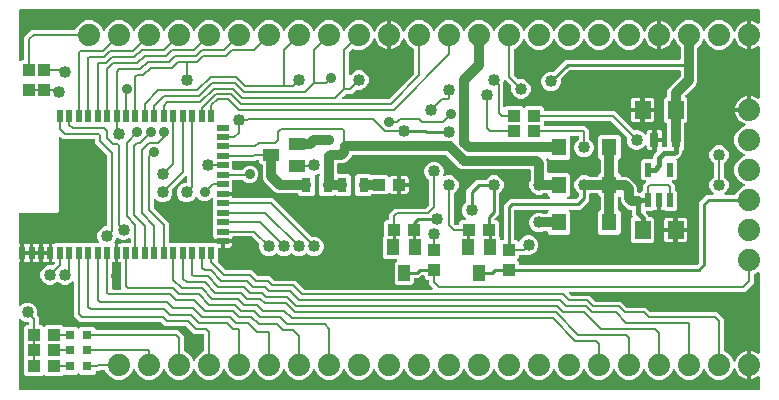
<source format=gbr>
G04 EAGLE Gerber RS-274X export*
G75*
%MOMM*%
%FSLAX34Y34*%
%LPD*%
%INTop Copper*%
%IPPOS*%
%AMOC8*
5,1,8,0,0,1.08239X$1,22.5*%
G01*
%ADD10R,0.600000X1.000000*%
%ADD11R,1.000000X0.600000*%
%ADD12R,1.000000X1.400000*%
%ADD13R,0.550000X1.200000*%
%ADD14R,1.100000X1.000000*%
%ADD15R,0.800000X1.200000*%
%ADD16R,1.400000X1.600000*%
%ADD17R,0.800000X0.800000*%
%ADD18R,1.000000X1.100000*%
%ADD19C,1.879600*%
%ADD20R,1.400000X1.000000*%
%ADD21R,1.270000X1.470000*%
%ADD22C,0.203200*%
%ADD23C,0.254000*%
%ADD24C,0.889000*%
%ADD25C,1.016000*%
%ADD26C,0.812800*%
%ADD27C,0.406400*%

G36*
X353525Y63759D02*
X353525Y63759D01*
X353554Y63756D01*
X353665Y63779D01*
X353777Y63795D01*
X353804Y63807D01*
X353833Y63812D01*
X353933Y63865D01*
X354037Y63911D01*
X354059Y63930D01*
X354085Y63943D01*
X354167Y64021D01*
X354254Y64094D01*
X354270Y64119D01*
X354291Y64139D01*
X354349Y64237D01*
X354411Y64331D01*
X354420Y64359D01*
X354435Y64384D01*
X354463Y64494D01*
X354497Y64602D01*
X354498Y64632D01*
X354505Y64660D01*
X354502Y64773D01*
X354504Y64886D01*
X354497Y64915D01*
X354496Y64944D01*
X354461Y65052D01*
X354433Y65161D01*
X354418Y65187D01*
X354409Y65215D01*
X354363Y65278D01*
X354287Y65406D01*
X354242Y65449D01*
X354214Y65488D01*
X351535Y68166D01*
X351535Y70836D01*
X351528Y70888D01*
X351529Y70915D01*
X351528Y70918D01*
X351529Y70952D01*
X351507Y71034D01*
X351495Y71118D01*
X351472Y71171D01*
X351457Y71227D01*
X351414Y71300D01*
X351379Y71377D01*
X351341Y71422D01*
X351312Y71472D01*
X351250Y71530D01*
X351196Y71594D01*
X351147Y71626D01*
X351104Y71666D01*
X351029Y71705D01*
X350959Y71752D01*
X350903Y71769D01*
X350851Y71796D01*
X350783Y71807D01*
X350688Y71837D01*
X350588Y71840D01*
X350520Y71851D01*
X349337Y71851D01*
X347551Y73637D01*
X347551Y75066D01*
X347543Y75124D01*
X347545Y75182D01*
X347523Y75264D01*
X347511Y75348D01*
X347488Y75401D01*
X347473Y75457D01*
X347430Y75530D01*
X347395Y75607D01*
X347357Y75652D01*
X347328Y75702D01*
X347266Y75760D01*
X347212Y75824D01*
X347163Y75856D01*
X347120Y75896D01*
X347045Y75935D01*
X346975Y75982D01*
X346919Y75999D01*
X346867Y76026D01*
X346799Y76037D01*
X346704Y76067D01*
X346604Y76070D01*
X346536Y76081D01*
X345499Y76081D01*
X345413Y76069D01*
X345325Y76066D01*
X345273Y76049D01*
X345218Y76041D01*
X345138Y76006D01*
X345055Y75979D01*
X345016Y75951D01*
X344959Y75925D01*
X344845Y75829D01*
X344782Y75784D01*
X342579Y73581D01*
X339264Y73581D01*
X339206Y73573D01*
X339148Y73575D01*
X339066Y73553D01*
X338982Y73541D01*
X338929Y73518D01*
X338873Y73503D01*
X338800Y73460D01*
X338723Y73425D01*
X338678Y73387D01*
X338628Y73358D01*
X338570Y73296D01*
X338506Y73242D01*
X338474Y73193D01*
X338434Y73150D01*
X338395Y73075D01*
X338348Y73005D01*
X338331Y72949D01*
X338304Y72897D01*
X338293Y72829D01*
X338263Y72734D01*
X338260Y72634D01*
X338249Y72566D01*
X338249Y69637D01*
X336463Y67851D01*
X323937Y67851D01*
X322151Y69637D01*
X322151Y86163D01*
X324107Y88118D01*
X324124Y88142D01*
X324147Y88161D01*
X324209Y88255D01*
X324277Y88345D01*
X324288Y88373D01*
X324304Y88397D01*
X324338Y88505D01*
X324379Y88611D01*
X324381Y88640D01*
X324390Y88668D01*
X324393Y88782D01*
X324402Y88894D01*
X324397Y88923D01*
X324397Y88952D01*
X324369Y89062D01*
X324346Y89173D01*
X324333Y89199D01*
X324325Y89227D01*
X324268Y89325D01*
X324215Y89425D01*
X324195Y89447D01*
X324180Y89472D01*
X324098Y89549D01*
X324020Y89631D01*
X323994Y89646D01*
X323973Y89666D01*
X323872Y89718D01*
X323774Y89775D01*
X323746Y89782D01*
X323720Y89796D01*
X323642Y89809D01*
X323499Y89845D01*
X323436Y89843D01*
X323389Y89851D01*
X314437Y89851D01*
X312651Y91637D01*
X312651Y108163D01*
X312854Y108365D01*
X312906Y108435D01*
X312966Y108499D01*
X312992Y108549D01*
X313025Y108593D01*
X313056Y108674D01*
X313096Y108752D01*
X313104Y108800D01*
X313126Y108858D01*
X313138Y109006D01*
X313151Y109083D01*
X313151Y120563D01*
X314937Y122349D01*
X316230Y122349D01*
X316288Y122357D01*
X316346Y122355D01*
X316428Y122377D01*
X316512Y122389D01*
X316565Y122412D01*
X316621Y122427D01*
X316694Y122470D01*
X316771Y122505D01*
X316816Y122543D01*
X316866Y122572D01*
X316924Y122634D01*
X316988Y122688D01*
X317020Y122737D01*
X317060Y122780D01*
X317099Y122855D01*
X317146Y122925D01*
X317163Y122981D01*
X317190Y123033D01*
X317201Y123101D01*
X317231Y123196D01*
X317234Y123296D01*
X317245Y123364D01*
X317245Y127414D01*
X322166Y132335D01*
X348416Y132335D01*
X348502Y132347D01*
X348590Y132350D01*
X348642Y132367D01*
X348697Y132375D01*
X348777Y132410D01*
X348860Y132437D01*
X348900Y132465D01*
X348957Y132491D01*
X349070Y132587D01*
X349134Y132632D01*
X351238Y134736D01*
X351290Y134806D01*
X351350Y134870D01*
X351376Y134919D01*
X351409Y134964D01*
X351440Y135045D01*
X351480Y135123D01*
X351488Y135171D01*
X351510Y135229D01*
X351522Y135377D01*
X351535Y135454D01*
X351535Y156037D01*
X351535Y156038D01*
X351535Y156040D01*
X351515Y156179D01*
X351495Y156318D01*
X351495Y156320D01*
X351495Y156321D01*
X351437Y156448D01*
X351379Y156578D01*
X351378Y156579D01*
X351377Y156580D01*
X351285Y156689D01*
X351196Y156795D01*
X351194Y156796D01*
X351193Y156797D01*
X351180Y156805D01*
X351028Y156907D01*
X348709Y159225D01*
X347471Y162213D01*
X347471Y165447D01*
X348709Y168435D01*
X350995Y170721D01*
X353983Y171959D01*
X357217Y171959D01*
X360205Y170721D01*
X362491Y168435D01*
X363729Y165447D01*
X363729Y162213D01*
X363213Y160967D01*
X363205Y160939D01*
X363192Y160913D01*
X363170Y160801D01*
X363142Y160692D01*
X363143Y160663D01*
X363137Y160634D01*
X363147Y160521D01*
X363150Y160408D01*
X363159Y160380D01*
X363161Y160350D01*
X363202Y160245D01*
X363236Y160137D01*
X363253Y160112D01*
X363263Y160085D01*
X363332Y159995D01*
X363395Y159901D01*
X363417Y159882D01*
X363435Y159858D01*
X363526Y159791D01*
X363612Y159718D01*
X363639Y159706D01*
X363663Y159688D01*
X363769Y159648D01*
X363872Y159602D01*
X363901Y159598D01*
X363929Y159588D01*
X364041Y159579D01*
X364154Y159563D01*
X364183Y159568D01*
X364212Y159565D01*
X364288Y159583D01*
X364435Y159604D01*
X364492Y159630D01*
X364539Y159641D01*
X366683Y160529D01*
X369917Y160529D01*
X372905Y159291D01*
X375191Y157005D01*
X376429Y154017D01*
X376429Y150783D01*
X375191Y147795D01*
X372867Y145472D01*
X372747Y145400D01*
X372746Y145399D01*
X372744Y145398D01*
X372648Y145296D01*
X372552Y145194D01*
X372551Y145192D01*
X372550Y145191D01*
X372482Y145060D01*
X372421Y144941D01*
X372421Y144939D01*
X372420Y144938D01*
X372418Y144923D01*
X372366Y144662D01*
X372369Y144631D01*
X372365Y144607D01*
X372365Y120214D01*
X372377Y120128D01*
X372380Y120040D01*
X372397Y119988D01*
X372405Y119933D01*
X372440Y119853D01*
X372467Y119770D01*
X372495Y119730D01*
X372521Y119673D01*
X372617Y119560D01*
X372662Y119496D01*
X373496Y118662D01*
X373566Y118610D01*
X373630Y118550D01*
X373679Y118524D01*
X373724Y118491D01*
X373805Y118460D01*
X373883Y118420D01*
X373931Y118412D01*
X373989Y118390D01*
X374137Y118378D01*
X374214Y118365D01*
X375636Y118365D01*
X375694Y118373D01*
X375752Y118371D01*
X375834Y118393D01*
X375918Y118405D01*
X375971Y118428D01*
X376027Y118443D01*
X376100Y118486D01*
X376177Y118521D01*
X376222Y118559D01*
X376272Y118588D01*
X376330Y118650D01*
X376394Y118704D01*
X376426Y118753D01*
X376466Y118796D01*
X376505Y118871D01*
X376552Y118941D01*
X376569Y118997D01*
X376596Y119049D01*
X376607Y119117D01*
X376637Y119212D01*
X376640Y119312D01*
X376651Y119380D01*
X376651Y120563D01*
X378437Y122349D01*
X381864Y122349D01*
X381894Y122353D01*
X381923Y122350D01*
X382034Y122373D01*
X382146Y122389D01*
X382173Y122401D01*
X382202Y122406D01*
X382302Y122459D01*
X382405Y122505D01*
X382428Y122524D01*
X382454Y122537D01*
X382536Y122615D01*
X382622Y122688D01*
X382639Y122713D01*
X382660Y122733D01*
X382717Y122831D01*
X382780Y122925D01*
X382789Y122953D01*
X382804Y122978D01*
X382831Y123088D01*
X382866Y123196D01*
X382867Y123226D01*
X382874Y123254D01*
X382870Y123367D01*
X382873Y123480D01*
X382866Y123509D01*
X382865Y123538D01*
X382830Y123646D01*
X382801Y123755D01*
X382786Y123781D01*
X382777Y123809D01*
X382732Y123872D01*
X382656Y124000D01*
X382610Y124043D01*
X382582Y124082D01*
X380459Y126205D01*
X379221Y129193D01*
X379221Y132427D01*
X380459Y135415D01*
X382734Y137690D01*
X382786Y137759D01*
X382846Y137823D01*
X382872Y137873D01*
X382905Y137917D01*
X382936Y137999D01*
X382976Y138077D01*
X382984Y138124D01*
X383006Y138183D01*
X383018Y138330D01*
X383031Y138408D01*
X383031Y147839D01*
X391911Y156719D01*
X398802Y156719D01*
X398889Y156731D01*
X398977Y156734D01*
X399029Y156751D01*
X399084Y156759D01*
X399164Y156794D01*
X399247Y156821D01*
X399286Y156849D01*
X399343Y156875D01*
X399457Y156971D01*
X399520Y157016D01*
X401795Y159291D01*
X404783Y160529D01*
X408017Y160529D01*
X411005Y159291D01*
X413291Y157005D01*
X414529Y154017D01*
X414529Y150783D01*
X413291Y147795D01*
X411016Y145520D01*
X410964Y145451D01*
X410904Y145387D01*
X410878Y145337D01*
X410845Y145293D01*
X410814Y145211D01*
X410774Y145133D01*
X410766Y145086D01*
X410744Y145027D01*
X410732Y144880D01*
X410719Y144802D01*
X410719Y127751D01*
X407049Y124082D01*
X407032Y124058D01*
X407009Y124039D01*
X406947Y123945D01*
X406879Y123855D01*
X406868Y123827D01*
X406852Y123803D01*
X406818Y123695D01*
X406777Y123589D01*
X406775Y123560D01*
X406766Y123532D01*
X406763Y123418D01*
X406754Y123306D01*
X406760Y123277D01*
X406759Y123248D01*
X406787Y123138D01*
X406810Y123027D01*
X406823Y123001D01*
X406831Y122973D01*
X406888Y122875D01*
X406941Y122775D01*
X406961Y122753D01*
X406976Y122728D01*
X407058Y122651D01*
X407136Y122569D01*
X407162Y122554D01*
X407183Y122534D01*
X407284Y122482D01*
X407382Y122425D01*
X407410Y122418D01*
X407436Y122404D01*
X407514Y122391D01*
X407657Y122355D01*
X407720Y122357D01*
X407767Y122349D01*
X408963Y122349D01*
X410749Y120563D01*
X410749Y109083D01*
X410761Y108997D01*
X410764Y108909D01*
X410781Y108857D01*
X410789Y108802D01*
X410824Y108722D01*
X410851Y108639D01*
X410879Y108599D01*
X410905Y108542D01*
X411001Y108429D01*
X411046Y108365D01*
X411249Y108163D01*
X411249Y106811D01*
X411253Y106782D01*
X411250Y106753D01*
X411273Y106642D01*
X411289Y106530D01*
X411301Y106503D01*
X411306Y106474D01*
X411359Y106374D01*
X411405Y106270D01*
X411424Y106248D01*
X411437Y106222D01*
X411515Y106140D01*
X411588Y106053D01*
X411613Y106037D01*
X411633Y106016D01*
X411731Y105958D01*
X411825Y105896D01*
X411853Y105887D01*
X411878Y105872D01*
X411988Y105844D01*
X412096Y105810D01*
X412125Y105809D01*
X412154Y105802D01*
X412267Y105806D01*
X412380Y105803D01*
X412409Y105810D01*
X412438Y105811D01*
X412546Y105846D01*
X412655Y105875D01*
X412681Y105890D01*
X412709Y105899D01*
X412773Y105944D01*
X412780Y105949D01*
X413766Y105949D01*
X413824Y105957D01*
X413882Y105955D01*
X413964Y105977D01*
X414048Y105989D01*
X414101Y106012D01*
X414157Y106027D01*
X414230Y106070D01*
X414307Y106105D01*
X414352Y106143D01*
X414402Y106172D01*
X414460Y106234D01*
X414524Y106288D01*
X414556Y106337D01*
X414596Y106380D01*
X414635Y106455D01*
X414682Y106525D01*
X414699Y106581D01*
X414726Y106633D01*
X414737Y106701D01*
X414767Y106796D01*
X414770Y106896D01*
X414781Y106964D01*
X414781Y135139D01*
X419851Y140209D01*
X452829Y140209D01*
X452858Y140213D01*
X452887Y140210D01*
X452998Y140233D01*
X453110Y140249D01*
X453137Y140261D01*
X453166Y140266D01*
X453266Y140319D01*
X453370Y140365D01*
X453392Y140384D01*
X453418Y140397D01*
X453500Y140475D01*
X453587Y140548D01*
X453603Y140573D01*
X453624Y140593D01*
X453681Y140691D01*
X453744Y140785D01*
X453753Y140813D01*
X453768Y140838D01*
X453796Y140948D01*
X453830Y141056D01*
X453831Y141086D01*
X453838Y141114D01*
X453834Y141227D01*
X453837Y141340D01*
X453830Y141369D01*
X453829Y141398D01*
X453794Y141506D01*
X453765Y141615D01*
X453750Y141641D01*
X453741Y141669D01*
X453696Y141732D01*
X453620Y141860D01*
X453575Y141903D01*
X453547Y141942D01*
X451701Y143787D01*
X451701Y144272D01*
X451693Y144330D01*
X451695Y144388D01*
X451673Y144470D01*
X451661Y144554D01*
X451638Y144607D01*
X451623Y144663D01*
X451580Y144736D01*
X451545Y144813D01*
X451507Y144858D01*
X451478Y144908D01*
X451416Y144966D01*
X451362Y145030D01*
X451313Y145062D01*
X451270Y145102D01*
X451195Y145141D01*
X451125Y145188D01*
X451069Y145205D01*
X451017Y145232D01*
X450949Y145243D01*
X450854Y145273D01*
X450754Y145276D01*
X450686Y145287D01*
X448772Y145287D01*
X448741Y145283D01*
X448710Y145285D01*
X448634Y145268D01*
X448490Y145247D01*
X448431Y145221D01*
X448383Y145210D01*
X446117Y144271D01*
X442883Y144271D01*
X439895Y145509D01*
X437609Y147795D01*
X436371Y150783D01*
X436371Y154017D01*
X437310Y156283D01*
X437318Y156313D01*
X437332Y156341D01*
X437345Y156418D01*
X437381Y156558D01*
X437379Y156623D01*
X437387Y156672D01*
X437387Y164592D01*
X437379Y164650D01*
X437381Y164708D01*
X437359Y164790D01*
X437347Y164874D01*
X437324Y164927D01*
X437309Y164983D01*
X437266Y165056D01*
X437231Y165133D01*
X437193Y165178D01*
X437164Y165228D01*
X437102Y165286D01*
X437048Y165350D01*
X436999Y165382D01*
X436956Y165422D01*
X436881Y165461D01*
X436811Y165508D01*
X436755Y165525D01*
X436703Y165552D01*
X436635Y165563D01*
X436540Y165593D01*
X436440Y165596D01*
X436372Y165607D01*
X379585Y165607D01*
X376971Y166690D01*
X374827Y168834D01*
X366091Y177570D01*
X366021Y177622D01*
X365957Y177682D01*
X365908Y177708D01*
X365864Y177741D01*
X365782Y177772D01*
X365704Y177812D01*
X365657Y177820D01*
X365598Y177842D01*
X365451Y177854D01*
X365373Y177867D01*
X286753Y177867D01*
X286751Y177867D01*
X286750Y177867D01*
X286609Y177847D01*
X286471Y177827D01*
X286470Y177827D01*
X286468Y177827D01*
X286341Y177769D01*
X286212Y177711D01*
X286211Y177710D01*
X286209Y177709D01*
X286102Y177618D01*
X285995Y177528D01*
X285994Y177526D01*
X285993Y177525D01*
X285985Y177512D01*
X285837Y177291D01*
X285828Y177262D01*
X285815Y177241D01*
X285430Y176311D01*
X280889Y171770D01*
X278275Y170687D01*
X274828Y170687D01*
X274770Y170679D01*
X274712Y170681D01*
X274630Y170659D01*
X274546Y170647D01*
X274493Y170624D01*
X274437Y170609D01*
X274364Y170566D01*
X274287Y170531D01*
X274242Y170493D01*
X274192Y170464D01*
X274134Y170402D01*
X274070Y170348D01*
X274038Y170299D01*
X273998Y170256D01*
X273959Y170181D01*
X273912Y170111D01*
X273895Y170055D01*
X273868Y170003D01*
X273857Y169935D01*
X273827Y169840D01*
X273824Y169740D01*
X273813Y169672D01*
X273813Y162464D01*
X273821Y162406D01*
X273819Y162348D01*
X273841Y162266D01*
X273853Y162182D01*
X273876Y162129D01*
X273891Y162073D01*
X273934Y162000D01*
X273969Y161923D01*
X274007Y161878D01*
X274036Y161828D01*
X274098Y161770D01*
X274152Y161706D01*
X274201Y161674D01*
X274244Y161634D01*
X274319Y161595D01*
X274389Y161548D01*
X274445Y161531D01*
X274497Y161504D01*
X274565Y161493D01*
X274660Y161463D01*
X274760Y161460D01*
X274828Y161449D01*
X283283Y161449D01*
X285069Y159663D01*
X285069Y154171D01*
X285073Y154141D01*
X285071Y154110D01*
X285088Y154033D01*
X285109Y153890D01*
X285133Y153836D01*
X285133Y150976D01*
X285124Y150960D01*
X285111Y150882D01*
X285075Y150742D01*
X285077Y150678D01*
X285069Y150629D01*
X285069Y145137D01*
X283283Y143351D01*
X272757Y143351D01*
X272498Y143611D01*
X272451Y143646D01*
X272411Y143688D01*
X272384Y143704D01*
X272376Y143712D01*
X272338Y143731D01*
X272271Y143781D01*
X272216Y143802D01*
X272166Y143832D01*
X272084Y143853D01*
X272005Y143883D01*
X271947Y143888D01*
X271890Y143902D01*
X271806Y143899D01*
X271722Y143906D01*
X271664Y143895D01*
X271606Y143893D01*
X271526Y143867D01*
X271443Y143850D01*
X271391Y143823D01*
X271335Y143805D01*
X271279Y143765D01*
X271254Y143752D01*
X271228Y143740D01*
X271222Y143736D01*
X271191Y143719D01*
X271118Y143651D01*
X271062Y143611D01*
X270803Y143351D01*
X260277Y143351D01*
X258491Y145137D01*
X258491Y150629D01*
X258487Y150659D01*
X258489Y150690D01*
X258472Y150767D01*
X258451Y150910D01*
X258427Y150964D01*
X258427Y153824D01*
X258436Y153840D01*
X258449Y153918D01*
X258485Y154058D01*
X258483Y154122D01*
X258491Y154171D01*
X258491Y159663D01*
X258824Y159996D01*
X258876Y160064D01*
X258935Y160127D01*
X258961Y160177D01*
X258995Y160223D01*
X259025Y160303D01*
X259065Y160379D01*
X259076Y160435D01*
X259096Y160488D01*
X259103Y160574D01*
X259120Y160658D01*
X259115Y160715D01*
X259120Y160772D01*
X259103Y160856D01*
X259095Y160942D01*
X259075Y160995D01*
X259064Y161050D01*
X259024Y161127D01*
X258993Y161207D01*
X258959Y161252D01*
X258933Y161303D01*
X258874Y161365D01*
X258822Y161434D01*
X258776Y161468D01*
X258737Y161509D01*
X258663Y161552D01*
X258594Y161604D01*
X258541Y161624D01*
X258492Y161653D01*
X258409Y161674D01*
X258328Y161704D01*
X258271Y161709D01*
X258216Y161723D01*
X258131Y161720D01*
X258045Y161727D01*
X257996Y161716D01*
X257932Y161714D01*
X257794Y161669D01*
X257718Y161651D01*
X255617Y160781D01*
X255604Y160781D01*
X255546Y160773D01*
X255488Y160775D01*
X255406Y160753D01*
X255322Y160741D01*
X255269Y160718D01*
X255213Y160703D01*
X255140Y160660D01*
X255063Y160625D01*
X255018Y160587D01*
X254968Y160558D01*
X254910Y160496D01*
X254846Y160442D01*
X254814Y160393D01*
X254774Y160350D01*
X254735Y160275D01*
X254688Y160205D01*
X254671Y160149D01*
X254644Y160097D01*
X254633Y160029D01*
X254603Y159934D01*
X254600Y159834D01*
X254589Y159766D01*
X254589Y154171D01*
X254593Y154141D01*
X254591Y154110D01*
X254608Y154033D01*
X254629Y153890D01*
X254653Y153836D01*
X254653Y150976D01*
X254644Y150960D01*
X254631Y150882D01*
X254595Y150742D01*
X254597Y150678D01*
X254589Y150629D01*
X254589Y145137D01*
X252803Y143351D01*
X242277Y143351D01*
X240639Y144990D01*
X240569Y145042D01*
X240505Y145102D01*
X240455Y145128D01*
X240411Y145161D01*
X240330Y145192D01*
X240252Y145232D01*
X240204Y145240D01*
X240146Y145262D01*
X239998Y145274D01*
X239921Y145287D01*
X223375Y145287D01*
X220761Y146370D01*
X211570Y155561D01*
X210487Y158175D01*
X210487Y168736D01*
X210479Y168794D01*
X210481Y168852D01*
X210459Y168934D01*
X210447Y169018D01*
X210424Y169071D01*
X210409Y169127D01*
X210366Y169200D01*
X210331Y169277D01*
X210293Y169322D01*
X210264Y169372D01*
X210202Y169430D01*
X210148Y169494D01*
X210099Y169526D01*
X210056Y169566D01*
X209981Y169605D01*
X209911Y169652D01*
X209855Y169669D01*
X209803Y169696D01*
X209735Y169707D01*
X209640Y169737D01*
X209540Y169740D01*
X209472Y169751D01*
X209337Y169751D01*
X207551Y171537D01*
X207551Y172720D01*
X207543Y172778D01*
X207545Y172836D01*
X207523Y172918D01*
X207511Y173002D01*
X207488Y173055D01*
X207473Y173111D01*
X207430Y173184D01*
X207395Y173261D01*
X207357Y173306D01*
X207328Y173356D01*
X207266Y173414D01*
X207212Y173478D01*
X207163Y173510D01*
X207120Y173550D01*
X207045Y173589D01*
X206975Y173636D01*
X206919Y173653D01*
X206867Y173680D01*
X206799Y173691D01*
X206704Y173721D01*
X206604Y173724D01*
X206536Y173735D01*
X205304Y173735D01*
X205218Y173723D01*
X205130Y173720D01*
X205078Y173703D01*
X205023Y173695D01*
X204943Y173660D01*
X204860Y173633D01*
X204820Y173605D01*
X204763Y173579D01*
X204650Y173483D01*
X204586Y173438D01*
X204064Y172915D01*
X185864Y172915D01*
X185806Y172907D01*
X185748Y172909D01*
X185666Y172887D01*
X185582Y172875D01*
X185529Y172852D01*
X185473Y172837D01*
X185400Y172794D01*
X185323Y172759D01*
X185278Y172721D01*
X185228Y172692D01*
X185170Y172630D01*
X185106Y172576D01*
X185074Y172527D01*
X185034Y172484D01*
X184995Y172409D01*
X184948Y172339D01*
X184931Y172283D01*
X184904Y172231D01*
X184893Y172163D01*
X184863Y172068D01*
X184860Y171968D01*
X184849Y171900D01*
X184849Y166060D01*
X184857Y166002D01*
X184855Y165944D01*
X184877Y165862D01*
X184889Y165778D01*
X184912Y165725D01*
X184927Y165669D01*
X184970Y165596D01*
X185005Y165519D01*
X185043Y165474D01*
X185072Y165424D01*
X185134Y165366D01*
X185188Y165302D01*
X185237Y165270D01*
X185280Y165230D01*
X185355Y165191D01*
X185425Y165144D01*
X185481Y165127D01*
X185533Y165100D01*
X185601Y165089D01*
X185696Y165059D01*
X185796Y165056D01*
X185864Y165045D01*
X192156Y165045D01*
X192157Y165045D01*
X192159Y165045D01*
X192302Y165065D01*
X192437Y165085D01*
X192439Y165085D01*
X192440Y165085D01*
X192570Y165144D01*
X192697Y165201D01*
X192698Y165202D01*
X192699Y165203D01*
X192808Y165295D01*
X192914Y165384D01*
X192915Y165386D01*
X192916Y165387D01*
X192925Y165401D01*
X192967Y165465D01*
X195145Y167643D01*
X197899Y168784D01*
X200881Y168784D01*
X203635Y167643D01*
X205743Y165535D01*
X206884Y162781D01*
X206884Y159799D01*
X205743Y157045D01*
X203635Y154937D01*
X200881Y153796D01*
X197899Y153796D01*
X195145Y154937D01*
X193464Y156618D01*
X193395Y156670D01*
X193331Y156730D01*
X193281Y156756D01*
X193237Y156789D01*
X193155Y156820D01*
X193078Y156860D01*
X193030Y156868D01*
X192971Y156890D01*
X192824Y156902D01*
X192746Y156915D01*
X185864Y156915D01*
X185806Y156907D01*
X185748Y156909D01*
X185666Y156887D01*
X185582Y156875D01*
X185529Y156852D01*
X185473Y156837D01*
X185400Y156794D01*
X185323Y156759D01*
X185278Y156721D01*
X185228Y156692D01*
X185170Y156630D01*
X185106Y156576D01*
X185074Y156527D01*
X185034Y156484D01*
X184995Y156409D01*
X184948Y156339D01*
X184931Y156283D01*
X184904Y156231D01*
X184893Y156163D01*
X184863Y156068D01*
X184860Y155968D01*
X184849Y155900D01*
X184849Y148717D01*
X184638Y148507D01*
X184586Y148437D01*
X184526Y148373D01*
X184500Y148323D01*
X184467Y148279D01*
X184436Y148198D01*
X184396Y148120D01*
X184388Y148072D01*
X184366Y148014D01*
X184354Y147866D01*
X184341Y147789D01*
X184341Y146479D01*
X177284Y146479D01*
X177226Y146471D01*
X177168Y146473D01*
X177086Y146451D01*
X177003Y146439D01*
X176949Y146416D01*
X176893Y146401D01*
X176820Y146358D01*
X176743Y146323D01*
X176699Y146285D01*
X176648Y146256D01*
X176591Y146194D01*
X176526Y146140D01*
X176494Y146091D01*
X176454Y146048D01*
X176415Y145973D01*
X176369Y145903D01*
X176351Y145847D01*
X176324Y145795D01*
X176313Y145727D01*
X176283Y145632D01*
X176280Y145532D01*
X176269Y145464D01*
X176269Y144496D01*
X176277Y144438D01*
X176276Y144380D01*
X176297Y144298D01*
X176309Y144214D01*
X176333Y144161D01*
X176347Y144105D01*
X176391Y144032D01*
X176425Y143955D01*
X176463Y143910D01*
X176493Y143860D01*
X176554Y143802D01*
X176609Y143738D01*
X176657Y143706D01*
X176700Y143666D01*
X176775Y143627D01*
X176845Y143580D01*
X176901Y143563D01*
X176953Y143536D01*
X177021Y143525D01*
X177116Y143495D01*
X177216Y143492D01*
X177284Y143481D01*
X184341Y143481D01*
X184341Y142171D01*
X184353Y142085D01*
X184356Y141997D01*
X184373Y141945D01*
X184381Y141890D01*
X184416Y141810D01*
X184443Y141727D01*
X184471Y141688D01*
X184497Y141630D01*
X184593Y141517D01*
X184638Y141453D01*
X184749Y141342D01*
X184819Y141290D01*
X184883Y141230D01*
X184933Y141204D01*
X184977Y141171D01*
X185058Y141140D01*
X185136Y141100D01*
X185184Y141092D01*
X185242Y141070D01*
X185390Y141058D01*
X185467Y141045D01*
X219034Y141045D01*
X251364Y108715D01*
X251365Y108714D01*
X251366Y108712D01*
X251482Y108625D01*
X251591Y108544D01*
X251592Y108543D01*
X251594Y108542D01*
X251724Y108493D01*
X251856Y108443D01*
X251858Y108443D01*
X251860Y108442D01*
X252002Y108431D01*
X252140Y108419D01*
X252141Y108419D01*
X252143Y108419D01*
X252159Y108423D01*
X252337Y108459D01*
X255617Y108459D01*
X258605Y107221D01*
X260891Y104935D01*
X262129Y101947D01*
X262129Y98713D01*
X260891Y95725D01*
X258605Y93439D01*
X255617Y92201D01*
X252383Y92201D01*
X249395Y93439D01*
X248368Y94466D01*
X248321Y94501D01*
X248281Y94544D01*
X248208Y94587D01*
X248141Y94637D01*
X248086Y94658D01*
X248036Y94688D01*
X247954Y94708D01*
X247875Y94738D01*
X247817Y94743D01*
X247760Y94758D01*
X247676Y94755D01*
X247592Y94762D01*
X247534Y94751D01*
X247476Y94749D01*
X247396Y94723D01*
X247313Y94706D01*
X247261Y94679D01*
X247205Y94661D01*
X247149Y94621D01*
X247061Y94575D01*
X246988Y94506D01*
X246932Y94466D01*
X245905Y93439D01*
X242917Y92201D01*
X239683Y92201D01*
X236695Y93439D01*
X235668Y94466D01*
X235621Y94501D01*
X235581Y94544D01*
X235508Y94587D01*
X235441Y94637D01*
X235386Y94658D01*
X235336Y94688D01*
X235254Y94708D01*
X235175Y94738D01*
X235117Y94743D01*
X235060Y94758D01*
X234976Y94755D01*
X234892Y94762D01*
X234834Y94751D01*
X234776Y94749D01*
X234696Y94723D01*
X234613Y94706D01*
X234561Y94679D01*
X234505Y94661D01*
X234449Y94621D01*
X234361Y94575D01*
X234288Y94506D01*
X234232Y94466D01*
X233205Y93439D01*
X230217Y92201D01*
X226983Y92201D01*
X223995Y93439D01*
X222968Y94466D01*
X222921Y94501D01*
X222881Y94544D01*
X222808Y94587D01*
X222741Y94637D01*
X222686Y94658D01*
X222636Y94688D01*
X222554Y94708D01*
X222475Y94738D01*
X222417Y94743D01*
X222360Y94758D01*
X222276Y94755D01*
X222192Y94762D01*
X222134Y94751D01*
X222076Y94749D01*
X221996Y94723D01*
X221913Y94706D01*
X221861Y94679D01*
X221805Y94661D01*
X221749Y94621D01*
X221661Y94575D01*
X221588Y94506D01*
X221532Y94466D01*
X220505Y93439D01*
X217517Y92201D01*
X214283Y92201D01*
X211295Y93439D01*
X209009Y95725D01*
X207771Y98713D01*
X207771Y102000D01*
X207806Y102135D01*
X207806Y102137D01*
X207807Y102138D01*
X207802Y102279D01*
X207798Y102419D01*
X207798Y102421D01*
X207798Y102423D01*
X207755Y102555D01*
X207711Y102690D01*
X207711Y102692D01*
X207710Y102693D01*
X207701Y102705D01*
X207553Y102926D01*
X207530Y102946D01*
X207515Y102966D01*
X201864Y108618D01*
X201794Y108670D01*
X201730Y108730D01*
X201681Y108756D01*
X201636Y108789D01*
X201555Y108820D01*
X201477Y108860D01*
X201429Y108868D01*
X201371Y108890D01*
X201223Y108902D01*
X201146Y108915D01*
X185467Y108915D01*
X185381Y108903D01*
X185293Y108900D01*
X185241Y108883D01*
X185186Y108875D01*
X185106Y108840D01*
X185023Y108813D01*
X184983Y108785D01*
X184926Y108759D01*
X184813Y108663D01*
X184749Y108618D01*
X184638Y108506D01*
X184586Y108437D01*
X184526Y108373D01*
X184500Y108323D01*
X184467Y108279D01*
X184436Y108198D01*
X184396Y108120D01*
X184388Y108072D01*
X184366Y108014D01*
X184354Y107866D01*
X184341Y107789D01*
X184341Y106479D01*
X177284Y106479D01*
X177226Y106471D01*
X177168Y106473D01*
X177086Y106451D01*
X177003Y106439D01*
X176949Y106416D01*
X176893Y106401D01*
X176820Y106358D01*
X176801Y106349D01*
X176755Y106380D01*
X176699Y106397D01*
X176647Y106424D01*
X176579Y106435D01*
X176484Y106465D01*
X176384Y106468D01*
X176316Y106479D01*
X169259Y106479D01*
X169259Y107789D01*
X169247Y107875D01*
X169244Y107963D01*
X169227Y108015D01*
X169219Y108070D01*
X169184Y108150D01*
X169157Y108233D01*
X169129Y108272D01*
X169103Y108330D01*
X169007Y108443D01*
X168962Y108507D01*
X168751Y108717D01*
X168751Y140463D01*
X168747Y140492D01*
X168750Y140521D01*
X168727Y140632D01*
X168711Y140744D01*
X168699Y140771D01*
X168694Y140800D01*
X168641Y140900D01*
X168595Y141003D01*
X168576Y141026D01*
X168563Y141052D01*
X168485Y141134D01*
X168412Y141220D01*
X168387Y141237D01*
X168367Y141258D01*
X168269Y141315D01*
X168175Y141378D01*
X168147Y141387D01*
X168122Y141402D01*
X168012Y141430D01*
X167904Y141464D01*
X167874Y141465D01*
X167846Y141472D01*
X167733Y141468D01*
X167620Y141471D01*
X167591Y141464D01*
X167562Y141463D01*
X167454Y141428D01*
X167345Y141399D01*
X167319Y141384D01*
X167291Y141375D01*
X167227Y141330D01*
X167100Y141254D01*
X167057Y141208D01*
X167018Y141180D01*
X165535Y139697D01*
X162781Y138556D01*
X159799Y138556D01*
X157045Y139697D01*
X154932Y141810D01*
X154928Y141823D01*
X154865Y141917D01*
X154807Y142015D01*
X154786Y142035D01*
X154769Y142059D01*
X154683Y142132D01*
X154600Y142210D01*
X154574Y142224D01*
X154552Y142242D01*
X154449Y142288D01*
X154348Y142340D01*
X154319Y142346D01*
X154292Y142358D01*
X154180Y142373D01*
X154069Y142395D01*
X154040Y142393D01*
X154010Y142397D01*
X153898Y142381D01*
X153786Y142371D01*
X153758Y142360D01*
X153729Y142356D01*
X153626Y142309D01*
X153520Y142269D01*
X153497Y142251D01*
X153470Y142239D01*
X153384Y142166D01*
X153294Y142097D01*
X153276Y142074D01*
X153254Y142055D01*
X153212Y141988D01*
X153123Y141870D01*
X153101Y141811D01*
X153076Y141770D01*
X152941Y141445D01*
X150655Y139159D01*
X147667Y137921D01*
X144433Y137921D01*
X141445Y139159D01*
X139159Y141445D01*
X137921Y144433D01*
X137921Y147667D01*
X139159Y150655D01*
X141445Y152941D01*
X144433Y154179D01*
X145720Y154179D01*
X145778Y154187D01*
X145836Y154185D01*
X145918Y154207D01*
X146002Y154219D01*
X146055Y154242D01*
X146111Y154257D01*
X146184Y154300D01*
X146261Y154335D01*
X146306Y154373D01*
X146356Y154402D01*
X146414Y154464D01*
X146478Y154518D01*
X146510Y154567D01*
X146550Y154610D01*
X146589Y154685D01*
X146636Y154755D01*
X146653Y154811D01*
X146680Y154863D01*
X146691Y154931D01*
X146721Y155026D01*
X146724Y155126D01*
X146735Y155194D01*
X146735Y158856D01*
X146731Y158885D01*
X146734Y158914D01*
X146711Y159025D01*
X146695Y159137D01*
X146683Y159164D01*
X146678Y159193D01*
X146626Y159293D01*
X146579Y159397D01*
X146560Y159419D01*
X146547Y159445D01*
X146469Y159527D01*
X146396Y159614D01*
X146371Y159630D01*
X146351Y159651D01*
X146253Y159709D01*
X146159Y159771D01*
X146131Y159780D01*
X146106Y159795D01*
X145996Y159823D01*
X145888Y159857D01*
X145858Y159858D01*
X145830Y159865D01*
X145717Y159862D01*
X145604Y159864D01*
X145575Y159857D01*
X145546Y159856D01*
X145438Y159821D01*
X145329Y159793D01*
X145303Y159778D01*
X145275Y159769D01*
X145212Y159723D01*
X145084Y159647D01*
X145041Y159602D01*
X145002Y159574D01*
X134115Y148686D01*
X134114Y148685D01*
X134112Y148684D01*
X134025Y148568D01*
X133944Y148459D01*
X133943Y148458D01*
X133942Y148456D01*
X133893Y148325D01*
X133843Y148194D01*
X133843Y148192D01*
X133842Y148190D01*
X133837Y148129D01*
X133836Y148125D01*
X133836Y148111D01*
X133830Y148043D01*
X133819Y147910D01*
X133819Y147909D01*
X133819Y147907D01*
X133823Y147891D01*
X133829Y147860D01*
X133829Y147841D01*
X133847Y147771D01*
X133859Y147713D01*
X133859Y144433D01*
X132621Y141445D01*
X130335Y139159D01*
X127347Y137921D01*
X124113Y137921D01*
X121125Y139159D01*
X120098Y140186D01*
X120074Y140204D01*
X120055Y140226D01*
X119961Y140289D01*
X119871Y140357D01*
X119843Y140368D01*
X119819Y140384D01*
X119711Y140418D01*
X119605Y140458D01*
X119576Y140461D01*
X119548Y140470D01*
X119434Y140473D01*
X119322Y140482D01*
X119293Y140476D01*
X119264Y140477D01*
X119154Y140448D01*
X119043Y140426D01*
X119017Y140413D01*
X118989Y140405D01*
X118891Y140348D01*
X118791Y140295D01*
X118769Y140275D01*
X118744Y140260D01*
X118667Y140177D01*
X118585Y140099D01*
X118570Y140074D01*
X118550Y140053D01*
X118498Y139952D01*
X118441Y139854D01*
X118434Y139826D01*
X118420Y139800D01*
X118407Y139722D01*
X118371Y139579D01*
X118373Y139516D01*
X118365Y139468D01*
X118365Y132914D01*
X118377Y132828D01*
X118380Y132740D01*
X118397Y132688D01*
X118405Y132633D01*
X118440Y132553D01*
X118467Y132470D01*
X118495Y132430D01*
X118521Y132373D01*
X118617Y132260D01*
X118662Y132196D01*
X130865Y119994D01*
X130865Y104044D01*
X130873Y103986D01*
X130871Y103928D01*
X130893Y103846D01*
X130905Y103762D01*
X130928Y103709D01*
X130943Y103653D01*
X130986Y103580D01*
X131021Y103503D01*
X131059Y103458D01*
X131088Y103408D01*
X131150Y103350D01*
X131204Y103286D01*
X131253Y103254D01*
X131296Y103214D01*
X131371Y103175D01*
X131441Y103128D01*
X131497Y103111D01*
X131549Y103084D01*
X131617Y103073D01*
X131712Y103043D01*
X131812Y103040D01*
X131880Y103029D01*
X168244Y103029D01*
X168302Y103037D01*
X168360Y103035D01*
X168442Y103057D01*
X168526Y103069D01*
X168579Y103092D01*
X168635Y103107D01*
X168708Y103150D01*
X168785Y103185D01*
X168830Y103223D01*
X168880Y103252D01*
X168938Y103314D01*
X169002Y103368D01*
X169034Y103417D01*
X169074Y103460D01*
X169085Y103481D01*
X175301Y103481D01*
X175301Y99439D01*
X173864Y99439D01*
X173806Y99431D01*
X173748Y99433D01*
X173666Y99411D01*
X173582Y99399D01*
X173529Y99376D01*
X173473Y99361D01*
X173400Y99318D01*
X173323Y99283D01*
X173278Y99245D01*
X173228Y99216D01*
X173170Y99154D01*
X173106Y99100D01*
X173074Y99051D01*
X173034Y99008D01*
X172995Y98933D01*
X172948Y98863D01*
X172931Y98807D01*
X172904Y98755D01*
X172893Y98687D01*
X172863Y98592D01*
X172860Y98492D01*
X172849Y98424D01*
X172849Y88717D01*
X172658Y88526D01*
X172623Y88480D01*
X172580Y88439D01*
X172538Y88367D01*
X172487Y88299D01*
X172466Y88244D01*
X172437Y88194D01*
X172416Y88112D01*
X172386Y88033D01*
X172381Y87975D01*
X172366Y87919D01*
X172369Y87834D01*
X172362Y87750D01*
X172374Y87693D01*
X172376Y87634D01*
X172401Y87554D01*
X172418Y87471D01*
X172445Y87420D01*
X172463Y87364D01*
X172503Y87308D01*
X172549Y87219D01*
X172618Y87147D01*
X172658Y87091D01*
X179186Y80562D01*
X179256Y80510D01*
X179320Y80450D01*
X179369Y80424D01*
X179414Y80391D01*
X179495Y80360D01*
X179573Y80320D01*
X179621Y80312D01*
X179679Y80290D01*
X179827Y80278D01*
X179904Y80265D01*
X201074Y80265D01*
X205856Y75482D01*
X205926Y75430D01*
X205990Y75370D01*
X206039Y75344D01*
X206084Y75311D01*
X206165Y75280D01*
X206243Y75240D01*
X206291Y75232D01*
X206349Y75210D01*
X206497Y75198D01*
X206574Y75185D01*
X216314Y75185D01*
X219826Y71672D01*
X219896Y71620D01*
X219960Y71560D01*
X220009Y71534D01*
X220054Y71501D01*
X220135Y71470D01*
X220213Y71430D01*
X220261Y71422D01*
X220319Y71400D01*
X220467Y71388D01*
X220544Y71375D01*
X237904Y71375D01*
X245226Y64052D01*
X245296Y64000D01*
X245360Y63940D01*
X245409Y63914D01*
X245454Y63881D01*
X245535Y63850D01*
X245613Y63810D01*
X245661Y63802D01*
X245719Y63780D01*
X245867Y63768D01*
X245944Y63755D01*
X353496Y63755D01*
X353525Y63759D01*
G37*
G36*
X577387Y84731D02*
X577387Y84731D01*
X577475Y84734D01*
X577527Y84751D01*
X577582Y84759D01*
X577662Y84794D01*
X577745Y84821D01*
X577784Y84849D01*
X577841Y84875D01*
X577955Y84971D01*
X578018Y85016D01*
X579584Y86582D01*
X579636Y86651D01*
X579696Y86715D01*
X579722Y86765D01*
X579755Y86809D01*
X579786Y86890D01*
X579826Y86968D01*
X579834Y87016D01*
X579856Y87074D01*
X579868Y87222D01*
X579881Y87299D01*
X579881Y137679D01*
X586221Y144019D01*
X591334Y144019D01*
X591364Y144023D01*
X591393Y144020D01*
X591504Y144043D01*
X591616Y144059D01*
X591643Y144071D01*
X591672Y144076D01*
X591772Y144129D01*
X591875Y144175D01*
X591898Y144194D01*
X591924Y144207D01*
X592006Y144285D01*
X592092Y144358D01*
X592109Y144383D01*
X592130Y144403D01*
X592187Y144501D01*
X592250Y144595D01*
X592259Y144623D01*
X592274Y144648D01*
X592301Y144758D01*
X592336Y144866D01*
X592337Y144896D01*
X592344Y144924D01*
X592340Y145037D01*
X592343Y145150D01*
X592336Y145179D01*
X592335Y145208D01*
X592300Y145316D01*
X592271Y145425D01*
X592256Y145451D01*
X592247Y145479D01*
X592202Y145542D01*
X592126Y145670D01*
X592080Y145713D01*
X592052Y145752D01*
X590009Y147795D01*
X588771Y150783D01*
X588771Y154017D01*
X590009Y157005D01*
X592333Y159328D01*
X592453Y159400D01*
X592454Y159401D01*
X592456Y159402D01*
X592551Y159504D01*
X592648Y159606D01*
X592649Y159608D01*
X592650Y159609D01*
X592714Y159734D01*
X592779Y159859D01*
X592779Y159861D01*
X592780Y159862D01*
X592782Y159877D01*
X592834Y160138D01*
X592831Y160169D01*
X592835Y160193D01*
X592835Y170007D01*
X592835Y170008D01*
X592835Y170010D01*
X592815Y170149D01*
X592795Y170288D01*
X592795Y170290D01*
X592795Y170291D01*
X592737Y170418D01*
X592679Y170548D01*
X592678Y170549D01*
X592677Y170550D01*
X592586Y170658D01*
X592496Y170765D01*
X592494Y170766D01*
X592493Y170767D01*
X592480Y170775D01*
X592328Y170877D01*
X590009Y173195D01*
X588771Y176183D01*
X588771Y179417D01*
X590009Y182405D01*
X592295Y184691D01*
X595283Y185929D01*
X598517Y185929D01*
X601505Y184691D01*
X603791Y182405D01*
X605029Y179417D01*
X605029Y176183D01*
X603791Y173195D01*
X601467Y170872D01*
X601347Y170800D01*
X601346Y170799D01*
X601344Y170798D01*
X601249Y170696D01*
X601152Y170594D01*
X601151Y170592D01*
X601150Y170591D01*
X601084Y170464D01*
X601021Y170341D01*
X601021Y170339D01*
X601020Y170338D01*
X601018Y170323D01*
X600966Y170062D01*
X600969Y170031D01*
X600965Y170007D01*
X600965Y160193D01*
X600965Y160192D01*
X600965Y160190D01*
X600985Y160048D01*
X601005Y159912D01*
X601005Y159910D01*
X601005Y159909D01*
X601066Y159775D01*
X601121Y159652D01*
X601122Y159651D01*
X601123Y159650D01*
X601218Y159538D01*
X601304Y159435D01*
X601306Y159434D01*
X601307Y159433D01*
X601320Y159425D01*
X601472Y159323D01*
X603791Y157005D01*
X605029Y154017D01*
X605029Y150783D01*
X603791Y147795D01*
X601748Y145752D01*
X601730Y145728D01*
X601708Y145709D01*
X601645Y145615D01*
X601577Y145525D01*
X601566Y145497D01*
X601550Y145473D01*
X601516Y145365D01*
X601476Y145259D01*
X601473Y145230D01*
X601464Y145202D01*
X601461Y145088D01*
X601452Y144976D01*
X601458Y144947D01*
X601457Y144918D01*
X601486Y144808D01*
X601508Y144697D01*
X601521Y144671D01*
X601529Y144643D01*
X601587Y144545D01*
X601639Y144445D01*
X601659Y144423D01*
X601674Y144398D01*
X601757Y144321D01*
X601835Y144239D01*
X601860Y144224D01*
X601881Y144204D01*
X601982Y144152D01*
X602080Y144095D01*
X602108Y144088D01*
X602134Y144074D01*
X602212Y144061D01*
X602355Y144025D01*
X602418Y144027D01*
X602466Y144019D01*
X609938Y144019D01*
X609940Y144019D01*
X609941Y144019D01*
X610081Y144039D01*
X610220Y144059D01*
X610221Y144059D01*
X610223Y144059D01*
X610349Y144116D01*
X610479Y144175D01*
X610480Y144176D01*
X610482Y144177D01*
X610589Y144268D01*
X610696Y144358D01*
X610697Y144360D01*
X610698Y144361D01*
X610706Y144374D01*
X610854Y144595D01*
X610863Y144624D01*
X610876Y144645D01*
X611748Y146751D01*
X615249Y150252D01*
X618171Y151462D01*
X618196Y151477D01*
X618224Y151486D01*
X618319Y151549D01*
X618416Y151607D01*
X618436Y151628D01*
X618461Y151644D01*
X618534Y151731D01*
X618611Y151813D01*
X618625Y151839D01*
X618644Y151862D01*
X618690Y151965D01*
X618741Y152066D01*
X618747Y152095D01*
X618759Y152122D01*
X618775Y152234D01*
X618796Y152345D01*
X618794Y152374D01*
X618798Y152403D01*
X618782Y152515D01*
X618772Y152628D01*
X618761Y152655D01*
X618757Y152684D01*
X618711Y152788D01*
X618670Y152893D01*
X618652Y152917D01*
X618640Y152944D01*
X618567Y153030D01*
X618498Y153120D01*
X618475Y153138D01*
X618456Y153160D01*
X618389Y153202D01*
X618271Y153290D01*
X618212Y153312D01*
X618171Y153338D01*
X615249Y154548D01*
X611748Y158049D01*
X609853Y162624D01*
X609853Y167576D01*
X611748Y172151D01*
X615249Y175652D01*
X618171Y176862D01*
X618196Y176877D01*
X618224Y176886D01*
X618319Y176949D01*
X618416Y177007D01*
X618436Y177028D01*
X618461Y177044D01*
X618534Y177131D01*
X618611Y177213D01*
X618625Y177239D01*
X618644Y177262D01*
X618690Y177365D01*
X618741Y177466D01*
X618747Y177495D01*
X618759Y177522D01*
X618775Y177634D01*
X618796Y177745D01*
X618794Y177774D01*
X618798Y177803D01*
X618782Y177915D01*
X618772Y178028D01*
X618761Y178055D01*
X618757Y178084D01*
X618711Y178188D01*
X618670Y178293D01*
X618652Y178317D01*
X618640Y178344D01*
X618567Y178430D01*
X618498Y178520D01*
X618475Y178538D01*
X618456Y178560D01*
X618389Y178602D01*
X618271Y178690D01*
X618212Y178712D01*
X618171Y178738D01*
X615249Y179948D01*
X611748Y183449D01*
X609853Y188024D01*
X609853Y192976D01*
X611748Y197551D01*
X615249Y201052D01*
X618911Y202569D01*
X618971Y202604D01*
X619035Y202630D01*
X619093Y202676D01*
X619156Y202713D01*
X619204Y202763D01*
X619258Y202806D01*
X619301Y202866D01*
X619351Y202920D01*
X619383Y202981D01*
X619423Y203038D01*
X619448Y203107D01*
X619482Y203173D01*
X619495Y203240D01*
X619518Y203306D01*
X619522Y203379D01*
X619537Y203452D01*
X619531Y203520D01*
X619535Y203589D01*
X619519Y203661D01*
X619512Y203735D01*
X619487Y203799D01*
X619472Y203867D01*
X619437Y203931D01*
X619410Y204000D01*
X619369Y204055D01*
X619335Y204116D01*
X619283Y204168D01*
X619239Y204227D01*
X619183Y204268D01*
X619134Y204317D01*
X619079Y204346D01*
X619011Y204397D01*
X618903Y204438D01*
X618837Y204472D01*
X617717Y204836D01*
X616043Y205689D01*
X614522Y206794D01*
X613194Y208122D01*
X612089Y209643D01*
X611236Y211317D01*
X610655Y213104D01*
X610534Y213869D01*
X621284Y213869D01*
X621342Y213877D01*
X621400Y213875D01*
X621482Y213897D01*
X621565Y213909D01*
X621619Y213933D01*
X621675Y213947D01*
X621748Y213990D01*
X621825Y214025D01*
X621869Y214063D01*
X621920Y214093D01*
X621977Y214154D01*
X622042Y214209D01*
X622074Y214257D01*
X622114Y214300D01*
X622153Y214375D01*
X622199Y214445D01*
X622217Y214501D01*
X622244Y214553D01*
X622255Y214621D01*
X622285Y214716D01*
X622288Y214816D01*
X622299Y214884D01*
X622299Y215901D01*
X623316Y215901D01*
X623374Y215909D01*
X623432Y215908D01*
X623514Y215929D01*
X623597Y215941D01*
X623651Y215965D01*
X623707Y215979D01*
X623780Y216022D01*
X623857Y216057D01*
X623902Y216095D01*
X623952Y216125D01*
X624010Y216186D01*
X624074Y216241D01*
X624106Y216289D01*
X624146Y216332D01*
X624185Y216407D01*
X624231Y216477D01*
X624249Y216533D01*
X624276Y216585D01*
X624287Y216653D01*
X624317Y216748D01*
X624320Y216848D01*
X624331Y216916D01*
X624331Y227666D01*
X625096Y227545D01*
X626883Y226964D01*
X628557Y226111D01*
X629577Y225370D01*
X629659Y225327D01*
X629735Y225276D01*
X629784Y225260D01*
X629828Y225237D01*
X629918Y225218D01*
X630006Y225190D01*
X630057Y225189D01*
X630107Y225178D01*
X630198Y225185D01*
X630290Y225183D01*
X630339Y225195D01*
X630390Y225199D01*
X630477Y225231D01*
X630565Y225254D01*
X630609Y225280D01*
X630657Y225298D01*
X630731Y225353D01*
X630810Y225400D01*
X630845Y225437D01*
X630885Y225467D01*
X630941Y225540D01*
X631004Y225607D01*
X631027Y225652D01*
X631058Y225692D01*
X631092Y225778D01*
X631134Y225860D01*
X631141Y225904D01*
X631162Y225957D01*
X631177Y226115D01*
X631189Y226191D01*
X631189Y269109D01*
X631176Y269200D01*
X631173Y269292D01*
X631157Y269340D01*
X631149Y269390D01*
X631112Y269474D01*
X631083Y269562D01*
X631054Y269603D01*
X631033Y269650D01*
X630974Y269720D01*
X630922Y269796D01*
X630882Y269828D01*
X630850Y269867D01*
X630773Y269918D01*
X630702Y269976D01*
X630655Y269996D01*
X630613Y270024D01*
X630525Y270052D01*
X630441Y270088D01*
X630390Y270095D01*
X630342Y270110D01*
X630250Y270112D01*
X630159Y270124D01*
X630108Y270116D01*
X630058Y270117D01*
X629969Y270094D01*
X629878Y270080D01*
X629838Y270060D01*
X629783Y270046D01*
X629646Y269965D01*
X629577Y269930D01*
X628557Y269189D01*
X626883Y268336D01*
X625096Y267755D01*
X624331Y267634D01*
X624331Y278384D01*
X624323Y278442D01*
X624325Y278500D01*
X624303Y278582D01*
X624291Y278665D01*
X624267Y278719D01*
X624253Y278775D01*
X624210Y278848D01*
X624175Y278925D01*
X624137Y278969D01*
X624107Y279020D01*
X624046Y279077D01*
X623991Y279142D01*
X623943Y279174D01*
X623900Y279214D01*
X623825Y279253D01*
X623755Y279299D01*
X623699Y279317D01*
X623647Y279344D01*
X623579Y279355D01*
X623484Y279385D01*
X623384Y279388D01*
X623316Y279399D01*
X621284Y279399D01*
X621226Y279391D01*
X621168Y279392D01*
X621086Y279371D01*
X621003Y279359D01*
X620949Y279335D01*
X620893Y279321D01*
X620820Y279278D01*
X620743Y279243D01*
X620698Y279205D01*
X620648Y279175D01*
X620590Y279114D01*
X620526Y279059D01*
X620494Y279011D01*
X620454Y278968D01*
X620415Y278893D01*
X620369Y278823D01*
X620351Y278767D01*
X620324Y278715D01*
X620313Y278647D01*
X620283Y278552D01*
X620280Y278452D01*
X620269Y278384D01*
X620269Y267634D01*
X619504Y267755D01*
X617717Y268336D01*
X616043Y269189D01*
X614522Y270294D01*
X613194Y271622D01*
X612089Y273143D01*
X611236Y274817D01*
X610872Y275937D01*
X610842Y275999D01*
X610821Y276065D01*
X610780Y276126D01*
X610747Y276192D01*
X610701Y276243D01*
X610662Y276301D01*
X610606Y276348D01*
X610557Y276403D01*
X610498Y276439D01*
X610445Y276484D01*
X610378Y276514D01*
X610315Y276553D01*
X610248Y276571D01*
X610185Y276599D01*
X610112Y276609D01*
X610041Y276629D01*
X609972Y276629D01*
X609903Y276638D01*
X609831Y276628D01*
X609757Y276627D01*
X609690Y276607D01*
X609622Y276598D01*
X609555Y276567D01*
X609484Y276546D01*
X609426Y276509D01*
X609363Y276480D01*
X609307Y276433D01*
X609245Y276393D01*
X609199Y276341D01*
X609147Y276296D01*
X609114Y276243D01*
X609057Y276179D01*
X609008Y276075D01*
X608969Y276011D01*
X607452Y272349D01*
X603951Y268848D01*
X599376Y266953D01*
X594424Y266953D01*
X589849Y268848D01*
X586348Y272349D01*
X585138Y275271D01*
X585123Y275296D01*
X585114Y275324D01*
X585051Y275419D01*
X584993Y275516D01*
X584972Y275536D01*
X584956Y275561D01*
X584869Y275634D01*
X584787Y275711D01*
X584761Y275725D01*
X584738Y275744D01*
X584635Y275790D01*
X584534Y275841D01*
X584505Y275847D01*
X584478Y275859D01*
X584366Y275875D01*
X584255Y275896D01*
X584226Y275894D01*
X584197Y275898D01*
X584085Y275882D01*
X583972Y275872D01*
X583945Y275861D01*
X583915Y275857D01*
X583812Y275811D01*
X583707Y275770D01*
X583683Y275752D01*
X583656Y275740D01*
X583570Y275667D01*
X583480Y275598D01*
X583462Y275575D01*
X583440Y275556D01*
X583398Y275489D01*
X583310Y275371D01*
X583294Y275328D01*
X583277Y275303D01*
X583271Y275286D01*
X583262Y275271D01*
X582052Y272349D01*
X578910Y269208D01*
X578858Y269138D01*
X578798Y269074D01*
X578772Y269025D01*
X578739Y268981D01*
X578708Y268899D01*
X578668Y268821D01*
X578660Y268773D01*
X578638Y268715D01*
X578626Y268567D01*
X578613Y268490D01*
X578613Y239885D01*
X577530Y237271D01*
X568503Y228244D01*
X568468Y228198D01*
X568426Y228157D01*
X568383Y228084D01*
X568332Y228017D01*
X568311Y227962D01*
X568282Y227912D01*
X568261Y227830D01*
X568231Y227751D01*
X568226Y227693D01*
X568212Y227636D01*
X568214Y227552D01*
X568207Y227468D01*
X568219Y227411D01*
X568221Y227352D01*
X568247Y227272D01*
X568263Y227189D01*
X568290Y227137D01*
X568308Y227082D01*
X568348Y227026D01*
X568394Y226937D01*
X568463Y226865D01*
X568503Y226808D01*
X570149Y225163D01*
X570149Y206637D01*
X568363Y204851D01*
X568198Y204851D01*
X568140Y204843D01*
X568082Y204845D01*
X568000Y204823D01*
X567916Y204811D01*
X567863Y204788D01*
X567807Y204773D01*
X567734Y204730D01*
X567657Y204695D01*
X567612Y204657D01*
X567562Y204628D01*
X567504Y204566D01*
X567440Y204512D01*
X567408Y204463D01*
X567368Y204420D01*
X567329Y204345D01*
X567282Y204275D01*
X567265Y204219D01*
X567238Y204167D01*
X567227Y204099D01*
X567197Y204004D01*
X567194Y203904D01*
X567183Y203836D01*
X567183Y198229D01*
X567195Y198143D01*
X567198Y198055D01*
X567215Y198003D01*
X567223Y197948D01*
X567229Y197934D01*
X567229Y192271D01*
X567233Y192241D01*
X567231Y192210D01*
X567248Y192133D01*
X567269Y191990D01*
X567293Y191936D01*
X567293Y189076D01*
X567284Y189060D01*
X567271Y188982D01*
X567235Y188842D01*
X567237Y188778D01*
X567229Y188729D01*
X567229Y183237D01*
X565448Y181457D01*
X565396Y181387D01*
X565336Y181323D01*
X565310Y181273D01*
X565277Y181229D01*
X565246Y181148D01*
X565206Y181070D01*
X565198Y181022D01*
X565176Y180964D01*
X565164Y180816D01*
X565151Y180739D01*
X565151Y179329D01*
X564377Y177462D01*
X561678Y174763D01*
X561400Y174648D01*
X561301Y174589D01*
X561199Y174536D01*
X561179Y174517D01*
X561155Y174503D01*
X561077Y174420D01*
X560993Y174341D01*
X560979Y174317D01*
X560960Y174296D01*
X560908Y174194D01*
X560849Y174095D01*
X560843Y174068D01*
X560830Y174044D01*
X560808Y173931D01*
X560779Y173820D01*
X560780Y173792D01*
X560775Y173765D01*
X560785Y173650D01*
X560788Y173536D01*
X560797Y173509D01*
X560799Y173482D01*
X560841Y173374D01*
X560876Y173265D01*
X560890Y173245D01*
X560901Y173216D01*
X561063Y173003D01*
X561071Y172992D01*
X561073Y172990D01*
X561399Y172664D01*
X561399Y158138D01*
X559613Y156352D01*
X557967Y156352D01*
X557938Y156348D01*
X557909Y156351D01*
X557798Y156328D01*
X557686Y156312D01*
X557659Y156300D01*
X557630Y156295D01*
X557530Y156242D01*
X557426Y156196D01*
X557404Y156177D01*
X557378Y156164D01*
X557296Y156086D01*
X557209Y156013D01*
X557193Y155988D01*
X557172Y155968D01*
X557114Y155870D01*
X557052Y155776D01*
X557043Y155748D01*
X557028Y155723D01*
X557000Y155613D01*
X556966Y155505D01*
X556965Y155475D01*
X556958Y155447D01*
X556961Y155334D01*
X556959Y155221D01*
X556966Y155192D01*
X556967Y155163D01*
X557002Y155055D01*
X557030Y154946D01*
X557045Y154920D01*
X557054Y154892D01*
X557100Y154829D01*
X557176Y154701D01*
X557221Y154658D01*
X557249Y154619D01*
X559665Y152204D01*
X559665Y148816D01*
X559677Y148730D01*
X559680Y148642D01*
X559697Y148590D01*
X559705Y148535D01*
X559740Y148455D01*
X559767Y148372D01*
X559795Y148333D01*
X559821Y148275D01*
X559917Y148162D01*
X559962Y148098D01*
X561399Y146662D01*
X561399Y132136D01*
X559613Y130350D01*
X551587Y130350D01*
X551063Y130874D01*
X551009Y130915D01*
X550961Y130964D01*
X550896Y131000D01*
X550836Y131045D01*
X550772Y131069D01*
X550713Y131103D01*
X550640Y131120D01*
X550570Y131146D01*
X550502Y131152D01*
X550436Y131167D01*
X550362Y131164D01*
X550287Y131170D01*
X550220Y131156D01*
X550152Y131153D01*
X550093Y131131D01*
X550008Y131114D01*
X549907Y131061D01*
X549838Y131035D01*
X549831Y131031D01*
X549184Y130858D01*
X547474Y130858D01*
X547474Y139040D01*
X547466Y139098D01*
X547468Y139156D01*
X547446Y139238D01*
X547434Y139321D01*
X547411Y139375D01*
X547396Y139431D01*
X547353Y139504D01*
X547318Y139581D01*
X547280Y139625D01*
X547251Y139676D01*
X547189Y139733D01*
X547135Y139798D01*
X547086Y139830D01*
X547043Y139870D01*
X546968Y139909D01*
X546898Y139955D01*
X546842Y139973D01*
X546790Y140000D01*
X546722Y140011D01*
X546627Y140041D01*
X546527Y140044D01*
X546459Y140055D01*
X545741Y140055D01*
X545683Y140047D01*
X545625Y140048D01*
X545543Y140027D01*
X545459Y140015D01*
X545406Y139991D01*
X545350Y139977D01*
X545277Y139933D01*
X545200Y139899D01*
X545155Y139861D01*
X545105Y139831D01*
X545047Y139770D01*
X544983Y139715D01*
X544951Y139667D01*
X544911Y139624D01*
X544872Y139549D01*
X544825Y139479D01*
X544808Y139423D01*
X544781Y139371D01*
X544770Y139303D01*
X544740Y139208D01*
X544737Y139108D01*
X544726Y139040D01*
X544726Y130858D01*
X543016Y130858D01*
X542369Y131031D01*
X542362Y131035D01*
X542299Y131061D01*
X542240Y131095D01*
X542168Y131114D01*
X542099Y131142D01*
X542031Y131149D01*
X541965Y131166D01*
X541890Y131163D01*
X541816Y131171D01*
X541749Y131159D01*
X541681Y131157D01*
X541610Y131134D01*
X541536Y131120D01*
X541475Y131090D01*
X541410Y131069D01*
X541359Y131033D01*
X541281Y130994D01*
X541197Y130917D01*
X541137Y130874D01*
X540613Y130350D01*
X535876Y130350D01*
X535847Y130346D01*
X535818Y130349D01*
X535707Y130326D01*
X535594Y130310D01*
X535568Y130298D01*
X535539Y130293D01*
X535438Y130240D01*
X535335Y130194D01*
X535313Y130175D01*
X535287Y130162D01*
X535204Y130084D01*
X535118Y130011D01*
X535102Y129986D01*
X535081Y129966D01*
X535023Y129868D01*
X534960Y129774D01*
X534952Y129746D01*
X534937Y129721D01*
X534909Y129611D01*
X534875Y129503D01*
X534874Y129473D01*
X534867Y129445D01*
X534870Y129332D01*
X534867Y129219D01*
X534875Y129190D01*
X534876Y129161D01*
X534911Y129053D01*
X534939Y128944D01*
X534954Y128918D01*
X534963Y128890D01*
X535009Y128826D01*
X535084Y128699D01*
X535130Y128656D01*
X535158Y128617D01*
X536407Y127368D01*
X536984Y125975D01*
X536985Y125974D01*
X536985Y125973D01*
X537055Y125854D01*
X537129Y125731D01*
X537130Y125730D01*
X537131Y125728D01*
X537234Y125631D01*
X537335Y125535D01*
X537337Y125535D01*
X537338Y125534D01*
X537464Y125469D01*
X537588Y125405D01*
X537590Y125405D01*
X537591Y125404D01*
X537606Y125402D01*
X537867Y125350D01*
X537897Y125353D01*
X537922Y125349D01*
X540363Y125349D01*
X542149Y123563D01*
X542149Y105037D01*
X540363Y103251D01*
X523837Y103251D01*
X522051Y105037D01*
X522051Y123563D01*
X523494Y125006D01*
X523495Y125007D01*
X523497Y125008D01*
X523581Y125122D01*
X523665Y125233D01*
X523666Y125235D01*
X523667Y125236D01*
X523716Y125366D01*
X523766Y125499D01*
X523767Y125500D01*
X523767Y125502D01*
X523778Y125640D01*
X523790Y125782D01*
X523790Y125784D01*
X523790Y125785D01*
X523786Y125800D01*
X523734Y126061D01*
X523720Y126088D01*
X523714Y126112D01*
X523239Y127259D01*
X523239Y130302D01*
X523231Y130360D01*
X523233Y130418D01*
X523211Y130500D01*
X523199Y130584D01*
X523176Y130637D01*
X523161Y130693D01*
X523118Y130766D01*
X523083Y130843D01*
X523045Y130888D01*
X523016Y130938D01*
X522954Y130996D01*
X522900Y131060D01*
X522851Y131092D01*
X522808Y131132D01*
X522733Y131171D01*
X522663Y131218D01*
X522607Y131235D01*
X522555Y131262D01*
X522487Y131273D01*
X522392Y131303D01*
X522292Y131306D01*
X522224Y131317D01*
X521825Y131317D01*
X519211Y132400D01*
X514670Y136941D01*
X513587Y139555D01*
X513587Y141425D01*
X513583Y141454D01*
X513586Y141483D01*
X513563Y141594D01*
X513547Y141706D01*
X513535Y141733D01*
X513530Y141762D01*
X513478Y141862D01*
X513431Y141966D01*
X513412Y141988D01*
X513399Y142014D01*
X513321Y142096D01*
X513248Y142183D01*
X513223Y142199D01*
X513203Y142220D01*
X513105Y142277D01*
X513011Y142340D01*
X512983Y142349D01*
X512958Y142364D01*
X512848Y142392D01*
X512740Y142426D01*
X512711Y142427D01*
X512682Y142434D01*
X512569Y142430D01*
X512456Y142433D01*
X512427Y142426D01*
X512398Y142425D01*
X512290Y142390D01*
X512181Y142361D01*
X512155Y142346D01*
X512127Y142337D01*
X512064Y142292D01*
X511936Y142216D01*
X511893Y142171D01*
X511854Y142143D01*
X511510Y141798D01*
X511457Y141729D01*
X511398Y141665D01*
X511372Y141615D01*
X511339Y141571D01*
X511308Y141490D01*
X511268Y141412D01*
X511260Y141364D01*
X511238Y141306D01*
X511226Y141158D01*
X511213Y141081D01*
X511213Y131969D01*
X511225Y131883D01*
X511228Y131795D01*
X511245Y131743D01*
X511253Y131688D01*
X511288Y131608D01*
X511315Y131525D01*
X511343Y131486D01*
X511369Y131428D01*
X511465Y131315D01*
X511510Y131251D01*
X513499Y129263D01*
X513499Y112037D01*
X511713Y110251D01*
X496487Y110251D01*
X494701Y112037D01*
X494701Y129263D01*
X496690Y131251D01*
X496742Y131321D01*
X496802Y131385D01*
X496828Y131435D01*
X496861Y131479D01*
X496892Y131560D01*
X496932Y131638D01*
X496940Y131686D01*
X496962Y131744D01*
X496974Y131892D01*
X496987Y131969D01*
X496987Y141081D01*
X496975Y141167D01*
X496972Y141255D01*
X496955Y141307D01*
X496947Y141362D01*
X496912Y141442D01*
X496885Y141525D01*
X496857Y141564D01*
X496831Y141622D01*
X496735Y141735D01*
X496690Y141799D01*
X494701Y143787D01*
X494701Y144272D01*
X494693Y144330D01*
X494695Y144388D01*
X494673Y144470D01*
X494661Y144554D01*
X494638Y144607D01*
X494623Y144663D01*
X494580Y144736D01*
X494545Y144813D01*
X494507Y144858D01*
X494478Y144908D01*
X494416Y144966D01*
X494362Y145030D01*
X494313Y145062D01*
X494270Y145102D01*
X494195Y145141D01*
X494125Y145188D01*
X494069Y145205D01*
X494017Y145232D01*
X493949Y145243D01*
X493854Y145273D01*
X493754Y145276D01*
X493686Y145287D01*
X487934Y145287D01*
X487876Y145279D01*
X487818Y145281D01*
X487736Y145259D01*
X487652Y145247D01*
X487599Y145224D01*
X487543Y145209D01*
X487470Y145166D01*
X487393Y145131D01*
X487348Y145093D01*
X487298Y145064D01*
X487240Y145002D01*
X487176Y144948D01*
X487144Y144899D01*
X487104Y144856D01*
X487065Y144781D01*
X487018Y144711D01*
X487001Y144655D01*
X486974Y144603D01*
X486963Y144535D01*
X486933Y144440D01*
X486930Y144340D01*
X486919Y144272D01*
X486919Y139181D01*
X479309Y131571D01*
X470641Y131571D01*
X470612Y131567D01*
X470583Y131570D01*
X470472Y131547D01*
X470360Y131531D01*
X470333Y131519D01*
X470304Y131514D01*
X470204Y131461D01*
X470100Y131415D01*
X470078Y131396D01*
X470052Y131383D01*
X469970Y131305D01*
X469883Y131232D01*
X469867Y131207D01*
X469846Y131187D01*
X469789Y131089D01*
X469726Y130995D01*
X469717Y130967D01*
X469702Y130942D01*
X469674Y130832D01*
X469640Y130724D01*
X469639Y130694D01*
X469632Y130666D01*
X469636Y130553D01*
X469633Y130440D01*
X469640Y130411D01*
X469641Y130382D01*
X469676Y130274D01*
X469705Y130165D01*
X469719Y130139D01*
X469729Y130111D01*
X469774Y130047D01*
X469850Y129920D01*
X469895Y129877D01*
X469923Y129838D01*
X470499Y129263D01*
X470499Y112037D01*
X468713Y110251D01*
X453487Y110251D01*
X451701Y112037D01*
X451701Y112522D01*
X451693Y112580D01*
X451695Y112638D01*
X451673Y112720D01*
X451661Y112804D01*
X451638Y112857D01*
X451623Y112913D01*
X451580Y112986D01*
X451545Y113063D01*
X451507Y113108D01*
X451478Y113158D01*
X451416Y113216D01*
X451362Y113280D01*
X451313Y113312D01*
X451270Y113352D01*
X451195Y113391D01*
X451125Y113438D01*
X451069Y113455D01*
X451017Y113482D01*
X450949Y113493D01*
X450854Y113523D01*
X450754Y113526D01*
X450686Y113537D01*
X448772Y113537D01*
X448741Y113533D01*
X448710Y113535D01*
X448634Y113518D01*
X448490Y113497D01*
X448431Y113471D01*
X448383Y113460D01*
X446117Y112521D01*
X442883Y112521D01*
X439895Y113759D01*
X437609Y116045D01*
X436371Y119033D01*
X436371Y122267D01*
X437609Y125255D01*
X439895Y127541D01*
X442883Y128779D01*
X446117Y128779D01*
X448383Y127840D01*
X448413Y127832D01*
X448441Y127818D01*
X448518Y127805D01*
X448658Y127769D01*
X448723Y127771D01*
X448772Y127763D01*
X450686Y127763D01*
X450744Y127771D01*
X450802Y127769D01*
X450884Y127791D01*
X450968Y127803D01*
X451021Y127826D01*
X451077Y127841D01*
X451150Y127884D01*
X451227Y127919D01*
X451272Y127957D01*
X451322Y127986D01*
X451380Y128048D01*
X451444Y128102D01*
X451476Y128151D01*
X451516Y128194D01*
X451555Y128269D01*
X451602Y128339D01*
X451619Y128395D01*
X451646Y128447D01*
X451657Y128515D01*
X451687Y128610D01*
X451690Y128710D01*
X451701Y128778D01*
X451701Y129263D01*
X452277Y129838D01*
X452294Y129862D01*
X452317Y129881D01*
X452379Y129975D01*
X452447Y130065D01*
X452458Y130093D01*
X452474Y130117D01*
X452508Y130225D01*
X452549Y130331D01*
X452551Y130360D01*
X452560Y130388D01*
X452563Y130502D01*
X452572Y130614D01*
X452567Y130643D01*
X452567Y130672D01*
X452539Y130782D01*
X452516Y130893D01*
X452503Y130919D01*
X452495Y130947D01*
X452438Y131045D01*
X452385Y131145D01*
X452365Y131167D01*
X452350Y131192D01*
X452268Y131269D01*
X452190Y131351D01*
X452164Y131366D01*
X452143Y131386D01*
X452042Y131438D01*
X451944Y131495D01*
X451916Y131502D01*
X451890Y131516D01*
X451812Y131529D01*
X451669Y131565D01*
X451606Y131563D01*
X451559Y131571D01*
X424434Y131571D01*
X424376Y131563D01*
X424318Y131565D01*
X424236Y131543D01*
X424152Y131531D01*
X424099Y131508D01*
X424043Y131493D01*
X423970Y131450D01*
X423893Y131415D01*
X423848Y131377D01*
X423798Y131348D01*
X423740Y131286D01*
X423676Y131232D01*
X423644Y131183D01*
X423604Y131140D01*
X423565Y131065D01*
X423518Y130995D01*
X423501Y130939D01*
X423474Y130887D01*
X423463Y130819D01*
X423433Y130724D01*
X423430Y130624D01*
X423419Y130556D01*
X423419Y106964D01*
X423427Y106906D01*
X423425Y106848D01*
X423447Y106766D01*
X423459Y106682D01*
X423482Y106629D01*
X423497Y106573D01*
X423540Y106500D01*
X423575Y106423D01*
X423613Y106378D01*
X423642Y106328D01*
X423704Y106270D01*
X423758Y106206D01*
X423807Y106174D01*
X423850Y106134D01*
X423925Y106095D01*
X423995Y106048D01*
X424051Y106031D01*
X424103Y106004D01*
X424171Y105993D01*
X424266Y105963D01*
X424366Y105960D01*
X424434Y105949D01*
X425363Y105949D01*
X426587Y104725D01*
X426678Y104656D01*
X426766Y104582D01*
X426792Y104571D01*
X426814Y104554D01*
X426921Y104513D01*
X427026Y104467D01*
X427053Y104463D01*
X427079Y104453D01*
X427194Y104443D01*
X427308Y104428D01*
X427335Y104432D01*
X427363Y104429D01*
X427475Y104452D01*
X427589Y104468D01*
X427614Y104480D01*
X427641Y104485D01*
X427743Y104538D01*
X427848Y104585D01*
X427869Y104603D01*
X427894Y104616D01*
X427977Y104695D01*
X428064Y104770D01*
X428078Y104791D01*
X428100Y104812D01*
X428234Y105042D01*
X428242Y105054D01*
X428719Y106205D01*
X431005Y108491D01*
X433993Y109729D01*
X437227Y109729D01*
X440215Y108491D01*
X442501Y106205D01*
X443739Y103217D01*
X443739Y99983D01*
X442501Y96995D01*
X440215Y94709D01*
X437227Y93471D01*
X433940Y93471D01*
X433805Y93506D01*
X433803Y93506D01*
X433802Y93507D01*
X433661Y93502D01*
X433521Y93498D01*
X433519Y93498D01*
X433517Y93498D01*
X433383Y93454D01*
X433250Y93411D01*
X433248Y93411D01*
X433247Y93410D01*
X433235Y93401D01*
X433136Y93335D01*
X428164Y93335D01*
X428106Y93327D01*
X428048Y93329D01*
X427966Y93307D01*
X427882Y93295D01*
X427829Y93272D01*
X427773Y93257D01*
X427700Y93214D01*
X427623Y93179D01*
X427578Y93141D01*
X427528Y93112D01*
X427470Y93050D01*
X427406Y92996D01*
X427374Y92947D01*
X427334Y92904D01*
X427295Y92829D01*
X427248Y92759D01*
X427231Y92703D01*
X427204Y92651D01*
X427193Y92583D01*
X427163Y92488D01*
X427160Y92388D01*
X427149Y92320D01*
X427149Y90637D01*
X426129Y89618D01*
X426094Y89571D01*
X426052Y89531D01*
X426009Y89458D01*
X425959Y89391D01*
X425938Y89336D01*
X425908Y89286D01*
X425887Y89204D01*
X425857Y89125D01*
X425852Y89067D01*
X425838Y89010D01*
X425841Y88926D01*
X425834Y88842D01*
X425845Y88784D01*
X425847Y88726D01*
X425873Y88646D01*
X425890Y88563D01*
X425917Y88511D01*
X425935Y88455D01*
X425975Y88399D01*
X426021Y88311D01*
X426089Y88238D01*
X426129Y88182D01*
X427149Y87163D01*
X427149Y85734D01*
X427157Y85676D01*
X427155Y85618D01*
X427177Y85536D01*
X427189Y85452D01*
X427212Y85399D01*
X427227Y85343D01*
X427270Y85270D01*
X427305Y85193D01*
X427343Y85148D01*
X427372Y85098D01*
X427434Y85040D01*
X427488Y84976D01*
X427537Y84944D01*
X427580Y84904D01*
X427655Y84865D01*
X427725Y84818D01*
X427781Y84801D01*
X427833Y84774D01*
X427901Y84763D01*
X427996Y84733D01*
X428096Y84730D01*
X428164Y84719D01*
X577301Y84719D01*
X577387Y84731D01*
G37*
G36*
X475397Y140221D02*
X475397Y140221D01*
X475485Y140224D01*
X475537Y140241D01*
X475592Y140249D01*
X475672Y140284D01*
X475755Y140311D01*
X475794Y140339D01*
X475851Y140365D01*
X475965Y140461D01*
X476028Y140506D01*
X477984Y142462D01*
X478036Y142531D01*
X478096Y142595D01*
X478122Y142645D01*
X478155Y142689D01*
X478186Y142770D01*
X478226Y142848D01*
X478234Y142896D01*
X478256Y142954D01*
X478268Y143102D01*
X478281Y143179D01*
X478281Y144802D01*
X478269Y144889D01*
X478266Y144977D01*
X478249Y145029D01*
X478241Y145084D01*
X478206Y145164D01*
X478179Y145247D01*
X478151Y145286D01*
X478125Y145343D01*
X478029Y145457D01*
X477984Y145520D01*
X475709Y147795D01*
X474471Y150783D01*
X474471Y154017D01*
X475709Y157005D01*
X477995Y159291D01*
X480983Y160529D01*
X484217Y160529D01*
X486483Y159590D01*
X486513Y159582D01*
X486541Y159568D01*
X486618Y159555D01*
X486758Y159519D01*
X486823Y159521D01*
X486872Y159513D01*
X493686Y159513D01*
X493744Y159521D01*
X493802Y159519D01*
X493884Y159541D01*
X493968Y159553D01*
X494021Y159576D01*
X494077Y159591D01*
X494150Y159634D01*
X494227Y159669D01*
X494272Y159707D01*
X494322Y159736D01*
X494380Y159798D01*
X494444Y159852D01*
X494476Y159901D01*
X494516Y159944D01*
X494555Y160019D01*
X494602Y160089D01*
X494619Y160145D01*
X494646Y160197D01*
X494657Y160265D01*
X494687Y160360D01*
X494690Y160460D01*
X494701Y160528D01*
X494701Y161013D01*
X496690Y163001D01*
X496742Y163071D01*
X496802Y163135D01*
X496828Y163185D01*
X496861Y163229D01*
X496892Y163310D01*
X496932Y163388D01*
X496940Y163436D01*
X496962Y163494D01*
X496974Y163642D01*
X496987Y163719D01*
X496987Y172831D01*
X496975Y172917D01*
X496972Y173005D01*
X496955Y173057D01*
X496947Y173112D01*
X496912Y173192D01*
X496885Y173275D01*
X496857Y173314D01*
X496831Y173372D01*
X496735Y173485D01*
X496690Y173549D01*
X494701Y175537D01*
X494701Y192763D01*
X496487Y194549D01*
X511713Y194549D01*
X513499Y192763D01*
X513499Y175537D01*
X511510Y173549D01*
X511458Y173479D01*
X511398Y173415D01*
X511372Y173365D01*
X511339Y173321D01*
X511308Y173240D01*
X511268Y173162D01*
X511260Y173114D01*
X511238Y173056D01*
X511226Y172908D01*
X511213Y172831D01*
X511213Y163719D01*
X511225Y163633D01*
X511228Y163545D01*
X511245Y163493D01*
X511253Y163438D01*
X511288Y163358D01*
X511315Y163275D01*
X511343Y163236D01*
X511369Y163178D01*
X511465Y163065D01*
X511510Y163001D01*
X513499Y161013D01*
X513499Y160528D01*
X513507Y160470D01*
X513505Y160412D01*
X513527Y160330D01*
X513539Y160246D01*
X513562Y160193D01*
X513577Y160137D01*
X513620Y160064D01*
X513655Y159987D01*
X513693Y159942D01*
X513722Y159892D01*
X513784Y159834D01*
X513838Y159770D01*
X513887Y159738D01*
X513930Y159698D01*
X514005Y159659D01*
X514075Y159612D01*
X514131Y159595D01*
X514183Y159568D01*
X514251Y159557D01*
X514346Y159527D01*
X514446Y159524D01*
X514514Y159513D01*
X518305Y159513D01*
X520919Y158430D01*
X526730Y152619D01*
X527813Y150005D01*
X527813Y146558D01*
X527821Y146500D01*
X527819Y146442D01*
X527841Y146360D01*
X527853Y146276D01*
X527876Y146223D01*
X527891Y146167D01*
X527934Y146094D01*
X527969Y146017D01*
X528007Y145972D01*
X528036Y145922D01*
X528098Y145864D01*
X528152Y145800D01*
X528201Y145768D01*
X528244Y145728D01*
X528319Y145689D01*
X528389Y145642D01*
X528445Y145625D01*
X528497Y145598D01*
X528565Y145587D01*
X528660Y145557D01*
X528760Y145554D01*
X528828Y145543D01*
X529786Y145543D01*
X529844Y145551D01*
X529902Y145549D01*
X529984Y145571D01*
X530068Y145583D01*
X530121Y145606D01*
X530177Y145621D01*
X530250Y145664D01*
X530327Y145699D01*
X530372Y145737D01*
X530422Y145766D01*
X530480Y145828D01*
X530544Y145882D01*
X530576Y145931D01*
X530616Y145974D01*
X530655Y146049D01*
X530702Y146119D01*
X530719Y146175D01*
X530746Y146227D01*
X530757Y146295D01*
X530787Y146390D01*
X530790Y146490D01*
X530801Y146558D01*
X530801Y146662D01*
X532238Y148098D01*
X532290Y148168D01*
X532350Y148232D01*
X532376Y148282D01*
X532409Y148326D01*
X532440Y148407D01*
X532480Y148485D01*
X532488Y148533D01*
X532510Y148591D01*
X532522Y148739D01*
X532535Y148816D01*
X532535Y152204D01*
X534118Y153786D01*
X534951Y154619D01*
X534968Y154643D01*
X534991Y154662D01*
X535054Y154756D01*
X535122Y154846D01*
X535132Y154874D01*
X535148Y154898D01*
X535183Y155006D01*
X535223Y155112D01*
X535225Y155141D01*
X535234Y155169D01*
X535237Y155283D01*
X535246Y155395D01*
X535241Y155424D01*
X535241Y155453D01*
X535213Y155563D01*
X535191Y155674D01*
X535177Y155700D01*
X535170Y155728D01*
X535112Y155826D01*
X535060Y155926D01*
X535039Y155948D01*
X535024Y155973D01*
X534942Y156050D01*
X534864Y156132D01*
X534838Y156147D01*
X534817Y156167D01*
X534716Y156219D01*
X534618Y156276D01*
X534590Y156283D01*
X534564Y156297D01*
X534487Y156310D01*
X534343Y156346D01*
X534280Y156344D01*
X534233Y156352D01*
X532587Y156352D01*
X530801Y158138D01*
X530801Y172664D01*
X532587Y174450D01*
X540004Y174450D01*
X540062Y174458D01*
X540120Y174456D01*
X540202Y174478D01*
X540286Y174490D01*
X540339Y174513D01*
X540395Y174528D01*
X540468Y174571D01*
X540545Y174606D01*
X540590Y174644D01*
X540640Y174673D01*
X540698Y174735D01*
X540762Y174789D01*
X540794Y174838D01*
X540834Y174881D01*
X540873Y174956D01*
X540920Y175026D01*
X540937Y175082D01*
X540964Y175134D01*
X540975Y175202D01*
X541005Y175297D01*
X541008Y175397D01*
X541019Y175465D01*
X541019Y176271D01*
X541793Y178138D01*
X543882Y180227D01*
X543934Y180297D01*
X543994Y180361D01*
X544020Y180410D01*
X544053Y180454D01*
X544084Y180536D01*
X544124Y180614D01*
X544132Y180662D01*
X544154Y180720D01*
X544166Y180868D01*
X544179Y180945D01*
X544179Y188501D01*
X548721Y188501D01*
X548721Y185166D01*
X548729Y185108D01*
X548727Y185050D01*
X548749Y184968D01*
X548761Y184884D01*
X548784Y184831D01*
X548799Y184775D01*
X548842Y184702D01*
X548877Y184625D01*
X548915Y184580D01*
X548944Y184530D01*
X549006Y184472D01*
X549060Y184408D01*
X549109Y184376D01*
X549152Y184336D01*
X549227Y184297D01*
X549297Y184250D01*
X549353Y184233D01*
X549405Y184206D01*
X549473Y184195D01*
X549568Y184165D01*
X549668Y184162D01*
X549736Y184151D01*
X552116Y184151D01*
X552174Y184159D01*
X552232Y184157D01*
X552314Y184179D01*
X552398Y184191D01*
X552451Y184214D01*
X552507Y184229D01*
X552580Y184272D01*
X552657Y184307D01*
X552702Y184345D01*
X552752Y184374D01*
X552810Y184436D01*
X552874Y184490D01*
X552906Y184539D01*
X552946Y184582D01*
X552985Y184657D01*
X553032Y184727D01*
X553049Y184783D01*
X553076Y184835D01*
X553087Y184903D01*
X553117Y184998D01*
X553120Y185098D01*
X553131Y185166D01*
X553131Y188573D01*
X553127Y188604D01*
X553129Y188635D01*
X553124Y188658D01*
X553125Y188684D01*
X553105Y188759D01*
X553091Y188855D01*
X553065Y188913D01*
X553054Y188962D01*
X552957Y189195D01*
X552957Y203836D01*
X552950Y203888D01*
X552951Y203913D01*
X552950Y203916D01*
X552951Y203952D01*
X552929Y204034D01*
X552917Y204118D01*
X552894Y204171D01*
X552879Y204227D01*
X552836Y204300D01*
X552801Y204377D01*
X552763Y204422D01*
X552734Y204472D01*
X552672Y204530D01*
X552618Y204594D01*
X552569Y204626D01*
X552526Y204666D01*
X552451Y204705D01*
X552381Y204752D01*
X552325Y204769D01*
X552273Y204796D01*
X552205Y204807D01*
X552110Y204837D01*
X552010Y204840D01*
X551942Y204851D01*
X551837Y204851D01*
X550051Y206637D01*
X550051Y225163D01*
X551837Y226949D01*
X551942Y226949D01*
X552000Y226957D01*
X552058Y226955D01*
X552140Y226977D01*
X552224Y226989D01*
X552277Y227012D01*
X552333Y227027D01*
X552406Y227070D01*
X552483Y227105D01*
X552528Y227143D01*
X552578Y227172D01*
X552636Y227234D01*
X552700Y227288D01*
X552732Y227337D01*
X552772Y227380D01*
X552811Y227455D01*
X552858Y227525D01*
X552875Y227581D01*
X552902Y227633D01*
X552913Y227701D01*
X552943Y227796D01*
X552946Y227896D01*
X552957Y227964D01*
X552957Y231285D01*
X554040Y233899D01*
X564090Y243949D01*
X564142Y244019D01*
X564202Y244083D01*
X564228Y244132D01*
X564261Y244176D01*
X564292Y244258D01*
X564332Y244336D01*
X564340Y244383D01*
X564362Y244442D01*
X564374Y244589D01*
X564387Y244667D01*
X564387Y248666D01*
X564379Y248724D01*
X564381Y248782D01*
X564359Y248864D01*
X564347Y248948D01*
X564324Y249001D01*
X564309Y249057D01*
X564266Y249130D01*
X564231Y249207D01*
X564193Y249252D01*
X564164Y249302D01*
X564102Y249360D01*
X564048Y249424D01*
X563999Y249456D01*
X563956Y249496D01*
X563881Y249535D01*
X563811Y249582D01*
X563755Y249599D01*
X563703Y249626D01*
X563635Y249637D01*
X563540Y249667D01*
X563440Y249670D01*
X563372Y249681D01*
X470839Y249681D01*
X470753Y249669D01*
X470665Y249666D01*
X470613Y249649D01*
X470558Y249641D01*
X470478Y249606D01*
X470395Y249579D01*
X470356Y249551D01*
X470299Y249525D01*
X470185Y249429D01*
X470122Y249384D01*
X463086Y242349D01*
X463034Y242279D01*
X462974Y242215D01*
X462948Y242166D01*
X462915Y242121D01*
X462884Y242040D01*
X462844Y241962D01*
X462836Y241914D01*
X462814Y241856D01*
X462802Y241708D01*
X462789Y241631D01*
X462789Y238413D01*
X461551Y235425D01*
X459265Y233139D01*
X456277Y231901D01*
X453043Y231901D01*
X450055Y233139D01*
X447769Y235425D01*
X446531Y238413D01*
X446531Y241647D01*
X447769Y244635D01*
X450055Y246921D01*
X453043Y248159D01*
X456261Y248159D01*
X456347Y248171D01*
X456435Y248174D01*
X456487Y248191D01*
X456542Y248199D01*
X456622Y248234D01*
X456705Y248261D01*
X456744Y248289D01*
X456802Y248315D01*
X456915Y248411D01*
X456979Y248456D01*
X466841Y258319D01*
X563372Y258319D01*
X563430Y258327D01*
X563488Y258325D01*
X563570Y258347D01*
X563654Y258359D01*
X563707Y258382D01*
X563763Y258397D01*
X563836Y258440D01*
X563913Y258475D01*
X563958Y258513D01*
X564008Y258542D01*
X564066Y258604D01*
X564130Y258658D01*
X564162Y258707D01*
X564202Y258750D01*
X564241Y258825D01*
X564288Y258895D01*
X564305Y258951D01*
X564332Y259003D01*
X564343Y259071D01*
X564373Y259166D01*
X564376Y259266D01*
X564387Y259334D01*
X564387Y268490D01*
X564375Y268577D01*
X564372Y268664D01*
X564355Y268717D01*
X564347Y268771D01*
X564312Y268851D01*
X564285Y268934D01*
X564257Y268974D01*
X564231Y269031D01*
X564135Y269144D01*
X564090Y269208D01*
X560948Y272349D01*
X559431Y276011D01*
X559396Y276071D01*
X559370Y276135D01*
X559324Y276193D01*
X559287Y276256D01*
X559237Y276304D01*
X559194Y276358D01*
X559134Y276401D01*
X559080Y276451D01*
X559019Y276483D01*
X558962Y276523D01*
X558893Y276548D01*
X558827Y276582D01*
X558760Y276595D01*
X558694Y276618D01*
X558621Y276622D01*
X558549Y276637D01*
X558480Y276631D01*
X558411Y276635D01*
X558339Y276619D01*
X558265Y276612D01*
X558201Y276587D01*
X558133Y276572D01*
X558069Y276537D01*
X558000Y276510D01*
X557945Y276468D01*
X557884Y276435D01*
X557832Y276383D01*
X557773Y276339D01*
X557732Y276283D01*
X557683Y276234D01*
X557654Y276179D01*
X557603Y276111D01*
X557562Y276003D01*
X557528Y275937D01*
X557164Y274817D01*
X556311Y273143D01*
X555206Y271622D01*
X553878Y270294D01*
X552357Y269189D01*
X550683Y268336D01*
X548896Y267755D01*
X548131Y267634D01*
X548131Y278384D01*
X548123Y278442D01*
X548125Y278500D01*
X548103Y278582D01*
X548091Y278665D01*
X548067Y278719D01*
X548053Y278775D01*
X548010Y278848D01*
X547975Y278925D01*
X547937Y278969D01*
X547907Y279020D01*
X547846Y279077D01*
X547791Y279142D01*
X547743Y279174D01*
X547700Y279214D01*
X547625Y279253D01*
X547555Y279299D01*
X547499Y279317D01*
X547447Y279344D01*
X547379Y279355D01*
X547284Y279385D01*
X547184Y279388D01*
X547116Y279399D01*
X545084Y279399D01*
X545026Y279391D01*
X544968Y279392D01*
X544886Y279371D01*
X544803Y279359D01*
X544749Y279335D01*
X544693Y279321D01*
X544620Y279278D01*
X544543Y279243D01*
X544498Y279205D01*
X544448Y279175D01*
X544390Y279114D01*
X544326Y279059D01*
X544294Y279011D01*
X544254Y278968D01*
X544215Y278893D01*
X544169Y278823D01*
X544151Y278767D01*
X544124Y278715D01*
X544113Y278647D01*
X544083Y278552D01*
X544080Y278452D01*
X544069Y278384D01*
X544069Y267634D01*
X543304Y267755D01*
X541517Y268336D01*
X539843Y269189D01*
X538322Y270294D01*
X536994Y271622D01*
X535889Y273143D01*
X535036Y274817D01*
X534672Y275937D01*
X534642Y275999D01*
X534621Y276065D01*
X534580Y276126D01*
X534547Y276192D01*
X534501Y276243D01*
X534462Y276301D01*
X534406Y276348D01*
X534357Y276403D01*
X534298Y276439D01*
X534245Y276484D01*
X534177Y276514D01*
X534115Y276552D01*
X534048Y276571D01*
X533985Y276599D01*
X533912Y276609D01*
X533841Y276629D01*
X533772Y276629D01*
X533703Y276638D01*
X533630Y276628D01*
X533557Y276627D01*
X533491Y276607D01*
X533422Y276597D01*
X533355Y276567D01*
X533284Y276546D01*
X533226Y276509D01*
X533163Y276480D01*
X533107Y276433D01*
X533045Y276393D01*
X532999Y276341D01*
X532947Y276296D01*
X532914Y276243D01*
X532857Y276179D01*
X532808Y276075D01*
X532769Y276011D01*
X531252Y272349D01*
X527751Y268848D01*
X523176Y266953D01*
X518224Y266953D01*
X513649Y268848D01*
X510148Y272349D01*
X508938Y275271D01*
X508923Y275296D01*
X508914Y275324D01*
X508851Y275419D01*
X508793Y275516D01*
X508772Y275536D01*
X508756Y275561D01*
X508669Y275634D01*
X508587Y275711D01*
X508561Y275725D01*
X508538Y275744D01*
X508435Y275790D01*
X508334Y275841D01*
X508305Y275847D01*
X508278Y275859D01*
X508166Y275875D01*
X508055Y275896D01*
X508026Y275894D01*
X507997Y275898D01*
X507885Y275882D01*
X507772Y275872D01*
X507745Y275861D01*
X507715Y275857D01*
X507612Y275811D01*
X507507Y275770D01*
X507483Y275752D01*
X507456Y275740D01*
X507370Y275667D01*
X507280Y275598D01*
X507262Y275575D01*
X507240Y275556D01*
X507198Y275489D01*
X507110Y275371D01*
X507094Y275328D01*
X507077Y275303D01*
X507071Y275286D01*
X507062Y275271D01*
X505852Y272349D01*
X502351Y268848D01*
X497776Y266953D01*
X492824Y266953D01*
X488249Y268848D01*
X484748Y272349D01*
X483538Y275271D01*
X483523Y275296D01*
X483514Y275324D01*
X483451Y275419D01*
X483393Y275516D01*
X483372Y275536D01*
X483356Y275561D01*
X483269Y275634D01*
X483187Y275711D01*
X483161Y275725D01*
X483138Y275744D01*
X483035Y275790D01*
X482934Y275841D01*
X482905Y275847D01*
X482878Y275859D01*
X482766Y275875D01*
X482655Y275896D01*
X482626Y275894D01*
X482597Y275898D01*
X482485Y275882D01*
X482372Y275872D01*
X482345Y275861D01*
X482315Y275857D01*
X482212Y275811D01*
X482107Y275770D01*
X482083Y275752D01*
X482056Y275740D01*
X481970Y275667D01*
X481880Y275598D01*
X481862Y275575D01*
X481840Y275556D01*
X481798Y275489D01*
X481710Y275371D01*
X481694Y275328D01*
X481677Y275303D01*
X481671Y275286D01*
X481662Y275271D01*
X480452Y272349D01*
X476951Y268848D01*
X472376Y266953D01*
X467424Y266953D01*
X462849Y268848D01*
X459348Y272349D01*
X458138Y275271D01*
X458123Y275296D01*
X458114Y275324D01*
X458051Y275419D01*
X457993Y275516D01*
X457972Y275536D01*
X457956Y275561D01*
X457869Y275634D01*
X457787Y275711D01*
X457761Y275725D01*
X457738Y275744D01*
X457635Y275790D01*
X457534Y275841D01*
X457505Y275847D01*
X457478Y275859D01*
X457366Y275875D01*
X457255Y275896D01*
X457226Y275894D01*
X457197Y275898D01*
X457085Y275882D01*
X456972Y275872D01*
X456945Y275861D01*
X456915Y275857D01*
X456812Y275811D01*
X456707Y275770D01*
X456683Y275752D01*
X456656Y275740D01*
X456570Y275667D01*
X456480Y275598D01*
X456462Y275575D01*
X456440Y275556D01*
X456398Y275489D01*
X456310Y275371D01*
X456294Y275328D01*
X456277Y275303D01*
X456271Y275286D01*
X456262Y275271D01*
X455052Y272349D01*
X451551Y268848D01*
X446976Y266953D01*
X442024Y266953D01*
X437449Y268848D01*
X433948Y272349D01*
X432738Y275271D01*
X432723Y275296D01*
X432714Y275324D01*
X432651Y275419D01*
X432593Y275516D01*
X432572Y275536D01*
X432556Y275561D01*
X432469Y275634D01*
X432387Y275711D01*
X432361Y275725D01*
X432338Y275744D01*
X432235Y275790D01*
X432134Y275841D01*
X432105Y275847D01*
X432078Y275859D01*
X431966Y275875D01*
X431855Y275896D01*
X431826Y275894D01*
X431797Y275898D01*
X431685Y275882D01*
X431572Y275872D01*
X431545Y275861D01*
X431515Y275857D01*
X431412Y275811D01*
X431307Y275770D01*
X431283Y275752D01*
X431256Y275740D01*
X431170Y275667D01*
X431080Y275598D01*
X431062Y275575D01*
X431040Y275556D01*
X430998Y275489D01*
X430910Y275371D01*
X430894Y275328D01*
X430877Y275303D01*
X430871Y275286D01*
X430862Y275271D01*
X429652Y272349D01*
X426151Y268848D01*
X423791Y267871D01*
X423790Y267870D01*
X423789Y267870D01*
X423670Y267800D01*
X423547Y267727D01*
X423546Y267725D01*
X423544Y267725D01*
X423447Y267621D01*
X423351Y267520D01*
X423351Y267518D01*
X423350Y267517D01*
X423285Y267391D01*
X423221Y267267D01*
X423221Y267266D01*
X423220Y267264D01*
X423218Y267249D01*
X423166Y266988D01*
X423169Y266958D01*
X423165Y266933D01*
X423165Y245944D01*
X423177Y245858D01*
X423180Y245770D01*
X423197Y245718D01*
X423205Y245663D01*
X423240Y245583D01*
X423267Y245500D01*
X423295Y245460D01*
X423321Y245403D01*
X423417Y245290D01*
X423462Y245226D01*
X426624Y242065D01*
X426625Y242064D01*
X426626Y242063D01*
X426744Y241974D01*
X426851Y241894D01*
X426852Y241893D01*
X426854Y241892D01*
X426987Y241842D01*
X427116Y241793D01*
X427118Y241793D01*
X427120Y241792D01*
X427258Y241781D01*
X427400Y241769D01*
X427401Y241769D01*
X427403Y241769D01*
X427418Y241773D01*
X427597Y241809D01*
X430877Y241809D01*
X433865Y240571D01*
X436151Y238285D01*
X437389Y235297D01*
X437389Y232063D01*
X436151Y229075D01*
X433865Y226789D01*
X430877Y225551D01*
X427643Y225551D01*
X424655Y226789D01*
X422369Y229075D01*
X421131Y232063D01*
X421131Y235350D01*
X421166Y235485D01*
X421166Y235487D01*
X421167Y235488D01*
X421162Y235629D01*
X421158Y235769D01*
X421158Y235771D01*
X421158Y235773D01*
X421115Y235905D01*
X421071Y236040D01*
X421071Y236042D01*
X421070Y236043D01*
X421061Y236056D01*
X420913Y236276D01*
X420890Y236296D01*
X420875Y236316D01*
X416262Y240930D01*
X416238Y240947D01*
X416219Y240970D01*
X416125Y241033D01*
X416035Y241101D01*
X416007Y241111D01*
X415983Y241127D01*
X415875Y241162D01*
X415769Y241202D01*
X415740Y241204D01*
X415712Y241213D01*
X415598Y241216D01*
X415486Y241225D01*
X415457Y241220D01*
X415428Y241220D01*
X415318Y241192D01*
X415207Y241170D01*
X415181Y241156D01*
X415153Y241149D01*
X415055Y241091D01*
X414955Y241039D01*
X414933Y241018D01*
X414908Y241003D01*
X414831Y240921D01*
X414749Y240843D01*
X414734Y240817D01*
X414714Y240796D01*
X414662Y240695D01*
X414605Y240597D01*
X414598Y240569D01*
X414584Y240543D01*
X414571Y240466D01*
X414535Y240322D01*
X414537Y240259D01*
X414529Y240212D01*
X414529Y239683D01*
X414352Y239256D01*
X414344Y239227D01*
X414330Y239199D01*
X414317Y239122D01*
X414281Y238981D01*
X414283Y238917D01*
X414275Y238868D01*
X414275Y219057D01*
X414279Y219028D01*
X414276Y218999D01*
X414299Y218888D01*
X414315Y218776D01*
X414327Y218749D01*
X414332Y218720D01*
X414385Y218620D01*
X414431Y218516D01*
X414450Y218494D01*
X414463Y218468D01*
X414541Y218386D01*
X414614Y218299D01*
X414639Y218283D01*
X414659Y218262D01*
X414757Y218205D01*
X414851Y218142D01*
X414879Y218133D01*
X414904Y218118D01*
X415014Y218090D01*
X415122Y218056D01*
X415152Y218055D01*
X415180Y218048D01*
X415293Y218052D01*
X415406Y218049D01*
X415435Y218056D01*
X415464Y218057D01*
X415572Y218092D01*
X415681Y218121D01*
X415707Y218135D01*
X415735Y218145D01*
X415799Y218190D01*
X415926Y218266D01*
X415969Y218311D01*
X416008Y218339D01*
X416537Y218869D01*
X430063Y218869D01*
X431082Y217849D01*
X431129Y217814D01*
X431169Y217772D01*
X431242Y217729D01*
X431309Y217679D01*
X431364Y217658D01*
X431414Y217628D01*
X431496Y217607D01*
X431575Y217577D01*
X431633Y217572D01*
X431690Y217558D01*
X431774Y217561D01*
X431858Y217554D01*
X431916Y217565D01*
X431974Y217567D01*
X432054Y217593D01*
X432137Y217610D01*
X432189Y217637D01*
X432245Y217655D01*
X432301Y217695D01*
X432389Y217741D01*
X432462Y217809D01*
X432518Y217849D01*
X433537Y218869D01*
X447063Y218869D01*
X448849Y217083D01*
X448849Y215900D01*
X448857Y215842D01*
X448855Y215784D01*
X448877Y215702D01*
X448889Y215618D01*
X448912Y215565D01*
X448927Y215509D01*
X448970Y215436D01*
X449005Y215359D01*
X449043Y215314D01*
X449072Y215264D01*
X449134Y215206D01*
X449188Y215142D01*
X449237Y215110D01*
X449280Y215070D01*
X449355Y215031D01*
X449425Y214984D01*
X449481Y214967D01*
X449533Y214940D01*
X449601Y214929D01*
X449696Y214899D01*
X449796Y214896D01*
X449864Y214885D01*
X508414Y214885D01*
X524414Y198885D01*
X524415Y198884D01*
X524416Y198883D01*
X524534Y198794D01*
X524641Y198714D01*
X524642Y198713D01*
X524644Y198712D01*
X524777Y198662D01*
X524906Y198613D01*
X524908Y198613D01*
X524910Y198612D01*
X525048Y198601D01*
X525190Y198589D01*
X525191Y198589D01*
X525193Y198589D01*
X525208Y198593D01*
X525387Y198629D01*
X528667Y198629D01*
X531655Y197391D01*
X533906Y195140D01*
X533930Y195122D01*
X533949Y195100D01*
X534043Y195037D01*
X534133Y194969D01*
X534161Y194958D01*
X534185Y194942D01*
X534293Y194908D01*
X534399Y194868D01*
X534428Y194865D01*
X534456Y194856D01*
X534570Y194853D01*
X534682Y194844D01*
X534711Y194850D01*
X534740Y194849D01*
X534850Y194878D01*
X534961Y194900D01*
X534987Y194913D01*
X535015Y194921D01*
X535113Y194979D01*
X535213Y195031D01*
X535235Y195051D01*
X535260Y195066D01*
X535337Y195149D01*
X535419Y195227D01*
X535434Y195252D01*
X535454Y195273D01*
X535506Y195374D01*
X535563Y195472D01*
X535570Y195500D01*
X535584Y195526D01*
X535597Y195604D01*
X535633Y195747D01*
X535631Y195810D01*
X535639Y195858D01*
X535639Y196834D01*
X535812Y197481D01*
X536147Y198060D01*
X536620Y198533D01*
X537199Y198868D01*
X537846Y199041D01*
X540181Y199041D01*
X540181Y191484D01*
X540189Y191426D01*
X540187Y191368D01*
X540209Y191286D01*
X540221Y191203D01*
X540244Y191149D01*
X540259Y191093D01*
X540302Y191020D01*
X540337Y190943D01*
X540375Y190899D01*
X540404Y190848D01*
X540466Y190791D01*
X540520Y190726D01*
X540569Y190694D01*
X540612Y190654D01*
X540687Y190615D01*
X540757Y190569D01*
X540813Y190551D01*
X540865Y190524D01*
X540933Y190513D01*
X540975Y190500D01*
X540914Y190491D01*
X540861Y190467D01*
X540805Y190453D01*
X540732Y190409D01*
X540655Y190375D01*
X540610Y190337D01*
X540560Y190307D01*
X540502Y190246D01*
X540438Y190191D01*
X540406Y190143D01*
X540366Y190100D01*
X540327Y190025D01*
X540280Y189955D01*
X540263Y189899D01*
X540236Y189847D01*
X540225Y189779D01*
X540195Y189684D01*
X540192Y189584D01*
X540181Y189516D01*
X540181Y181959D01*
X537846Y181959D01*
X537199Y182132D01*
X536620Y182467D01*
X536147Y182940D01*
X535812Y183519D01*
X535639Y184166D01*
X535639Y185142D01*
X535635Y185172D01*
X535638Y185201D01*
X535615Y185312D01*
X535599Y185424D01*
X535587Y185451D01*
X535582Y185480D01*
X535529Y185580D01*
X535483Y185683D01*
X535464Y185706D01*
X535451Y185732D01*
X535373Y185814D01*
X535300Y185900D01*
X535275Y185917D01*
X535255Y185938D01*
X535157Y185995D01*
X535063Y186058D01*
X535035Y186067D01*
X535010Y186082D01*
X534900Y186110D01*
X534792Y186144D01*
X534762Y186145D01*
X534734Y186152D01*
X534621Y186148D01*
X534508Y186151D01*
X534479Y186144D01*
X534450Y186143D01*
X534342Y186108D01*
X534233Y186079D01*
X534207Y186064D01*
X534179Y186055D01*
X534116Y186010D01*
X533988Y185934D01*
X533945Y185888D01*
X533906Y185860D01*
X531655Y183609D01*
X528667Y182371D01*
X525433Y182371D01*
X522445Y183609D01*
X520159Y185895D01*
X518921Y188883D01*
X518921Y192170D01*
X518956Y192305D01*
X518956Y192307D01*
X518957Y192308D01*
X518952Y192448D01*
X518948Y192589D01*
X518948Y192591D01*
X518948Y192593D01*
X518904Y192727D01*
X518861Y192860D01*
X518861Y192862D01*
X518860Y192863D01*
X518851Y192875D01*
X518703Y193096D01*
X518680Y193116D01*
X518665Y193136D01*
X505344Y206458D01*
X505274Y206510D01*
X505210Y206570D01*
X505161Y206596D01*
X505116Y206629D01*
X505035Y206660D01*
X504957Y206700D01*
X504909Y206708D01*
X504851Y206730D01*
X504703Y206742D01*
X504626Y206755D01*
X449864Y206755D01*
X449806Y206747D01*
X449748Y206749D01*
X449666Y206727D01*
X449582Y206715D01*
X449529Y206692D01*
X449473Y206677D01*
X449400Y206634D01*
X449323Y206599D01*
X449278Y206561D01*
X449228Y206532D01*
X449170Y206470D01*
X449106Y206416D01*
X449074Y206367D01*
X449034Y206324D01*
X448995Y206249D01*
X448948Y206179D01*
X448931Y206123D01*
X448904Y206071D01*
X448893Y206003D01*
X448863Y205908D01*
X448860Y205808D01*
X448849Y205740D01*
X448849Y203200D01*
X448857Y203142D01*
X448855Y203084D01*
X448877Y203002D01*
X448889Y202918D01*
X448912Y202865D01*
X448927Y202809D01*
X448970Y202736D01*
X449005Y202659D01*
X449043Y202614D01*
X449072Y202564D01*
X449134Y202506D01*
X449188Y202442D01*
X449237Y202410D01*
X449280Y202370D01*
X449355Y202331D01*
X449425Y202284D01*
X449481Y202267D01*
X449533Y202240D01*
X449601Y202229D01*
X449696Y202199D01*
X449796Y202196D01*
X449864Y202185D01*
X483014Y202185D01*
X486665Y198534D01*
X486665Y191943D01*
X486665Y191942D01*
X486665Y191940D01*
X486685Y191801D01*
X486705Y191662D01*
X486705Y191660D01*
X486705Y191659D01*
X486764Y191530D01*
X486821Y191402D01*
X486822Y191401D01*
X486823Y191400D01*
X486915Y191291D01*
X487004Y191185D01*
X487006Y191184D01*
X487007Y191183D01*
X487021Y191174D01*
X487172Y191073D01*
X489491Y188755D01*
X490729Y185767D01*
X490729Y182533D01*
X489491Y179545D01*
X487205Y177259D01*
X484217Y176021D01*
X480983Y176021D01*
X477995Y177259D01*
X475709Y179545D01*
X474471Y182533D01*
X474471Y185767D01*
X475709Y188755D01*
X478033Y191078D01*
X478153Y191150D01*
X478154Y191151D01*
X478156Y191152D01*
X478251Y191254D01*
X478348Y191356D01*
X478349Y191358D01*
X478350Y191359D01*
X478414Y191484D01*
X478479Y191609D01*
X478479Y191611D01*
X478480Y191612D01*
X478482Y191627D01*
X478534Y191888D01*
X478531Y191919D01*
X478535Y191943D01*
X478535Y193040D01*
X478527Y193098D01*
X478529Y193156D01*
X478507Y193238D01*
X478495Y193322D01*
X478472Y193375D01*
X478457Y193431D01*
X478414Y193504D01*
X478379Y193581D01*
X478341Y193626D01*
X478312Y193676D01*
X478250Y193734D01*
X478196Y193798D01*
X478147Y193830D01*
X478104Y193870D01*
X478029Y193909D01*
X477959Y193956D01*
X477903Y193973D01*
X477851Y194000D01*
X477783Y194011D01*
X477688Y194041D01*
X477588Y194044D01*
X477520Y194055D01*
X471514Y194055D01*
X471456Y194047D01*
X471398Y194049D01*
X471316Y194027D01*
X471232Y194015D01*
X471179Y193992D01*
X471123Y193977D01*
X471050Y193934D01*
X470973Y193899D01*
X470928Y193861D01*
X470878Y193832D01*
X470820Y193770D01*
X470756Y193716D01*
X470724Y193667D01*
X470684Y193624D01*
X470645Y193549D01*
X470598Y193479D01*
X470581Y193423D01*
X470554Y193371D01*
X470543Y193303D01*
X470513Y193208D01*
X470510Y193108D01*
X470499Y193040D01*
X470499Y175537D01*
X468713Y173751D01*
X453487Y173751D01*
X452372Y174867D01*
X452303Y174919D01*
X452240Y174978D01*
X452190Y175004D01*
X452144Y175038D01*
X452064Y175068D01*
X451988Y175108D01*
X451932Y175119D01*
X451879Y175139D01*
X451793Y175146D01*
X451709Y175163D01*
X451652Y175158D01*
X451595Y175163D01*
X451511Y175146D01*
X451426Y175138D01*
X451372Y175118D01*
X451317Y175107D01*
X451240Y175067D01*
X451160Y175036D01*
X451115Y175002D01*
X451064Y174976D01*
X451002Y174917D01*
X450933Y174865D01*
X450899Y174819D01*
X450858Y174780D01*
X450815Y174706D01*
X450763Y174637D01*
X450743Y174584D01*
X450714Y174535D01*
X450693Y174451D01*
X450663Y174371D01*
X450658Y174314D01*
X450644Y174259D01*
X450647Y174173D01*
X450640Y174088D01*
X450651Y174039D01*
X450653Y173975D01*
X450698Y173837D01*
X450716Y173761D01*
X451613Y171595D01*
X451613Y163375D01*
X451617Y163346D01*
X451614Y163317D01*
X451637Y163206D01*
X451653Y163094D01*
X451665Y163067D01*
X451670Y163038D01*
X451722Y162938D01*
X451769Y162834D01*
X451788Y162812D01*
X451801Y162786D01*
X451879Y162704D01*
X451952Y162617D01*
X451977Y162601D01*
X451997Y162580D01*
X452095Y162523D01*
X452189Y162460D01*
X452217Y162451D01*
X452242Y162436D01*
X452352Y162408D01*
X452460Y162374D01*
X452489Y162373D01*
X452518Y162366D01*
X452631Y162370D01*
X452744Y162367D01*
X452773Y162374D01*
X452802Y162375D01*
X452910Y162410D01*
X453019Y162439D01*
X453045Y162453D01*
X453073Y162463D01*
X453137Y162508D01*
X453264Y162584D01*
X453307Y162629D01*
X453346Y162657D01*
X453487Y162799D01*
X468713Y162799D01*
X470499Y161013D01*
X470499Y143787D01*
X468653Y141942D01*
X468636Y141918D01*
X468613Y141899D01*
X468551Y141805D01*
X468483Y141715D01*
X468472Y141687D01*
X468456Y141663D01*
X468422Y141555D01*
X468381Y141449D01*
X468379Y141420D01*
X468370Y141392D01*
X468367Y141278D01*
X468358Y141166D01*
X468363Y141137D01*
X468363Y141108D01*
X468391Y140998D01*
X468414Y140887D01*
X468427Y140861D01*
X468435Y140833D01*
X468492Y140735D01*
X468545Y140635D01*
X468565Y140613D01*
X468580Y140588D01*
X468662Y140511D01*
X468740Y140429D01*
X468766Y140414D01*
X468787Y140394D01*
X468888Y140342D01*
X468986Y140285D01*
X469014Y140278D01*
X469040Y140264D01*
X469118Y140251D01*
X469261Y140215D01*
X469324Y140217D01*
X469371Y140209D01*
X475311Y140209D01*
X475397Y140221D01*
G37*
G36*
X4829Y257168D02*
X4829Y257168D01*
X4942Y257165D01*
X4971Y257172D01*
X5000Y257173D01*
X5108Y257208D01*
X5217Y257237D01*
X5243Y257251D01*
X5271Y257261D01*
X5335Y257306D01*
X5462Y257382D01*
X5505Y257427D01*
X5544Y257455D01*
X6437Y258349D01*
X7620Y258349D01*
X7678Y258357D01*
X7736Y258355D01*
X7818Y258377D01*
X7902Y258389D01*
X7955Y258412D01*
X8011Y258427D01*
X8084Y258470D01*
X8161Y258505D01*
X8206Y258543D01*
X8256Y258572D01*
X8314Y258634D01*
X8378Y258688D01*
X8410Y258737D01*
X8450Y258780D01*
X8489Y258855D01*
X8536Y258925D01*
X8553Y258981D01*
X8580Y259033D01*
X8591Y259101D01*
X8621Y259196D01*
X8624Y259296D01*
X8635Y259364D01*
X8635Y277274D01*
X14826Y283465D01*
X51033Y283465D01*
X51035Y283465D01*
X51036Y283465D01*
X51175Y283485D01*
X51315Y283505D01*
X51316Y283505D01*
X51318Y283505D01*
X51443Y283562D01*
X51574Y283621D01*
X51575Y283622D01*
X51577Y283623D01*
X51684Y283714D01*
X51791Y283804D01*
X51792Y283806D01*
X51793Y283807D01*
X51801Y283820D01*
X51949Y284041D01*
X51958Y284070D01*
X51971Y284091D01*
X52948Y286451D01*
X56449Y289952D01*
X61024Y291847D01*
X65976Y291847D01*
X70551Y289952D01*
X74052Y286451D01*
X75262Y283529D01*
X75277Y283504D01*
X75286Y283476D01*
X75349Y283381D01*
X75407Y283284D01*
X75428Y283264D01*
X75444Y283239D01*
X75531Y283166D01*
X75613Y283089D01*
X75639Y283075D01*
X75662Y283056D01*
X75765Y283010D01*
X75866Y282959D01*
X75895Y282953D01*
X75922Y282941D01*
X76034Y282925D01*
X76145Y282904D01*
X76174Y282906D01*
X76203Y282902D01*
X76315Y282918D01*
X76428Y282928D01*
X76455Y282939D01*
X76484Y282943D01*
X76588Y282989D01*
X76693Y283030D01*
X76717Y283048D01*
X76744Y283060D01*
X76830Y283133D01*
X76920Y283202D01*
X76938Y283225D01*
X76960Y283244D01*
X77002Y283311D01*
X77090Y283429D01*
X77112Y283488D01*
X77138Y283529D01*
X78348Y286451D01*
X81849Y289952D01*
X86424Y291847D01*
X91376Y291847D01*
X95951Y289952D01*
X99452Y286451D01*
X100662Y283529D01*
X100677Y283504D01*
X100686Y283476D01*
X100749Y283381D01*
X100807Y283284D01*
X100828Y283264D01*
X100844Y283239D01*
X100931Y283166D01*
X101013Y283089D01*
X101039Y283075D01*
X101062Y283056D01*
X101165Y283010D01*
X101266Y282959D01*
X101295Y282953D01*
X101322Y282941D01*
X101434Y282925D01*
X101545Y282904D01*
X101574Y282906D01*
X101603Y282902D01*
X101715Y282918D01*
X101828Y282928D01*
X101855Y282939D01*
X101884Y282943D01*
X101988Y282989D01*
X102093Y283030D01*
X102117Y283048D01*
X102144Y283060D01*
X102230Y283133D01*
X102320Y283202D01*
X102338Y283225D01*
X102360Y283244D01*
X102402Y283311D01*
X102490Y283429D01*
X102512Y283488D01*
X102538Y283529D01*
X103748Y286451D01*
X107249Y289952D01*
X111824Y291847D01*
X116776Y291847D01*
X121351Y289952D01*
X124852Y286451D01*
X126062Y283529D01*
X126077Y283504D01*
X126086Y283476D01*
X126149Y283381D01*
X126207Y283284D01*
X126228Y283264D01*
X126244Y283239D01*
X126331Y283166D01*
X126413Y283089D01*
X126439Y283075D01*
X126462Y283056D01*
X126565Y283010D01*
X126666Y282959D01*
X126695Y282953D01*
X126722Y282941D01*
X126834Y282925D01*
X126945Y282904D01*
X126974Y282906D01*
X127003Y282902D01*
X127115Y282918D01*
X127228Y282928D01*
X127255Y282939D01*
X127284Y282943D01*
X127388Y282989D01*
X127493Y283030D01*
X127517Y283048D01*
X127544Y283060D01*
X127630Y283133D01*
X127720Y283202D01*
X127738Y283225D01*
X127760Y283244D01*
X127802Y283311D01*
X127890Y283429D01*
X127912Y283488D01*
X127938Y283529D01*
X129148Y286451D01*
X132649Y289952D01*
X137224Y291847D01*
X142176Y291847D01*
X146751Y289952D01*
X150252Y286451D01*
X151462Y283529D01*
X151477Y283504D01*
X151486Y283476D01*
X151549Y283381D01*
X151607Y283284D01*
X151628Y283264D01*
X151644Y283239D01*
X151731Y283166D01*
X151813Y283089D01*
X151839Y283075D01*
X151862Y283056D01*
X151965Y283010D01*
X152066Y282959D01*
X152095Y282953D01*
X152122Y282941D01*
X152234Y282925D01*
X152345Y282904D01*
X152374Y282906D01*
X152403Y282902D01*
X152515Y282918D01*
X152628Y282928D01*
X152655Y282939D01*
X152684Y282943D01*
X152788Y282989D01*
X152893Y283030D01*
X152917Y283048D01*
X152944Y283060D01*
X153030Y283133D01*
X153120Y283202D01*
X153138Y283225D01*
X153160Y283244D01*
X153202Y283311D01*
X153290Y283429D01*
X153312Y283488D01*
X153338Y283529D01*
X154548Y286451D01*
X158049Y289952D01*
X162624Y291847D01*
X167576Y291847D01*
X172151Y289952D01*
X175652Y286451D01*
X176862Y283529D01*
X176877Y283504D01*
X176886Y283476D01*
X176949Y283381D01*
X177007Y283284D01*
X177028Y283264D01*
X177044Y283239D01*
X177131Y283167D01*
X177213Y283089D01*
X177239Y283075D01*
X177262Y283057D01*
X177365Y283011D01*
X177466Y282959D01*
X177495Y282953D01*
X177522Y282941D01*
X177634Y282925D01*
X177745Y282904D01*
X177774Y282906D01*
X177803Y282902D01*
X177915Y282918D01*
X178028Y282928D01*
X178055Y282939D01*
X178084Y282943D01*
X178188Y282989D01*
X178293Y283030D01*
X178317Y283048D01*
X178344Y283060D01*
X178430Y283133D01*
X178520Y283202D01*
X178538Y283225D01*
X178560Y283244D01*
X178602Y283311D01*
X178690Y283429D01*
X178712Y283488D01*
X178738Y283529D01*
X179948Y286451D01*
X183449Y289952D01*
X188024Y291847D01*
X192976Y291847D01*
X197551Y289952D01*
X201052Y286451D01*
X202262Y283529D01*
X202277Y283504D01*
X202286Y283476D01*
X202349Y283381D01*
X202407Y283284D01*
X202428Y283264D01*
X202444Y283239D01*
X202531Y283167D01*
X202613Y283089D01*
X202639Y283075D01*
X202662Y283057D01*
X202765Y283011D01*
X202866Y282959D01*
X202895Y282953D01*
X202922Y282941D01*
X203034Y282925D01*
X203145Y282904D01*
X203174Y282906D01*
X203203Y282902D01*
X203315Y282918D01*
X203428Y282928D01*
X203455Y282939D01*
X203484Y282943D01*
X203588Y282989D01*
X203693Y283030D01*
X203717Y283048D01*
X203744Y283060D01*
X203830Y283133D01*
X203920Y283202D01*
X203938Y283225D01*
X203960Y283244D01*
X204002Y283311D01*
X204090Y283429D01*
X204112Y283488D01*
X204138Y283529D01*
X205348Y286451D01*
X208849Y289952D01*
X213424Y291847D01*
X218376Y291847D01*
X222951Y289952D01*
X226452Y286451D01*
X227662Y283529D01*
X227677Y283504D01*
X227686Y283476D01*
X227749Y283381D01*
X227807Y283284D01*
X227828Y283264D01*
X227844Y283239D01*
X227931Y283167D01*
X228013Y283089D01*
X228039Y283075D01*
X228062Y283057D01*
X228165Y283011D01*
X228266Y282959D01*
X228295Y282953D01*
X228322Y282941D01*
X228434Y282925D01*
X228545Y282904D01*
X228574Y282906D01*
X228603Y282902D01*
X228715Y282918D01*
X228828Y282928D01*
X228855Y282939D01*
X228884Y282943D01*
X228988Y282989D01*
X229093Y283030D01*
X229117Y283048D01*
X229144Y283060D01*
X229230Y283133D01*
X229320Y283202D01*
X229338Y283225D01*
X229360Y283244D01*
X229402Y283311D01*
X229490Y283429D01*
X229512Y283488D01*
X229538Y283529D01*
X230748Y286451D01*
X234249Y289952D01*
X238824Y291847D01*
X243776Y291847D01*
X248351Y289952D01*
X251852Y286451D01*
X253062Y283529D01*
X253077Y283504D01*
X253086Y283476D01*
X253149Y283381D01*
X253207Y283284D01*
X253228Y283264D01*
X253244Y283239D01*
X253331Y283167D01*
X253413Y283089D01*
X253439Y283075D01*
X253462Y283057D01*
X253565Y283011D01*
X253666Y282959D01*
X253695Y282953D01*
X253722Y282941D01*
X253834Y282925D01*
X253945Y282904D01*
X253974Y282906D01*
X254003Y282902D01*
X254115Y282918D01*
X254228Y282928D01*
X254255Y282939D01*
X254284Y282943D01*
X254388Y282989D01*
X254493Y283030D01*
X254517Y283048D01*
X254544Y283060D01*
X254630Y283133D01*
X254720Y283202D01*
X254738Y283225D01*
X254760Y283244D01*
X254802Y283311D01*
X254890Y283429D01*
X254912Y283488D01*
X254938Y283529D01*
X256148Y286451D01*
X259649Y289952D01*
X264224Y291847D01*
X269176Y291847D01*
X273751Y289952D01*
X277252Y286451D01*
X278462Y283529D01*
X278477Y283504D01*
X278486Y283476D01*
X278549Y283381D01*
X278607Y283284D01*
X278628Y283264D01*
X278644Y283239D01*
X278731Y283167D01*
X278813Y283089D01*
X278839Y283075D01*
X278862Y283057D01*
X278965Y283011D01*
X279066Y282959D01*
X279095Y282953D01*
X279122Y282941D01*
X279234Y282925D01*
X279345Y282904D01*
X279374Y282906D01*
X279403Y282902D01*
X279515Y282918D01*
X279628Y282928D01*
X279655Y282939D01*
X279684Y282943D01*
X279788Y282989D01*
X279893Y283030D01*
X279917Y283048D01*
X279944Y283060D01*
X280030Y283133D01*
X280120Y283202D01*
X280138Y283225D01*
X280160Y283244D01*
X280202Y283311D01*
X280290Y283429D01*
X280312Y283488D01*
X280338Y283529D01*
X281548Y286451D01*
X285049Y289952D01*
X289624Y291847D01*
X294576Y291847D01*
X299151Y289952D01*
X302652Y286451D01*
X304169Y282789D01*
X304204Y282729D01*
X304230Y282665D01*
X304276Y282607D01*
X304313Y282544D01*
X304363Y282496D01*
X304406Y282442D01*
X304466Y282399D01*
X304520Y282349D01*
X304581Y282317D01*
X304638Y282277D01*
X304707Y282252D01*
X304773Y282218D01*
X304840Y282205D01*
X304906Y282182D01*
X304979Y282178D01*
X305052Y282163D01*
X305120Y282169D01*
X305189Y282165D01*
X305261Y282181D01*
X305335Y282188D01*
X305399Y282213D01*
X305467Y282228D01*
X305531Y282263D01*
X305600Y282290D01*
X305655Y282331D01*
X305716Y282365D01*
X305768Y282417D01*
X305827Y282461D01*
X305868Y282517D01*
X305917Y282566D01*
X305946Y282621D01*
X305997Y282689D01*
X306038Y282797D01*
X306072Y282863D01*
X306436Y283983D01*
X307289Y285657D01*
X308394Y287178D01*
X309722Y288506D01*
X311243Y289611D01*
X312917Y290464D01*
X314704Y291045D01*
X315469Y291166D01*
X315469Y280416D01*
X315477Y280358D01*
X315475Y280300D01*
X315497Y280218D01*
X315509Y280135D01*
X315533Y280081D01*
X315547Y280025D01*
X315590Y279952D01*
X315625Y279875D01*
X315663Y279831D01*
X315693Y279780D01*
X315754Y279723D01*
X315809Y279658D01*
X315857Y279626D01*
X315900Y279586D01*
X315975Y279547D01*
X316045Y279501D01*
X316101Y279483D01*
X316153Y279456D01*
X316221Y279445D01*
X316316Y279415D01*
X316416Y279412D01*
X316484Y279401D01*
X318516Y279401D01*
X318574Y279409D01*
X318632Y279408D01*
X318714Y279429D01*
X318797Y279441D01*
X318851Y279465D01*
X318907Y279479D01*
X318980Y279522D01*
X319057Y279557D01*
X319102Y279595D01*
X319152Y279625D01*
X319210Y279686D01*
X319274Y279741D01*
X319306Y279789D01*
X319346Y279832D01*
X319385Y279907D01*
X319431Y279977D01*
X319449Y280033D01*
X319476Y280085D01*
X319487Y280153D01*
X319517Y280248D01*
X319520Y280348D01*
X319531Y280416D01*
X319531Y291166D01*
X320296Y291045D01*
X322083Y290464D01*
X323757Y289611D01*
X325278Y288506D01*
X326606Y287178D01*
X327711Y285657D01*
X328564Y283983D01*
X328928Y282863D01*
X328958Y282801D01*
X328979Y282735D01*
X329020Y282674D01*
X329053Y282608D01*
X329099Y282557D01*
X329138Y282499D01*
X329194Y282452D01*
X329243Y282397D01*
X329302Y282361D01*
X329355Y282316D01*
X329422Y282286D01*
X329485Y282247D01*
X329552Y282229D01*
X329615Y282201D01*
X329688Y282191D01*
X329759Y282171D01*
X329828Y282171D01*
X329897Y282162D01*
X329969Y282172D01*
X330043Y282173D01*
X330110Y282193D01*
X330178Y282202D01*
X330245Y282233D01*
X330316Y282254D01*
X330374Y282291D01*
X330437Y282320D01*
X330493Y282367D01*
X330555Y282407D01*
X330601Y282459D01*
X330653Y282504D01*
X330686Y282557D01*
X330743Y282621D01*
X330792Y282725D01*
X330831Y282789D01*
X332348Y286451D01*
X335849Y289952D01*
X340424Y291847D01*
X345376Y291847D01*
X349951Y289952D01*
X353452Y286451D01*
X354662Y283529D01*
X354677Y283504D01*
X354686Y283476D01*
X354749Y283381D01*
X354807Y283284D01*
X354828Y283264D01*
X354844Y283239D01*
X354931Y283167D01*
X355013Y283089D01*
X355039Y283075D01*
X355062Y283057D01*
X355165Y283011D01*
X355266Y282959D01*
X355295Y282953D01*
X355322Y282941D01*
X355434Y282925D01*
X355545Y282904D01*
X355574Y282906D01*
X355603Y282902D01*
X355715Y282918D01*
X355828Y282928D01*
X355855Y282939D01*
X355884Y282943D01*
X355988Y282989D01*
X356093Y283030D01*
X356117Y283048D01*
X356144Y283060D01*
X356230Y283133D01*
X356320Y283202D01*
X356338Y283225D01*
X356360Y283244D01*
X356402Y283311D01*
X356490Y283429D01*
X356512Y283488D01*
X356538Y283529D01*
X357748Y286451D01*
X361249Y289952D01*
X365824Y291847D01*
X370776Y291847D01*
X375351Y289952D01*
X378852Y286451D01*
X380062Y283529D01*
X380077Y283504D01*
X380086Y283476D01*
X380149Y283381D01*
X380207Y283284D01*
X380228Y283264D01*
X380244Y283239D01*
X380331Y283167D01*
X380413Y283089D01*
X380439Y283075D01*
X380462Y283057D01*
X380565Y283011D01*
X380666Y282959D01*
X380695Y282953D01*
X380722Y282941D01*
X380834Y282925D01*
X380945Y282904D01*
X380974Y282906D01*
X381003Y282902D01*
X381115Y282918D01*
X381228Y282928D01*
X381255Y282939D01*
X381284Y282943D01*
X381388Y282989D01*
X381493Y283030D01*
X381517Y283048D01*
X381544Y283060D01*
X381630Y283133D01*
X381720Y283202D01*
X381738Y283225D01*
X381760Y283244D01*
X381802Y283311D01*
X381890Y283429D01*
X381912Y283488D01*
X381938Y283529D01*
X383148Y286451D01*
X386649Y289952D01*
X391224Y291847D01*
X396176Y291847D01*
X400751Y289952D01*
X404252Y286451D01*
X405462Y283529D01*
X405477Y283504D01*
X405486Y283476D01*
X405549Y283381D01*
X405607Y283284D01*
X405628Y283264D01*
X405644Y283239D01*
X405731Y283167D01*
X405813Y283089D01*
X405839Y283075D01*
X405862Y283057D01*
X405965Y283011D01*
X406066Y282959D01*
X406095Y282953D01*
X406122Y282941D01*
X406234Y282925D01*
X406345Y282904D01*
X406374Y282906D01*
X406403Y282902D01*
X406515Y282918D01*
X406628Y282928D01*
X406655Y282939D01*
X406684Y282943D01*
X406788Y282989D01*
X406893Y283030D01*
X406917Y283048D01*
X406944Y283060D01*
X407030Y283133D01*
X407120Y283202D01*
X407138Y283225D01*
X407160Y283244D01*
X407202Y283311D01*
X407290Y283429D01*
X407312Y283488D01*
X407338Y283529D01*
X408548Y286451D01*
X412049Y289952D01*
X416624Y291847D01*
X421576Y291847D01*
X426151Y289952D01*
X429652Y286451D01*
X430862Y283529D01*
X430877Y283504D01*
X430886Y283476D01*
X430949Y283381D01*
X431007Y283284D01*
X431028Y283264D01*
X431044Y283239D01*
X431131Y283167D01*
X431213Y283089D01*
X431239Y283075D01*
X431262Y283057D01*
X431365Y283011D01*
X431466Y282959D01*
X431495Y282953D01*
X431522Y282941D01*
X431634Y282925D01*
X431745Y282904D01*
X431774Y282906D01*
X431803Y282902D01*
X431915Y282918D01*
X432028Y282928D01*
X432055Y282939D01*
X432084Y282943D01*
X432188Y282989D01*
X432293Y283030D01*
X432317Y283048D01*
X432344Y283060D01*
X432430Y283133D01*
X432520Y283202D01*
X432538Y283225D01*
X432560Y283244D01*
X432602Y283311D01*
X432690Y283429D01*
X432712Y283488D01*
X432738Y283529D01*
X433948Y286451D01*
X437449Y289952D01*
X442024Y291847D01*
X446976Y291847D01*
X451551Y289952D01*
X455052Y286451D01*
X456262Y283529D01*
X456277Y283504D01*
X456286Y283476D01*
X456349Y283381D01*
X456407Y283284D01*
X456428Y283264D01*
X456444Y283239D01*
X456531Y283167D01*
X456613Y283089D01*
X456639Y283075D01*
X456662Y283057D01*
X456765Y283011D01*
X456866Y282959D01*
X456895Y282953D01*
X456922Y282941D01*
X457034Y282925D01*
X457145Y282904D01*
X457174Y282906D01*
X457203Y282902D01*
X457315Y282918D01*
X457428Y282928D01*
X457455Y282939D01*
X457484Y282943D01*
X457588Y282989D01*
X457693Y283030D01*
X457717Y283048D01*
X457744Y283060D01*
X457830Y283133D01*
X457920Y283202D01*
X457938Y283225D01*
X457960Y283244D01*
X458002Y283311D01*
X458090Y283429D01*
X458112Y283488D01*
X458138Y283529D01*
X459348Y286451D01*
X462849Y289952D01*
X467424Y291847D01*
X472376Y291847D01*
X476951Y289952D01*
X480452Y286451D01*
X481662Y283529D01*
X481677Y283504D01*
X481686Y283476D01*
X481749Y283381D01*
X481807Y283284D01*
X481828Y283264D01*
X481844Y283239D01*
X481931Y283167D01*
X482013Y283089D01*
X482039Y283075D01*
X482062Y283057D01*
X482165Y283011D01*
X482266Y282959D01*
X482295Y282953D01*
X482322Y282941D01*
X482434Y282925D01*
X482545Y282904D01*
X482574Y282906D01*
X482603Y282902D01*
X482715Y282918D01*
X482828Y282928D01*
X482855Y282939D01*
X482884Y282943D01*
X482988Y282989D01*
X483093Y283030D01*
X483117Y283048D01*
X483144Y283060D01*
X483230Y283133D01*
X483320Y283202D01*
X483338Y283225D01*
X483360Y283244D01*
X483402Y283311D01*
X483490Y283429D01*
X483512Y283488D01*
X483538Y283529D01*
X484748Y286451D01*
X488249Y289952D01*
X492824Y291847D01*
X497776Y291847D01*
X502351Y289952D01*
X505852Y286451D01*
X507062Y283529D01*
X507077Y283504D01*
X507086Y283476D01*
X507149Y283381D01*
X507207Y283284D01*
X507228Y283264D01*
X507244Y283239D01*
X507331Y283167D01*
X507413Y283089D01*
X507439Y283075D01*
X507462Y283057D01*
X507565Y283011D01*
X507666Y282959D01*
X507695Y282953D01*
X507722Y282941D01*
X507834Y282925D01*
X507945Y282904D01*
X507974Y282906D01*
X508003Y282902D01*
X508115Y282918D01*
X508228Y282928D01*
X508255Y282939D01*
X508284Y282943D01*
X508388Y282989D01*
X508493Y283030D01*
X508517Y283048D01*
X508544Y283060D01*
X508630Y283133D01*
X508720Y283202D01*
X508738Y283225D01*
X508760Y283244D01*
X508802Y283311D01*
X508890Y283429D01*
X508912Y283488D01*
X508938Y283529D01*
X510148Y286451D01*
X513649Y289952D01*
X518224Y291847D01*
X523176Y291847D01*
X527751Y289952D01*
X531252Y286451D01*
X532769Y282789D01*
X532804Y282729D01*
X532830Y282665D01*
X532876Y282607D01*
X532913Y282544D01*
X532963Y282496D01*
X533006Y282442D01*
X533066Y282399D01*
X533120Y282349D01*
X533181Y282317D01*
X533238Y282277D01*
X533307Y282252D01*
X533373Y282218D01*
X533440Y282205D01*
X533506Y282182D01*
X533579Y282178D01*
X533652Y282163D01*
X533720Y282169D01*
X533789Y282165D01*
X533861Y282181D01*
X533935Y282188D01*
X533999Y282213D01*
X534067Y282228D01*
X534131Y282263D01*
X534200Y282290D01*
X534255Y282332D01*
X534316Y282365D01*
X534368Y282417D01*
X534427Y282461D01*
X534468Y282517D01*
X534517Y282566D01*
X534546Y282621D01*
X534597Y282689D01*
X534638Y282797D01*
X534672Y282863D01*
X535036Y283983D01*
X535889Y285657D01*
X536994Y287178D01*
X538322Y288506D01*
X539843Y289611D01*
X541517Y290464D01*
X543304Y291045D01*
X544069Y291166D01*
X544069Y280416D01*
X544077Y280358D01*
X544075Y280300D01*
X544097Y280218D01*
X544109Y280135D01*
X544133Y280081D01*
X544147Y280025D01*
X544190Y279952D01*
X544225Y279875D01*
X544263Y279831D01*
X544293Y279780D01*
X544354Y279723D01*
X544409Y279658D01*
X544457Y279626D01*
X544500Y279586D01*
X544575Y279547D01*
X544645Y279501D01*
X544701Y279483D01*
X544753Y279456D01*
X544821Y279445D01*
X544916Y279415D01*
X545016Y279412D01*
X545084Y279401D01*
X547116Y279401D01*
X547174Y279409D01*
X547232Y279408D01*
X547314Y279429D01*
X547397Y279441D01*
X547451Y279465D01*
X547507Y279479D01*
X547580Y279522D01*
X547657Y279557D01*
X547702Y279595D01*
X547752Y279625D01*
X547810Y279686D01*
X547874Y279741D01*
X547906Y279789D01*
X547946Y279832D01*
X547985Y279907D01*
X548031Y279977D01*
X548049Y280033D01*
X548076Y280085D01*
X548087Y280153D01*
X548117Y280248D01*
X548120Y280348D01*
X548131Y280416D01*
X548131Y291166D01*
X548896Y291045D01*
X550683Y290464D01*
X552357Y289611D01*
X553878Y288506D01*
X555206Y287178D01*
X556311Y285657D01*
X557164Y283983D01*
X557528Y282863D01*
X557558Y282801D01*
X557579Y282735D01*
X557620Y282674D01*
X557653Y282608D01*
X557699Y282557D01*
X557738Y282499D01*
X557794Y282452D01*
X557843Y282397D01*
X557902Y282361D01*
X557955Y282316D01*
X558023Y282286D01*
X558085Y282247D01*
X558152Y282229D01*
X558215Y282201D01*
X558288Y282191D01*
X558359Y282171D01*
X558428Y282171D01*
X558497Y282162D01*
X558570Y282172D01*
X558643Y282173D01*
X558709Y282193D01*
X558778Y282202D01*
X558845Y282233D01*
X558916Y282254D01*
X558974Y282291D01*
X559037Y282320D01*
X559093Y282367D01*
X559155Y282407D01*
X559201Y282459D01*
X559253Y282504D01*
X559286Y282557D01*
X559343Y282621D01*
X559392Y282725D01*
X559431Y282789D01*
X560948Y286451D01*
X564449Y289952D01*
X569024Y291847D01*
X573976Y291847D01*
X578551Y289952D01*
X582052Y286451D01*
X583262Y283529D01*
X583277Y283504D01*
X583286Y283476D01*
X583349Y283381D01*
X583407Y283284D01*
X583428Y283264D01*
X583444Y283239D01*
X583531Y283166D01*
X583613Y283089D01*
X583639Y283075D01*
X583662Y283056D01*
X583765Y283010D01*
X583866Y282959D01*
X583895Y282953D01*
X583922Y282941D01*
X584034Y282925D01*
X584145Y282904D01*
X584174Y282906D01*
X584203Y282902D01*
X584315Y282918D01*
X584428Y282928D01*
X584455Y282939D01*
X584484Y282943D01*
X584588Y282989D01*
X584693Y283030D01*
X584717Y283048D01*
X584744Y283060D01*
X584830Y283133D01*
X584920Y283202D01*
X584938Y283225D01*
X584960Y283244D01*
X585002Y283311D01*
X585090Y283429D01*
X585112Y283488D01*
X585138Y283529D01*
X586348Y286451D01*
X589849Y289952D01*
X594424Y291847D01*
X599376Y291847D01*
X603951Y289952D01*
X607452Y286451D01*
X608969Y282789D01*
X609004Y282729D01*
X609030Y282665D01*
X609076Y282607D01*
X609113Y282544D01*
X609163Y282496D01*
X609206Y282442D01*
X609266Y282399D01*
X609320Y282349D01*
X609381Y282317D01*
X609438Y282277D01*
X609507Y282252D01*
X609573Y282218D01*
X609640Y282205D01*
X609706Y282182D01*
X609779Y282178D01*
X609852Y282163D01*
X609920Y282169D01*
X609989Y282165D01*
X610061Y282181D01*
X610135Y282188D01*
X610199Y282213D01*
X610267Y282228D01*
X610331Y282263D01*
X610400Y282290D01*
X610455Y282331D01*
X610516Y282365D01*
X610568Y282417D01*
X610627Y282461D01*
X610668Y282517D01*
X610717Y282566D01*
X610746Y282621D01*
X610797Y282689D01*
X610838Y282797D01*
X610872Y282863D01*
X611236Y283983D01*
X612089Y285657D01*
X613194Y287178D01*
X614522Y288506D01*
X616043Y289611D01*
X617717Y290464D01*
X619504Y291045D01*
X620269Y291166D01*
X620269Y280416D01*
X620277Y280358D01*
X620275Y280300D01*
X620297Y280218D01*
X620309Y280135D01*
X620333Y280081D01*
X620347Y280025D01*
X620390Y279952D01*
X620425Y279875D01*
X620463Y279831D01*
X620493Y279780D01*
X620554Y279723D01*
X620609Y279658D01*
X620657Y279626D01*
X620700Y279586D01*
X620775Y279547D01*
X620845Y279501D01*
X620901Y279483D01*
X620953Y279456D01*
X621021Y279445D01*
X621116Y279415D01*
X621216Y279412D01*
X621284Y279401D01*
X623316Y279401D01*
X623374Y279409D01*
X623432Y279408D01*
X623514Y279429D01*
X623597Y279441D01*
X623651Y279465D01*
X623707Y279479D01*
X623780Y279522D01*
X623857Y279557D01*
X623902Y279595D01*
X623952Y279625D01*
X624010Y279686D01*
X624074Y279741D01*
X624106Y279789D01*
X624146Y279832D01*
X624185Y279907D01*
X624231Y279977D01*
X624249Y280033D01*
X624276Y280085D01*
X624287Y280153D01*
X624317Y280248D01*
X624320Y280348D01*
X624331Y280416D01*
X624331Y291166D01*
X625096Y291045D01*
X626883Y290464D01*
X628557Y289611D01*
X629577Y288870D01*
X629659Y288827D01*
X629735Y288776D01*
X629784Y288760D01*
X629828Y288737D01*
X629918Y288718D01*
X630006Y288690D01*
X630057Y288689D01*
X630107Y288678D01*
X630198Y288685D01*
X630290Y288683D01*
X630339Y288695D01*
X630390Y288699D01*
X630477Y288731D01*
X630565Y288754D01*
X630609Y288780D01*
X630657Y288798D01*
X630731Y288853D01*
X630810Y288900D01*
X630845Y288937D01*
X630885Y288967D01*
X630941Y289040D01*
X631004Y289107D01*
X631027Y289152D01*
X631058Y289192D01*
X631092Y289278D01*
X631134Y289360D01*
X631141Y289404D01*
X631162Y289457D01*
X631177Y289615D01*
X631189Y289691D01*
X631189Y299974D01*
X631181Y300032D01*
X631183Y300090D01*
X631161Y300172D01*
X631149Y300256D01*
X631126Y300309D01*
X631111Y300365D01*
X631068Y300438D01*
X631033Y300515D01*
X630995Y300560D01*
X630966Y300610D01*
X630904Y300668D01*
X630850Y300732D01*
X630801Y300764D01*
X630758Y300804D01*
X630683Y300843D01*
X630613Y300890D01*
X630557Y300907D01*
X630505Y300934D01*
X630437Y300945D01*
X630342Y300975D01*
X630242Y300978D01*
X630174Y300989D01*
X4826Y300989D01*
X4768Y300981D01*
X4710Y300983D01*
X4628Y300961D01*
X4544Y300949D01*
X4491Y300926D01*
X4435Y300911D01*
X4362Y300868D01*
X4285Y300833D01*
X4240Y300795D01*
X4190Y300766D01*
X4132Y300704D01*
X4068Y300650D01*
X4036Y300601D01*
X3996Y300558D01*
X3957Y300483D01*
X3910Y300413D01*
X3893Y300357D01*
X3866Y300305D01*
X3855Y300237D01*
X3825Y300142D01*
X3822Y300042D01*
X3811Y299974D01*
X3811Y258173D01*
X3815Y258144D01*
X3812Y258115D01*
X3835Y258004D01*
X3851Y257892D01*
X3863Y257865D01*
X3868Y257836D01*
X3921Y257736D01*
X3967Y257632D01*
X3986Y257610D01*
X3999Y257584D01*
X4077Y257502D01*
X4150Y257415D01*
X4175Y257399D01*
X4195Y257378D01*
X4293Y257321D01*
X4387Y257258D01*
X4415Y257249D01*
X4440Y257234D01*
X4550Y257206D01*
X4658Y257172D01*
X4688Y257171D01*
X4716Y257164D01*
X4829Y257168D01*
G37*
G36*
X630232Y-21581D02*
X630232Y-21581D01*
X630290Y-21583D01*
X630372Y-21561D01*
X630456Y-21549D01*
X630509Y-21526D01*
X630565Y-21511D01*
X630638Y-21468D01*
X630715Y-21433D01*
X630760Y-21395D01*
X630810Y-21366D01*
X630868Y-21304D01*
X630932Y-21250D01*
X630964Y-21201D01*
X631004Y-21158D01*
X631043Y-21083D01*
X631090Y-21013D01*
X631107Y-20957D01*
X631134Y-20905D01*
X631145Y-20837D01*
X631175Y-20742D01*
X631178Y-20642D01*
X631189Y-20574D01*
X631189Y-10291D01*
X631176Y-10200D01*
X631173Y-10108D01*
X631157Y-10060D01*
X631149Y-10010D01*
X631112Y-9926D01*
X631083Y-9838D01*
X631054Y-9797D01*
X631033Y-9750D01*
X630974Y-9680D01*
X630922Y-9604D01*
X630882Y-9572D01*
X630850Y-9533D01*
X630773Y-9482D01*
X630702Y-9424D01*
X630655Y-9404D01*
X630613Y-9376D01*
X630525Y-9348D01*
X630441Y-9312D01*
X630390Y-9305D01*
X630342Y-9290D01*
X630250Y-9288D01*
X630159Y-9276D01*
X630108Y-9284D01*
X630058Y-9283D01*
X629969Y-9306D01*
X629878Y-9320D01*
X629838Y-9340D01*
X629783Y-9354D01*
X629646Y-9435D01*
X629577Y-9470D01*
X628557Y-10211D01*
X626883Y-11064D01*
X625096Y-11645D01*
X624331Y-11766D01*
X624331Y-1016D01*
X624323Y-958D01*
X624325Y-900D01*
X624303Y-818D01*
X624291Y-735D01*
X624267Y-681D01*
X624253Y-625D01*
X624210Y-552D01*
X624175Y-475D01*
X624137Y-431D01*
X624107Y-380D01*
X624046Y-323D01*
X623991Y-258D01*
X623943Y-226D01*
X623900Y-186D01*
X623825Y-147D01*
X623755Y-101D01*
X623699Y-83D01*
X623647Y-56D01*
X623579Y-45D01*
X623484Y-15D01*
X623384Y-12D01*
X623316Y-1D01*
X621284Y-1D01*
X621226Y-9D01*
X621168Y-8D01*
X621086Y-29D01*
X621003Y-41D01*
X620949Y-65D01*
X620893Y-79D01*
X620820Y-122D01*
X620743Y-157D01*
X620698Y-195D01*
X620648Y-225D01*
X620590Y-286D01*
X620526Y-341D01*
X620494Y-389D01*
X620454Y-432D01*
X620415Y-507D01*
X620369Y-577D01*
X620351Y-633D01*
X620324Y-685D01*
X620313Y-753D01*
X620283Y-848D01*
X620280Y-948D01*
X620269Y-1016D01*
X620269Y-11766D01*
X619504Y-11645D01*
X617717Y-11064D01*
X616043Y-10211D01*
X614522Y-9106D01*
X613194Y-7778D01*
X612089Y-6257D01*
X611236Y-4583D01*
X610872Y-3463D01*
X610842Y-3401D01*
X610821Y-3335D01*
X610780Y-3274D01*
X610747Y-3208D01*
X610701Y-3157D01*
X610662Y-3099D01*
X610606Y-3052D01*
X610557Y-2997D01*
X610498Y-2961D01*
X610445Y-2916D01*
X610378Y-2886D01*
X610315Y-2847D01*
X610248Y-2829D01*
X610185Y-2801D01*
X610112Y-2791D01*
X610041Y-2771D01*
X609972Y-2771D01*
X609903Y-2762D01*
X609831Y-2772D01*
X609757Y-2773D01*
X609690Y-2793D01*
X609622Y-2802D01*
X609555Y-2833D01*
X609484Y-2854D01*
X609426Y-2891D01*
X609363Y-2920D01*
X609307Y-2967D01*
X609245Y-3007D01*
X609199Y-3059D01*
X609147Y-3104D01*
X609114Y-3157D01*
X609057Y-3221D01*
X609008Y-3325D01*
X608969Y-3389D01*
X607452Y-7051D01*
X603951Y-10552D01*
X599376Y-12447D01*
X594424Y-12447D01*
X589849Y-10552D01*
X586348Y-7051D01*
X585138Y-4129D01*
X585123Y-4104D01*
X585114Y-4076D01*
X585051Y-3981D01*
X584993Y-3884D01*
X584972Y-3864D01*
X584956Y-3839D01*
X584869Y-3766D01*
X584787Y-3689D01*
X584761Y-3675D01*
X584738Y-3656D01*
X584635Y-3610D01*
X584534Y-3559D01*
X584505Y-3553D01*
X584478Y-3541D01*
X584366Y-3525D01*
X584255Y-3504D01*
X584226Y-3506D01*
X584197Y-3502D01*
X584085Y-3518D01*
X583972Y-3528D01*
X583945Y-3539D01*
X583916Y-3543D01*
X583812Y-3589D01*
X583707Y-3630D01*
X583683Y-3648D01*
X583656Y-3660D01*
X583570Y-3733D01*
X583480Y-3802D01*
X583462Y-3825D01*
X583440Y-3844D01*
X583398Y-3911D01*
X583310Y-4029D01*
X583288Y-4088D01*
X583262Y-4129D01*
X582052Y-7051D01*
X578551Y-10552D01*
X573976Y-12447D01*
X569024Y-12447D01*
X564449Y-10552D01*
X560948Y-7051D01*
X559738Y-4129D01*
X559723Y-4104D01*
X559714Y-4076D01*
X559651Y-3981D01*
X559593Y-3884D01*
X559572Y-3864D01*
X559556Y-3839D01*
X559469Y-3766D01*
X559387Y-3689D01*
X559361Y-3675D01*
X559338Y-3656D01*
X559235Y-3610D01*
X559134Y-3559D01*
X559105Y-3553D01*
X559078Y-3541D01*
X558966Y-3525D01*
X558855Y-3504D01*
X558826Y-3506D01*
X558797Y-3502D01*
X558685Y-3518D01*
X558572Y-3528D01*
X558545Y-3539D01*
X558516Y-3543D01*
X558412Y-3589D01*
X558307Y-3630D01*
X558283Y-3648D01*
X558256Y-3660D01*
X558170Y-3733D01*
X558080Y-3802D01*
X558062Y-3825D01*
X558040Y-3844D01*
X557998Y-3911D01*
X557910Y-4029D01*
X557888Y-4088D01*
X557862Y-4129D01*
X556652Y-7051D01*
X553151Y-10552D01*
X548576Y-12447D01*
X543624Y-12447D01*
X539049Y-10552D01*
X535548Y-7051D01*
X534338Y-4129D01*
X534323Y-4104D01*
X534314Y-4076D01*
X534251Y-3981D01*
X534193Y-3884D01*
X534172Y-3864D01*
X534156Y-3839D01*
X534069Y-3766D01*
X533987Y-3689D01*
X533961Y-3675D01*
X533938Y-3656D01*
X533835Y-3610D01*
X533734Y-3559D01*
X533705Y-3553D01*
X533678Y-3541D01*
X533566Y-3525D01*
X533455Y-3504D01*
X533426Y-3506D01*
X533397Y-3502D01*
X533285Y-3518D01*
X533172Y-3528D01*
X533145Y-3539D01*
X533116Y-3543D01*
X533012Y-3589D01*
X532907Y-3630D01*
X532883Y-3648D01*
X532856Y-3660D01*
X532770Y-3733D01*
X532680Y-3802D01*
X532662Y-3825D01*
X532640Y-3844D01*
X532598Y-3911D01*
X532510Y-4029D01*
X532488Y-4088D01*
X532462Y-4129D01*
X531252Y-7051D01*
X527751Y-10552D01*
X523176Y-12447D01*
X518224Y-12447D01*
X513649Y-10552D01*
X510148Y-7051D01*
X508938Y-4129D01*
X508923Y-4104D01*
X508914Y-4076D01*
X508851Y-3981D01*
X508793Y-3884D01*
X508772Y-3864D01*
X508756Y-3839D01*
X508669Y-3766D01*
X508587Y-3689D01*
X508561Y-3675D01*
X508538Y-3656D01*
X508435Y-3610D01*
X508334Y-3559D01*
X508305Y-3553D01*
X508278Y-3541D01*
X508166Y-3525D01*
X508055Y-3504D01*
X508026Y-3506D01*
X507997Y-3502D01*
X507885Y-3518D01*
X507772Y-3528D01*
X507745Y-3539D01*
X507716Y-3543D01*
X507612Y-3589D01*
X507507Y-3630D01*
X507483Y-3648D01*
X507456Y-3660D01*
X507370Y-3733D01*
X507280Y-3802D01*
X507262Y-3825D01*
X507240Y-3844D01*
X507198Y-3911D01*
X507110Y-4029D01*
X507088Y-4088D01*
X507062Y-4129D01*
X505852Y-7051D01*
X502351Y-10552D01*
X497776Y-12447D01*
X492824Y-12447D01*
X488249Y-10552D01*
X484748Y-7051D01*
X483538Y-4129D01*
X483523Y-4104D01*
X483514Y-4076D01*
X483451Y-3981D01*
X483393Y-3884D01*
X483372Y-3864D01*
X483356Y-3839D01*
X483269Y-3767D01*
X483187Y-3689D01*
X483161Y-3675D01*
X483138Y-3657D01*
X483035Y-3611D01*
X482934Y-3559D01*
X482905Y-3553D01*
X482878Y-3541D01*
X482766Y-3525D01*
X482655Y-3504D01*
X482626Y-3506D01*
X482597Y-3502D01*
X482485Y-3518D01*
X482372Y-3528D01*
X482345Y-3539D01*
X482316Y-3543D01*
X482212Y-3589D01*
X482107Y-3630D01*
X482083Y-3648D01*
X482056Y-3660D01*
X481970Y-3733D01*
X481880Y-3802D01*
X481862Y-3825D01*
X481840Y-3844D01*
X481798Y-3911D01*
X481710Y-4029D01*
X481688Y-4088D01*
X481662Y-4129D01*
X480452Y-7051D01*
X476951Y-10552D01*
X472376Y-12447D01*
X467424Y-12447D01*
X462849Y-10552D01*
X459348Y-7051D01*
X458138Y-4129D01*
X458123Y-4104D01*
X458114Y-4076D01*
X458051Y-3981D01*
X457993Y-3884D01*
X457972Y-3864D01*
X457956Y-3839D01*
X457869Y-3766D01*
X457787Y-3689D01*
X457761Y-3675D01*
X457738Y-3656D01*
X457635Y-3610D01*
X457534Y-3559D01*
X457505Y-3553D01*
X457478Y-3541D01*
X457366Y-3525D01*
X457255Y-3504D01*
X457226Y-3506D01*
X457197Y-3502D01*
X457085Y-3518D01*
X456972Y-3528D01*
X456945Y-3539D01*
X456915Y-3543D01*
X456812Y-3589D01*
X456707Y-3630D01*
X456683Y-3648D01*
X456656Y-3660D01*
X456570Y-3733D01*
X456480Y-3802D01*
X456462Y-3825D01*
X456440Y-3844D01*
X456398Y-3911D01*
X456310Y-4029D01*
X456288Y-4088D01*
X456262Y-4129D01*
X455052Y-7051D01*
X451551Y-10552D01*
X446976Y-12447D01*
X442024Y-12447D01*
X437449Y-10552D01*
X433948Y-7051D01*
X432738Y-4129D01*
X432723Y-4104D01*
X432714Y-4076D01*
X432651Y-3981D01*
X432593Y-3884D01*
X432572Y-3864D01*
X432556Y-3839D01*
X432469Y-3766D01*
X432387Y-3689D01*
X432361Y-3675D01*
X432338Y-3656D01*
X432235Y-3610D01*
X432134Y-3559D01*
X432105Y-3553D01*
X432078Y-3541D01*
X431966Y-3525D01*
X431855Y-3504D01*
X431826Y-3506D01*
X431797Y-3502D01*
X431685Y-3518D01*
X431572Y-3528D01*
X431545Y-3539D01*
X431515Y-3543D01*
X431412Y-3589D01*
X431307Y-3630D01*
X431283Y-3648D01*
X431256Y-3660D01*
X431170Y-3733D01*
X431080Y-3802D01*
X431062Y-3825D01*
X431040Y-3844D01*
X430998Y-3911D01*
X430910Y-4029D01*
X430888Y-4088D01*
X430862Y-4129D01*
X429652Y-7051D01*
X426151Y-10552D01*
X421576Y-12447D01*
X416624Y-12447D01*
X412049Y-10552D01*
X408548Y-7051D01*
X407338Y-4129D01*
X407323Y-4104D01*
X407314Y-4076D01*
X407251Y-3981D01*
X407193Y-3884D01*
X407172Y-3864D01*
X407156Y-3839D01*
X407069Y-3766D01*
X406987Y-3689D01*
X406961Y-3675D01*
X406938Y-3656D01*
X406835Y-3610D01*
X406734Y-3559D01*
X406705Y-3553D01*
X406678Y-3541D01*
X406566Y-3525D01*
X406455Y-3504D01*
X406426Y-3506D01*
X406397Y-3502D01*
X406285Y-3518D01*
X406172Y-3528D01*
X406145Y-3539D01*
X406115Y-3543D01*
X406012Y-3589D01*
X405907Y-3630D01*
X405883Y-3648D01*
X405856Y-3660D01*
X405770Y-3733D01*
X405680Y-3802D01*
X405662Y-3825D01*
X405640Y-3844D01*
X405598Y-3911D01*
X405510Y-4029D01*
X405488Y-4088D01*
X405462Y-4129D01*
X404252Y-7051D01*
X400751Y-10552D01*
X396176Y-12447D01*
X391224Y-12447D01*
X386649Y-10552D01*
X383148Y-7051D01*
X381938Y-4129D01*
X381923Y-4104D01*
X381914Y-4076D01*
X381851Y-3981D01*
X381793Y-3884D01*
X381772Y-3864D01*
X381756Y-3839D01*
X381669Y-3766D01*
X381587Y-3689D01*
X381561Y-3675D01*
X381538Y-3656D01*
X381435Y-3610D01*
X381334Y-3559D01*
X381305Y-3553D01*
X381278Y-3541D01*
X381166Y-3525D01*
X381055Y-3504D01*
X381026Y-3506D01*
X380997Y-3502D01*
X380885Y-3518D01*
X380772Y-3528D01*
X380745Y-3539D01*
X380715Y-3543D01*
X380612Y-3589D01*
X380507Y-3630D01*
X380483Y-3648D01*
X380456Y-3660D01*
X380370Y-3733D01*
X380280Y-3802D01*
X380262Y-3825D01*
X380240Y-3844D01*
X380198Y-3911D01*
X380110Y-4029D01*
X380088Y-4088D01*
X380062Y-4129D01*
X378852Y-7051D01*
X375351Y-10552D01*
X370776Y-12447D01*
X365824Y-12447D01*
X361249Y-10552D01*
X357748Y-7051D01*
X356538Y-4129D01*
X356523Y-4104D01*
X356514Y-4076D01*
X356451Y-3981D01*
X356393Y-3884D01*
X356372Y-3864D01*
X356356Y-3839D01*
X356269Y-3766D01*
X356187Y-3689D01*
X356161Y-3675D01*
X356138Y-3656D01*
X356035Y-3610D01*
X355934Y-3559D01*
X355905Y-3553D01*
X355878Y-3541D01*
X355766Y-3525D01*
X355655Y-3504D01*
X355626Y-3506D01*
X355597Y-3502D01*
X355485Y-3518D01*
X355372Y-3528D01*
X355345Y-3539D01*
X355315Y-3543D01*
X355212Y-3589D01*
X355107Y-3630D01*
X355083Y-3648D01*
X355056Y-3660D01*
X354970Y-3733D01*
X354880Y-3802D01*
X354862Y-3825D01*
X354840Y-3844D01*
X354798Y-3911D01*
X354710Y-4029D01*
X354688Y-4088D01*
X354662Y-4129D01*
X353452Y-7051D01*
X349951Y-10552D01*
X345376Y-12447D01*
X340424Y-12447D01*
X335849Y-10552D01*
X332348Y-7051D01*
X331138Y-4129D01*
X331123Y-4104D01*
X331114Y-4076D01*
X331051Y-3981D01*
X330993Y-3884D01*
X330972Y-3864D01*
X330956Y-3839D01*
X330869Y-3766D01*
X330787Y-3689D01*
X330761Y-3675D01*
X330738Y-3656D01*
X330635Y-3610D01*
X330534Y-3559D01*
X330505Y-3553D01*
X330478Y-3541D01*
X330366Y-3525D01*
X330255Y-3504D01*
X330226Y-3506D01*
X330197Y-3502D01*
X330085Y-3518D01*
X329972Y-3528D01*
X329945Y-3539D01*
X329915Y-3543D01*
X329812Y-3589D01*
X329707Y-3630D01*
X329683Y-3648D01*
X329656Y-3660D01*
X329570Y-3733D01*
X329480Y-3802D01*
X329462Y-3825D01*
X329440Y-3844D01*
X329398Y-3911D01*
X329310Y-4029D01*
X329288Y-4088D01*
X329262Y-4129D01*
X328052Y-7051D01*
X324551Y-10552D01*
X319976Y-12447D01*
X315024Y-12447D01*
X310449Y-10552D01*
X306948Y-7051D01*
X305738Y-4129D01*
X305723Y-4104D01*
X305714Y-4076D01*
X305651Y-3981D01*
X305593Y-3884D01*
X305572Y-3864D01*
X305556Y-3839D01*
X305469Y-3766D01*
X305387Y-3689D01*
X305361Y-3675D01*
X305338Y-3656D01*
X305235Y-3610D01*
X305134Y-3559D01*
X305105Y-3553D01*
X305078Y-3541D01*
X304966Y-3525D01*
X304855Y-3504D01*
X304826Y-3506D01*
X304797Y-3502D01*
X304685Y-3518D01*
X304572Y-3528D01*
X304545Y-3539D01*
X304515Y-3543D01*
X304412Y-3589D01*
X304307Y-3630D01*
X304283Y-3648D01*
X304256Y-3660D01*
X304170Y-3733D01*
X304080Y-3802D01*
X304062Y-3825D01*
X304040Y-3844D01*
X303998Y-3911D01*
X303910Y-4029D01*
X303888Y-4088D01*
X303862Y-4129D01*
X302652Y-7051D01*
X299151Y-10552D01*
X294576Y-12447D01*
X289624Y-12447D01*
X285049Y-10552D01*
X281548Y-7051D01*
X280338Y-4129D01*
X280323Y-4104D01*
X280314Y-4076D01*
X280251Y-3981D01*
X280193Y-3884D01*
X280172Y-3864D01*
X280156Y-3839D01*
X280069Y-3766D01*
X279987Y-3689D01*
X279961Y-3675D01*
X279938Y-3656D01*
X279835Y-3610D01*
X279734Y-3559D01*
X279705Y-3553D01*
X279678Y-3541D01*
X279566Y-3525D01*
X279455Y-3504D01*
X279426Y-3506D01*
X279397Y-3502D01*
X279285Y-3518D01*
X279172Y-3528D01*
X279145Y-3539D01*
X279115Y-3543D01*
X279012Y-3589D01*
X278907Y-3630D01*
X278883Y-3648D01*
X278856Y-3660D01*
X278770Y-3733D01*
X278680Y-3802D01*
X278662Y-3825D01*
X278640Y-3844D01*
X278598Y-3911D01*
X278510Y-4029D01*
X278488Y-4088D01*
X278462Y-4129D01*
X277252Y-7051D01*
X273751Y-10552D01*
X269176Y-12447D01*
X264224Y-12447D01*
X259649Y-10552D01*
X256148Y-7051D01*
X254938Y-4129D01*
X254923Y-4104D01*
X254914Y-4076D01*
X254851Y-3981D01*
X254793Y-3884D01*
X254772Y-3864D01*
X254756Y-3839D01*
X254669Y-3766D01*
X254587Y-3689D01*
X254561Y-3675D01*
X254538Y-3656D01*
X254435Y-3610D01*
X254334Y-3559D01*
X254305Y-3553D01*
X254278Y-3541D01*
X254166Y-3525D01*
X254055Y-3504D01*
X254026Y-3506D01*
X253997Y-3502D01*
X253885Y-3518D01*
X253772Y-3528D01*
X253745Y-3539D01*
X253715Y-3543D01*
X253612Y-3589D01*
X253507Y-3630D01*
X253483Y-3648D01*
X253456Y-3660D01*
X253370Y-3733D01*
X253280Y-3802D01*
X253262Y-3825D01*
X253240Y-3844D01*
X253198Y-3911D01*
X253110Y-4029D01*
X253088Y-4088D01*
X253062Y-4129D01*
X251852Y-7051D01*
X248351Y-10552D01*
X243776Y-12447D01*
X238824Y-12447D01*
X234249Y-10552D01*
X230748Y-7051D01*
X229538Y-4129D01*
X229523Y-4104D01*
X229514Y-4076D01*
X229451Y-3981D01*
X229393Y-3884D01*
X229372Y-3864D01*
X229356Y-3839D01*
X229269Y-3766D01*
X229187Y-3689D01*
X229161Y-3675D01*
X229138Y-3656D01*
X229035Y-3610D01*
X228934Y-3559D01*
X228905Y-3553D01*
X228878Y-3541D01*
X228766Y-3525D01*
X228655Y-3504D01*
X228626Y-3506D01*
X228597Y-3502D01*
X228485Y-3518D01*
X228372Y-3528D01*
X228345Y-3539D01*
X228315Y-3543D01*
X228212Y-3589D01*
X228107Y-3630D01*
X228083Y-3648D01*
X228056Y-3660D01*
X227970Y-3733D01*
X227880Y-3802D01*
X227862Y-3825D01*
X227840Y-3844D01*
X227798Y-3911D01*
X227710Y-4029D01*
X227688Y-4088D01*
X227662Y-4129D01*
X226452Y-7051D01*
X222951Y-10552D01*
X218376Y-12447D01*
X213424Y-12447D01*
X208849Y-10552D01*
X205348Y-7051D01*
X204138Y-4129D01*
X204123Y-4104D01*
X204114Y-4076D01*
X204051Y-3981D01*
X203993Y-3884D01*
X203972Y-3864D01*
X203956Y-3839D01*
X203869Y-3766D01*
X203787Y-3689D01*
X203761Y-3675D01*
X203738Y-3656D01*
X203635Y-3610D01*
X203534Y-3559D01*
X203505Y-3553D01*
X203478Y-3541D01*
X203366Y-3525D01*
X203255Y-3504D01*
X203226Y-3506D01*
X203197Y-3502D01*
X203085Y-3518D01*
X202972Y-3528D01*
X202945Y-3539D01*
X202915Y-3543D01*
X202812Y-3589D01*
X202707Y-3630D01*
X202683Y-3648D01*
X202656Y-3660D01*
X202570Y-3733D01*
X202480Y-3802D01*
X202462Y-3825D01*
X202440Y-3844D01*
X202398Y-3911D01*
X202310Y-4029D01*
X202288Y-4088D01*
X202262Y-4129D01*
X201052Y-7051D01*
X197551Y-10552D01*
X192976Y-12447D01*
X188024Y-12447D01*
X183449Y-10552D01*
X179948Y-7051D01*
X178738Y-4129D01*
X178723Y-4104D01*
X178714Y-4076D01*
X178651Y-3981D01*
X178593Y-3884D01*
X178572Y-3864D01*
X178556Y-3839D01*
X178469Y-3766D01*
X178387Y-3689D01*
X178361Y-3675D01*
X178338Y-3656D01*
X178235Y-3610D01*
X178134Y-3559D01*
X178105Y-3553D01*
X178078Y-3541D01*
X177966Y-3525D01*
X177855Y-3504D01*
X177826Y-3506D01*
X177797Y-3502D01*
X177685Y-3518D01*
X177572Y-3528D01*
X177545Y-3539D01*
X177515Y-3543D01*
X177412Y-3589D01*
X177307Y-3630D01*
X177283Y-3648D01*
X177256Y-3660D01*
X177170Y-3733D01*
X177080Y-3802D01*
X177062Y-3825D01*
X177040Y-3844D01*
X176998Y-3911D01*
X176910Y-4029D01*
X176888Y-4088D01*
X176862Y-4129D01*
X175652Y-7051D01*
X172151Y-10552D01*
X167576Y-12447D01*
X162624Y-12447D01*
X158049Y-10552D01*
X154548Y-7051D01*
X153338Y-4129D01*
X153323Y-4104D01*
X153314Y-4076D01*
X153251Y-3981D01*
X153193Y-3884D01*
X153172Y-3864D01*
X153156Y-3839D01*
X153069Y-3766D01*
X152987Y-3689D01*
X152961Y-3675D01*
X152938Y-3656D01*
X152835Y-3610D01*
X152734Y-3559D01*
X152705Y-3553D01*
X152678Y-3541D01*
X152566Y-3525D01*
X152455Y-3504D01*
X152426Y-3506D01*
X152397Y-3502D01*
X152285Y-3518D01*
X152172Y-3528D01*
X152145Y-3539D01*
X152115Y-3543D01*
X152012Y-3589D01*
X151907Y-3630D01*
X151883Y-3648D01*
X151856Y-3660D01*
X151770Y-3733D01*
X151680Y-3802D01*
X151662Y-3825D01*
X151640Y-3844D01*
X151598Y-3911D01*
X151510Y-4029D01*
X151488Y-4088D01*
X151462Y-4129D01*
X150252Y-7051D01*
X146751Y-10552D01*
X142176Y-12447D01*
X137224Y-12447D01*
X132649Y-10552D01*
X129148Y-7051D01*
X127938Y-4129D01*
X127923Y-4104D01*
X127914Y-4076D01*
X127851Y-3981D01*
X127793Y-3884D01*
X127772Y-3864D01*
X127756Y-3839D01*
X127669Y-3766D01*
X127587Y-3689D01*
X127561Y-3675D01*
X127538Y-3656D01*
X127435Y-3610D01*
X127334Y-3559D01*
X127305Y-3553D01*
X127278Y-3541D01*
X127166Y-3525D01*
X127055Y-3504D01*
X127026Y-3506D01*
X126997Y-3502D01*
X126885Y-3518D01*
X126772Y-3528D01*
X126745Y-3539D01*
X126715Y-3543D01*
X126612Y-3589D01*
X126507Y-3630D01*
X126483Y-3648D01*
X126456Y-3660D01*
X126370Y-3733D01*
X126280Y-3802D01*
X126262Y-3825D01*
X126240Y-3844D01*
X126198Y-3911D01*
X126110Y-4029D01*
X126088Y-4088D01*
X126062Y-4129D01*
X124852Y-7051D01*
X121351Y-10552D01*
X116776Y-12447D01*
X111824Y-12447D01*
X107249Y-10552D01*
X103748Y-7051D01*
X102538Y-4129D01*
X102523Y-4104D01*
X102514Y-4076D01*
X102451Y-3981D01*
X102393Y-3884D01*
X102372Y-3864D01*
X102356Y-3839D01*
X102269Y-3766D01*
X102187Y-3689D01*
X102161Y-3675D01*
X102138Y-3656D01*
X102035Y-3610D01*
X101934Y-3559D01*
X101905Y-3553D01*
X101878Y-3541D01*
X101766Y-3525D01*
X101655Y-3504D01*
X101626Y-3506D01*
X101597Y-3502D01*
X101485Y-3518D01*
X101372Y-3528D01*
X101345Y-3539D01*
X101315Y-3543D01*
X101212Y-3589D01*
X101107Y-3630D01*
X101083Y-3648D01*
X101056Y-3660D01*
X100970Y-3733D01*
X100880Y-3802D01*
X100862Y-3825D01*
X100840Y-3844D01*
X100798Y-3911D01*
X100710Y-4029D01*
X100688Y-4088D01*
X100662Y-4129D01*
X99452Y-7051D01*
X95951Y-10552D01*
X91376Y-12447D01*
X86424Y-12447D01*
X81849Y-10552D01*
X78348Y-7051D01*
X77371Y-4691D01*
X77370Y-4690D01*
X77370Y-4689D01*
X77298Y-4568D01*
X77227Y-4447D01*
X77225Y-4446D01*
X77225Y-4444D01*
X77121Y-4347D01*
X77020Y-4251D01*
X77018Y-4251D01*
X77017Y-4250D01*
X76892Y-4185D01*
X76767Y-4121D01*
X76766Y-4121D01*
X76764Y-4120D01*
X76749Y-4118D01*
X76488Y-4066D01*
X76458Y-4069D01*
X76433Y-4065D01*
X73224Y-4065D01*
X73138Y-4077D01*
X73050Y-4080D01*
X72998Y-4097D01*
X72943Y-4105D01*
X72863Y-4140D01*
X72780Y-4167D01*
X72740Y-4195D01*
X72683Y-4221D01*
X72570Y-4317D01*
X72506Y-4362D01*
X71534Y-5335D01*
X70174Y-5335D01*
X70116Y-5343D01*
X70058Y-5341D01*
X69976Y-5363D01*
X69892Y-5375D01*
X69839Y-5398D01*
X69783Y-5413D01*
X69710Y-5456D01*
X69633Y-5491D01*
X69588Y-5529D01*
X69538Y-5558D01*
X69480Y-5620D01*
X69416Y-5674D01*
X69384Y-5723D01*
X69344Y-5766D01*
X69305Y-5841D01*
X69258Y-5911D01*
X69241Y-5967D01*
X69214Y-6019D01*
X69203Y-6087D01*
X69173Y-6182D01*
X69170Y-6282D01*
X69159Y-6350D01*
X69159Y-6533D01*
X67373Y-8319D01*
X56847Y-8319D01*
X55328Y-6799D01*
X55281Y-6764D01*
X55241Y-6722D01*
X55168Y-6679D01*
X55101Y-6629D01*
X55046Y-6608D01*
X54996Y-6578D01*
X54914Y-6557D01*
X54835Y-6527D01*
X54777Y-6522D01*
X54720Y-6508D01*
X54636Y-6511D01*
X54552Y-6504D01*
X54494Y-6515D01*
X54436Y-6517D01*
X54356Y-6543D01*
X54273Y-6560D01*
X54221Y-6587D01*
X54165Y-6605D01*
X54109Y-6645D01*
X54021Y-6691D01*
X53948Y-6759D01*
X53892Y-6799D01*
X52373Y-8319D01*
X42083Y-8319D01*
X41997Y-8331D01*
X41909Y-8334D01*
X41857Y-8351D01*
X41802Y-8359D01*
X41722Y-8394D01*
X41639Y-8421D01*
X41600Y-8449D01*
X41542Y-8475D01*
X41429Y-8571D01*
X41365Y-8616D01*
X40663Y-9319D01*
X27137Y-9319D01*
X26118Y-8299D01*
X26071Y-8264D01*
X26031Y-8222D01*
X25958Y-8179D01*
X25891Y-8129D01*
X25836Y-8108D01*
X25786Y-8078D01*
X25704Y-8057D01*
X25625Y-8027D01*
X25567Y-8022D01*
X25510Y-8008D01*
X25426Y-8011D01*
X25342Y-8004D01*
X25284Y-8015D01*
X25226Y-8017D01*
X25146Y-8043D01*
X25063Y-8060D01*
X25011Y-8087D01*
X24955Y-8105D01*
X24899Y-8145D01*
X24811Y-8191D01*
X24738Y-8259D01*
X24682Y-8299D01*
X23663Y-9319D01*
X10137Y-9319D01*
X8351Y-7533D01*
X8351Y4993D01*
X8356Y4997D01*
X8391Y5044D01*
X8433Y5084D01*
X8476Y5157D01*
X8526Y5224D01*
X8547Y5279D01*
X8577Y5329D01*
X8598Y5411D01*
X8628Y5490D01*
X8633Y5548D01*
X8647Y5605D01*
X8644Y5689D01*
X8651Y5773D01*
X8640Y5831D01*
X8638Y5889D01*
X8612Y5969D01*
X8595Y6052D01*
X8568Y6104D01*
X8550Y6160D01*
X8510Y6216D01*
X8464Y6304D01*
X8396Y6377D01*
X8356Y6433D01*
X8351Y6437D01*
X8351Y31663D01*
X10137Y33449D01*
X11820Y33449D01*
X11878Y33457D01*
X11936Y33455D01*
X12018Y33477D01*
X12102Y33489D01*
X12155Y33512D01*
X12211Y33527D01*
X12284Y33570D01*
X12361Y33605D01*
X12406Y33643D01*
X12456Y33672D01*
X12514Y33734D01*
X12578Y33788D01*
X12610Y33837D01*
X12650Y33880D01*
X12689Y33955D01*
X12736Y34025D01*
X12753Y34081D01*
X12780Y34133D01*
X12791Y34201D01*
X12821Y34296D01*
X12824Y34396D01*
X12835Y34464D01*
X12835Y35306D01*
X12828Y35358D01*
X12829Y35381D01*
X12828Y35385D01*
X12829Y35422D01*
X12807Y35504D01*
X12795Y35588D01*
X12772Y35641D01*
X12757Y35697D01*
X12714Y35770D01*
X12679Y35847D01*
X12641Y35892D01*
X12612Y35942D01*
X12550Y36000D01*
X12496Y36064D01*
X12447Y36096D01*
X12404Y36136D01*
X12329Y36175D01*
X12259Y36222D01*
X12203Y36239D01*
X12151Y36266D01*
X12083Y36277D01*
X11988Y36307D01*
X11888Y36310D01*
X11820Y36321D01*
X9813Y36321D01*
X6825Y37559D01*
X5544Y38840D01*
X5520Y38858D01*
X5501Y38880D01*
X5407Y38943D01*
X5317Y39011D01*
X5289Y39022D01*
X5265Y39038D01*
X5157Y39072D01*
X5051Y39112D01*
X5022Y39115D01*
X4994Y39124D01*
X4880Y39127D01*
X4768Y39136D01*
X4739Y39130D01*
X4710Y39131D01*
X4600Y39102D01*
X4489Y39080D01*
X4463Y39067D01*
X4435Y39059D01*
X4337Y39002D01*
X4237Y38949D01*
X4215Y38929D01*
X4190Y38914D01*
X4113Y38832D01*
X4031Y38753D01*
X4016Y38728D01*
X3996Y38707D01*
X3944Y38606D01*
X3887Y38508D01*
X3880Y38480D01*
X3866Y38454D01*
X3853Y38376D01*
X3817Y38233D01*
X3819Y38170D01*
X3811Y38122D01*
X3811Y-20574D01*
X3819Y-20632D01*
X3817Y-20690D01*
X3839Y-20772D01*
X3851Y-20856D01*
X3874Y-20909D01*
X3889Y-20965D01*
X3932Y-21038D01*
X3967Y-21115D01*
X4005Y-21160D01*
X4034Y-21210D01*
X4096Y-21268D01*
X4150Y-21332D01*
X4199Y-21364D01*
X4242Y-21404D01*
X4317Y-21443D01*
X4387Y-21490D01*
X4443Y-21507D01*
X4495Y-21534D01*
X4563Y-21545D01*
X4658Y-21575D01*
X4758Y-21578D01*
X4826Y-21589D01*
X630174Y-21589D01*
X630232Y-21581D01*
G37*
G36*
X152515Y3518D02*
X152515Y3518D01*
X152628Y3528D01*
X152655Y3539D01*
X152684Y3543D01*
X152788Y3589D01*
X152893Y3630D01*
X152917Y3648D01*
X152944Y3660D01*
X153030Y3733D01*
X153120Y3802D01*
X153138Y3825D01*
X153160Y3844D01*
X153202Y3911D01*
X153290Y4029D01*
X153312Y4088D01*
X153338Y4129D01*
X154548Y7051D01*
X158049Y10552D01*
X160409Y11529D01*
X160410Y11530D01*
X160411Y11530D01*
X160532Y11602D01*
X160653Y11673D01*
X160654Y11675D01*
X160656Y11675D01*
X160753Y11779D01*
X160849Y11880D01*
X160849Y11882D01*
X160850Y11883D01*
X160915Y12008D01*
X160979Y12133D01*
X160979Y12134D01*
X160980Y12136D01*
X160982Y12151D01*
X161034Y12412D01*
X161031Y12442D01*
X161035Y12467D01*
X161035Y25400D01*
X161027Y25458D01*
X161029Y25516D01*
X161007Y25598D01*
X160995Y25682D01*
X160972Y25735D01*
X160957Y25791D01*
X160914Y25864D01*
X160879Y25941D01*
X160841Y25986D01*
X160812Y26036D01*
X160750Y26094D01*
X160696Y26158D01*
X160647Y26190D01*
X160604Y26230D01*
X160529Y26269D01*
X160459Y26316D01*
X160403Y26333D01*
X160351Y26360D01*
X160283Y26371D01*
X160188Y26401D01*
X160088Y26404D01*
X160020Y26415D01*
X151986Y26415D01*
X145934Y32468D01*
X145864Y32520D01*
X145800Y32580D01*
X145751Y32606D01*
X145706Y32639D01*
X145625Y32670D01*
X145547Y32710D01*
X145499Y32718D01*
X145441Y32740D01*
X145293Y32752D01*
X145216Y32765D01*
X127856Y32765D01*
X124344Y36278D01*
X124274Y36330D01*
X124210Y36390D01*
X124161Y36416D01*
X124116Y36449D01*
X124035Y36480D01*
X123957Y36520D01*
X123909Y36528D01*
X123851Y36550D01*
X123703Y36562D01*
X123626Y36575D01*
X55466Y36575D01*
X50735Y41306D01*
X50735Y69808D01*
X50731Y69838D01*
X50734Y69867D01*
X50728Y69893D01*
X50729Y69900D01*
X50722Y69926D01*
X50711Y69978D01*
X50695Y70090D01*
X50683Y70117D01*
X50678Y70146D01*
X50625Y70246D01*
X50579Y70349D01*
X50560Y70372D01*
X50547Y70398D01*
X50469Y70480D01*
X50396Y70566D01*
X50371Y70583D01*
X50351Y70604D01*
X50253Y70661D01*
X50159Y70724D01*
X50131Y70733D01*
X50106Y70748D01*
X49996Y70775D01*
X49888Y70810D01*
X49858Y70811D01*
X49830Y70818D01*
X49717Y70814D01*
X49604Y70817D01*
X49575Y70810D01*
X49546Y70809D01*
X49438Y70774D01*
X49329Y70745D01*
X49303Y70730D01*
X49275Y70721D01*
X49211Y70676D01*
X49161Y70646D01*
X49154Y70642D01*
X49150Y70639D01*
X49084Y70600D01*
X49041Y70554D01*
X49002Y70526D01*
X47785Y69309D01*
X44797Y68071D01*
X41563Y68071D01*
X38575Y69309D01*
X37548Y70336D01*
X37501Y70371D01*
X37461Y70414D01*
X37388Y70457D01*
X37321Y70507D01*
X37266Y70528D01*
X37216Y70558D01*
X37134Y70578D01*
X37055Y70608D01*
X36997Y70613D01*
X36940Y70628D01*
X36856Y70625D01*
X36772Y70632D01*
X36714Y70621D01*
X36656Y70619D01*
X36576Y70593D01*
X36493Y70576D01*
X36441Y70549D01*
X36385Y70531D01*
X36329Y70491D01*
X36241Y70445D01*
X36168Y70376D01*
X36112Y70336D01*
X35085Y69309D01*
X32097Y68071D01*
X28863Y68071D01*
X25875Y69309D01*
X23589Y71595D01*
X22351Y74583D01*
X22351Y77817D01*
X23589Y80805D01*
X25875Y83091D01*
X28863Y84329D01*
X32150Y84329D01*
X32285Y84294D01*
X32287Y84294D01*
X32288Y84293D01*
X32427Y84298D01*
X32569Y84302D01*
X32571Y84302D01*
X32573Y84302D01*
X32704Y84345D01*
X32840Y84388D01*
X32841Y84389D01*
X32843Y84390D01*
X32856Y84399D01*
X33076Y84547D01*
X33096Y84570D01*
X33116Y84585D01*
X34238Y85706D01*
X34255Y85730D01*
X34278Y85749D01*
X34341Y85843D01*
X34409Y85933D01*
X34419Y85961D01*
X34435Y85985D01*
X34470Y86093D01*
X34510Y86199D01*
X34512Y86228D01*
X34521Y86256D01*
X34524Y86370D01*
X34533Y86482D01*
X34528Y86511D01*
X34528Y86540D01*
X34500Y86650D01*
X34478Y86761D01*
X34464Y86787D01*
X34457Y86815D01*
X34399Y86913D01*
X34347Y87013D01*
X34326Y87035D01*
X34311Y87060D01*
X34229Y87137D01*
X34151Y87219D01*
X34125Y87234D01*
X34104Y87254D01*
X34003Y87306D01*
X33905Y87363D01*
X33877Y87370D01*
X33851Y87384D01*
X33774Y87397D01*
X33630Y87433D01*
X33567Y87431D01*
X33520Y87439D01*
X32299Y87439D01*
X32299Y94496D01*
X32291Y94554D01*
X32293Y94612D01*
X32271Y94694D01*
X32259Y94777D01*
X32236Y94831D01*
X32221Y94887D01*
X32178Y94960D01*
X32169Y94979D01*
X32200Y95025D01*
X32217Y95081D01*
X32244Y95133D01*
X32255Y95201D01*
X32285Y95296D01*
X32288Y95396D01*
X32299Y95464D01*
X32299Y102521D01*
X33609Y102521D01*
X33695Y102533D01*
X33783Y102536D01*
X33835Y102553D01*
X33890Y102561D01*
X33970Y102596D01*
X34053Y102623D01*
X34092Y102651D01*
X34150Y102677D01*
X34263Y102773D01*
X34327Y102818D01*
X34537Y103029D01*
X70987Y103029D01*
X71100Y103045D01*
X71215Y103055D01*
X71241Y103065D01*
X71268Y103069D01*
X71373Y103116D01*
X71480Y103157D01*
X71502Y103173D01*
X71528Y103185D01*
X71615Y103259D01*
X71707Y103328D01*
X71723Y103351D01*
X71745Y103368D01*
X71808Y103464D01*
X71877Y103556D01*
X71887Y103582D01*
X71902Y103605D01*
X71937Y103715D01*
X71977Y103822D01*
X71980Y103850D01*
X71988Y103876D01*
X71991Y103991D01*
X72000Y104105D01*
X71994Y104130D01*
X71995Y104160D01*
X71928Y104417D01*
X71925Y104433D01*
X70611Y107603D01*
X70611Y110837D01*
X71849Y113825D01*
X74135Y116111D01*
X77123Y117349D01*
X77470Y117349D01*
X77528Y117357D01*
X77586Y117355D01*
X77668Y117377D01*
X77752Y117389D01*
X77805Y117412D01*
X77861Y117427D01*
X77934Y117470D01*
X78011Y117505D01*
X78056Y117543D01*
X78106Y117572D01*
X78164Y117634D01*
X78228Y117688D01*
X78260Y117737D01*
X78300Y117780D01*
X78339Y117855D01*
X78386Y117925D01*
X78403Y117981D01*
X78430Y118033D01*
X78441Y118101D01*
X78471Y118196D01*
X78474Y118296D01*
X78485Y118364D01*
X78485Y176966D01*
X78473Y177052D01*
X78470Y177140D01*
X78453Y177192D01*
X78445Y177247D01*
X78410Y177327D01*
X78383Y177410D01*
X78355Y177450D01*
X78329Y177507D01*
X78233Y177620D01*
X78188Y177684D01*
X68325Y187546D01*
X68325Y190500D01*
X68317Y190558D01*
X68319Y190616D01*
X68297Y190698D01*
X68285Y190782D01*
X68262Y190835D01*
X68247Y190891D01*
X68204Y190964D01*
X68169Y191041D01*
X68131Y191086D01*
X68102Y191136D01*
X68040Y191194D01*
X67986Y191258D01*
X67937Y191290D01*
X67894Y191330D01*
X67819Y191369D01*
X67749Y191416D01*
X67693Y191433D01*
X67641Y191460D01*
X67573Y191471D01*
X67478Y191501D01*
X67378Y191504D01*
X67310Y191515D01*
X41496Y191515D01*
X40082Y192930D01*
X40058Y192947D01*
X40039Y192970D01*
X39945Y193033D01*
X39855Y193101D01*
X39827Y193111D01*
X39803Y193127D01*
X39695Y193162D01*
X39589Y193202D01*
X39560Y193204D01*
X39532Y193213D01*
X39418Y193216D01*
X39306Y193225D01*
X39277Y193220D01*
X39248Y193220D01*
X39138Y193192D01*
X39027Y193170D01*
X39001Y193156D01*
X38973Y193149D01*
X38875Y193091D01*
X38775Y193039D01*
X38753Y193018D01*
X38728Y193003D01*
X38651Y192921D01*
X38569Y192843D01*
X38554Y192817D01*
X38534Y192796D01*
X38482Y192695D01*
X38425Y192597D01*
X38418Y192569D01*
X38404Y192543D01*
X38391Y192466D01*
X38355Y192322D01*
X38357Y192259D01*
X38349Y192212D01*
X38349Y130717D01*
X36563Y128931D01*
X4826Y128931D01*
X4768Y128923D01*
X4710Y128925D01*
X4628Y128903D01*
X4544Y128891D01*
X4491Y128868D01*
X4435Y128853D01*
X4362Y128810D01*
X4285Y128775D01*
X4240Y128737D01*
X4190Y128708D01*
X4132Y128646D01*
X4068Y128592D01*
X4036Y128543D01*
X3996Y128500D01*
X3957Y128425D01*
X3910Y128355D01*
X3893Y128299D01*
X3866Y128247D01*
X3855Y128179D01*
X3825Y128084D01*
X3822Y127984D01*
X3811Y127916D01*
X3811Y103536D01*
X3819Y103478D01*
X3817Y103420D01*
X3839Y103338D01*
X3851Y103254D01*
X3874Y103201D01*
X3889Y103145D01*
X3932Y103072D01*
X3967Y102995D01*
X4005Y102950D01*
X4034Y102900D01*
X4096Y102842D01*
X4150Y102778D01*
X4199Y102746D01*
X4242Y102706D01*
X4317Y102667D01*
X4387Y102620D01*
X4443Y102603D01*
X4495Y102576D01*
X4563Y102565D01*
X4658Y102535D01*
X4758Y102532D01*
X4826Y102521D01*
X5301Y102521D01*
X5301Y95464D01*
X5309Y95406D01*
X5307Y95348D01*
X5329Y95266D01*
X5341Y95183D01*
X5364Y95129D01*
X5379Y95073D01*
X5422Y95000D01*
X5431Y94981D01*
X5400Y94935D01*
X5383Y94879D01*
X5356Y94827D01*
X5345Y94759D01*
X5315Y94664D01*
X5312Y94564D01*
X5301Y94496D01*
X5301Y87439D01*
X4826Y87439D01*
X4768Y87431D01*
X4710Y87433D01*
X4628Y87411D01*
X4544Y87399D01*
X4491Y87376D01*
X4435Y87361D01*
X4362Y87318D01*
X4285Y87283D01*
X4240Y87245D01*
X4190Y87216D01*
X4132Y87154D01*
X4068Y87100D01*
X4036Y87051D01*
X3996Y87008D01*
X3957Y86933D01*
X3910Y86863D01*
X3893Y86807D01*
X3866Y86755D01*
X3855Y86687D01*
X3825Y86592D01*
X3822Y86492D01*
X3811Y86424D01*
X3811Y50778D01*
X3815Y50748D01*
X3812Y50719D01*
X3835Y50608D01*
X3851Y50496D01*
X3863Y50469D01*
X3868Y50440D01*
X3921Y50340D01*
X3967Y50237D01*
X3986Y50214D01*
X3999Y50188D01*
X4077Y50106D01*
X4150Y50020D01*
X4175Y50003D01*
X4195Y49982D01*
X4293Y49925D01*
X4387Y49862D01*
X4415Y49853D01*
X4440Y49838D01*
X4550Y49811D01*
X4658Y49776D01*
X4688Y49775D01*
X4716Y49768D01*
X4829Y49772D01*
X4942Y49769D01*
X4971Y49776D01*
X5000Y49777D01*
X5108Y49812D01*
X5217Y49841D01*
X5243Y49856D01*
X5271Y49865D01*
X5335Y49910D01*
X5462Y49986D01*
X5505Y50032D01*
X5544Y50060D01*
X6825Y51341D01*
X9813Y52579D01*
X13047Y52579D01*
X16035Y51341D01*
X18321Y49055D01*
X19559Y46067D01*
X19559Y42780D01*
X19524Y42645D01*
X19524Y42643D01*
X19523Y42642D01*
X19528Y42501D01*
X19532Y42361D01*
X19532Y42359D01*
X19532Y42357D01*
X19576Y42223D01*
X19619Y42090D01*
X19619Y42088D01*
X19620Y42087D01*
X19629Y42075D01*
X19777Y41854D01*
X19800Y41834D01*
X19815Y41814D01*
X20965Y40664D01*
X20965Y34464D01*
X20973Y34406D01*
X20971Y34348D01*
X20993Y34266D01*
X21005Y34182D01*
X21028Y34129D01*
X21043Y34073D01*
X21086Y34000D01*
X21121Y33923D01*
X21159Y33878D01*
X21188Y33828D01*
X21250Y33770D01*
X21304Y33706D01*
X21353Y33674D01*
X21396Y33634D01*
X21471Y33595D01*
X21541Y33548D01*
X21597Y33531D01*
X21649Y33504D01*
X21717Y33493D01*
X21812Y33463D01*
X21912Y33460D01*
X21980Y33449D01*
X23663Y33449D01*
X24682Y32429D01*
X24729Y32394D01*
X24769Y32352D01*
X24842Y32309D01*
X24909Y32259D01*
X24964Y32238D01*
X25014Y32208D01*
X25096Y32187D01*
X25175Y32157D01*
X25233Y32152D01*
X25290Y32138D01*
X25374Y32141D01*
X25458Y32134D01*
X25516Y32145D01*
X25574Y32147D01*
X25654Y32173D01*
X25737Y32190D01*
X25789Y32217D01*
X25845Y32235D01*
X25901Y32275D01*
X25989Y32321D01*
X26062Y32389D01*
X26118Y32429D01*
X27137Y33449D01*
X40663Y33449D01*
X41365Y32746D01*
X41435Y32694D01*
X41499Y32634D01*
X41549Y32608D01*
X41593Y32575D01*
X41674Y32544D01*
X41752Y32504D01*
X41800Y32496D01*
X41858Y32474D01*
X42006Y32462D01*
X42083Y32449D01*
X52373Y32449D01*
X53892Y30929D01*
X53939Y30894D01*
X53979Y30852D01*
X54052Y30809D01*
X54119Y30759D01*
X54174Y30738D01*
X54224Y30708D01*
X54306Y30687D01*
X54385Y30657D01*
X54443Y30652D01*
X54500Y30638D01*
X54584Y30641D01*
X54668Y30634D01*
X54726Y30645D01*
X54784Y30647D01*
X54864Y30673D01*
X54947Y30690D01*
X54999Y30717D01*
X55055Y30735D01*
X55111Y30775D01*
X55199Y30821D01*
X55272Y30889D01*
X55328Y30929D01*
X56847Y32449D01*
X67373Y32449D01*
X69159Y30663D01*
X69159Y30480D01*
X69167Y30422D01*
X69165Y30364D01*
X69187Y30282D01*
X69199Y30198D01*
X69222Y30145D01*
X69237Y30089D01*
X69280Y30016D01*
X69315Y29939D01*
X69353Y29894D01*
X69382Y29844D01*
X69444Y29786D01*
X69498Y29722D01*
X69547Y29690D01*
X69590Y29650D01*
X69665Y29611D01*
X69735Y29564D01*
X69791Y29547D01*
X69843Y29520D01*
X69911Y29509D01*
X70006Y29479D01*
X70106Y29476D01*
X70174Y29465D01*
X138844Y29465D01*
X143765Y24544D01*
X143765Y12467D01*
X143765Y12465D01*
X143765Y12464D01*
X143785Y12325D01*
X143805Y12185D01*
X143805Y12184D01*
X143805Y12182D01*
X143865Y12050D01*
X143921Y11926D01*
X143922Y11925D01*
X143923Y11923D01*
X144014Y11816D01*
X144104Y11709D01*
X144106Y11708D01*
X144107Y11707D01*
X144120Y11699D01*
X144341Y11551D01*
X144370Y11542D01*
X144391Y11529D01*
X146751Y10552D01*
X150252Y7051D01*
X151462Y4129D01*
X151477Y4104D01*
X151486Y4076D01*
X151549Y3981D01*
X151607Y3884D01*
X151628Y3864D01*
X151644Y3839D01*
X151731Y3766D01*
X151813Y3689D01*
X151839Y3675D01*
X151862Y3656D01*
X151965Y3610D01*
X152066Y3559D01*
X152095Y3553D01*
X152122Y3541D01*
X152234Y3525D01*
X152345Y3504D01*
X152374Y3506D01*
X152403Y3502D01*
X152515Y3518D01*
G37*
G36*
X623374Y9D02*
X623374Y9D01*
X623432Y8D01*
X623514Y29D01*
X623597Y41D01*
X623651Y65D01*
X623707Y79D01*
X623780Y122D01*
X623857Y157D01*
X623902Y195D01*
X623952Y225D01*
X624010Y286D01*
X624074Y341D01*
X624106Y389D01*
X624146Y432D01*
X624185Y507D01*
X624231Y577D01*
X624249Y633D01*
X624276Y685D01*
X624287Y753D01*
X624317Y848D01*
X624320Y948D01*
X624331Y1016D01*
X624331Y11766D01*
X625096Y11645D01*
X626883Y11064D01*
X628557Y10211D01*
X629577Y9470D01*
X629659Y9427D01*
X629735Y9376D01*
X629784Y9360D01*
X629828Y9337D01*
X629918Y9318D01*
X630006Y9290D01*
X630057Y9289D01*
X630107Y9278D01*
X630198Y9285D01*
X630290Y9283D01*
X630339Y9295D01*
X630390Y9299D01*
X630477Y9331D01*
X630565Y9354D01*
X630609Y9380D01*
X630657Y9398D01*
X630731Y9453D01*
X630810Y9500D01*
X630845Y9537D01*
X630885Y9567D01*
X630941Y9640D01*
X631004Y9707D01*
X631027Y9752D01*
X631058Y9792D01*
X631092Y9878D01*
X631134Y9960D01*
X631141Y10004D01*
X631162Y10057D01*
X631177Y10215D01*
X631189Y10291D01*
X631189Y77736D01*
X631185Y77765D01*
X631188Y77794D01*
X631165Y77905D01*
X631149Y78017D01*
X631137Y78044D01*
X631132Y78073D01*
X631080Y78173D01*
X631033Y78277D01*
X631014Y78299D01*
X631001Y78325D01*
X630923Y78407D01*
X630850Y78494D01*
X630825Y78510D01*
X630805Y78531D01*
X630707Y78589D01*
X630613Y78651D01*
X630585Y78660D01*
X630560Y78675D01*
X630450Y78703D01*
X630342Y78737D01*
X630313Y78738D01*
X630284Y78745D01*
X630171Y78742D01*
X630058Y78744D01*
X630029Y78737D01*
X630000Y78736D01*
X629892Y78701D01*
X629783Y78673D01*
X629757Y78658D01*
X629729Y78649D01*
X629666Y78603D01*
X629538Y78527D01*
X629495Y78482D01*
X629456Y78454D01*
X629350Y78348D01*
X626991Y77371D01*
X626990Y77370D01*
X626989Y77370D01*
X626870Y77300D01*
X626747Y77227D01*
X626746Y77225D01*
X626744Y77225D01*
X626647Y77121D01*
X626551Y77020D01*
X626551Y77018D01*
X626550Y77017D01*
X626485Y76890D01*
X626421Y76767D01*
X626421Y76766D01*
X626420Y76764D01*
X626418Y76749D01*
X626366Y76488D01*
X626369Y76458D01*
X626365Y76433D01*
X626365Y69436D01*
X618904Y61975D01*
X470734Y61975D01*
X470705Y61971D01*
X470676Y61974D01*
X470565Y61951D01*
X470453Y61935D01*
X470426Y61923D01*
X470397Y61918D01*
X470296Y61865D01*
X470193Y61819D01*
X470171Y61800D01*
X470145Y61787D01*
X470063Y61709D01*
X469976Y61636D01*
X469960Y61611D01*
X469939Y61591D01*
X469882Y61493D01*
X469819Y61399D01*
X469810Y61371D01*
X469795Y61346D01*
X469767Y61236D01*
X469733Y61128D01*
X469732Y61098D01*
X469725Y61070D01*
X469728Y60957D01*
X469726Y60844D01*
X469733Y60815D01*
X469734Y60786D01*
X469769Y60678D01*
X469797Y60569D01*
X469812Y60543D01*
X469821Y60515D01*
X469867Y60451D01*
X469943Y60324D01*
X469988Y60281D01*
X470016Y60242D01*
X471286Y58972D01*
X471356Y58920D01*
X471420Y58860D01*
X471469Y58834D01*
X471514Y58801D01*
X471595Y58770D01*
X471673Y58730D01*
X471721Y58722D01*
X471779Y58700D01*
X471927Y58688D01*
X472004Y58675D01*
X486824Y58675D01*
X491606Y53892D01*
X491676Y53840D01*
X491740Y53780D01*
X491789Y53754D01*
X491834Y53721D01*
X491915Y53690D01*
X491993Y53650D01*
X492041Y53642D01*
X492099Y53620D01*
X492247Y53608D01*
X492324Y53595D01*
X513494Y53595D01*
X518276Y48812D01*
X518346Y48760D01*
X518410Y48700D01*
X518459Y48674D01*
X518504Y48641D01*
X518585Y48610D01*
X518663Y48570D01*
X518711Y48562D01*
X518769Y48540D01*
X518917Y48528D01*
X518994Y48515D01*
X535084Y48515D01*
X538596Y45002D01*
X538666Y44950D01*
X538730Y44890D01*
X538779Y44864D01*
X538823Y44831D01*
X538905Y44800D01*
X538983Y44760D01*
X539031Y44752D01*
X539089Y44730D01*
X539237Y44718D01*
X539314Y44705D01*
X594774Y44705D01*
X600965Y38514D01*
X600965Y12467D01*
X600965Y12465D01*
X600965Y12464D01*
X600985Y12324D01*
X601005Y12185D01*
X601005Y12184D01*
X601005Y12182D01*
X601062Y12057D01*
X601121Y11926D01*
X601122Y11925D01*
X601123Y11923D01*
X601214Y11816D01*
X601304Y11709D01*
X601306Y11708D01*
X601307Y11707D01*
X601320Y11699D01*
X601541Y11551D01*
X601570Y11542D01*
X601591Y11529D01*
X603951Y10552D01*
X607452Y7051D01*
X608969Y3389D01*
X609004Y3329D01*
X609030Y3265D01*
X609076Y3207D01*
X609113Y3144D01*
X609163Y3096D01*
X609206Y3042D01*
X609266Y2999D01*
X609320Y2949D01*
X609381Y2917D01*
X609438Y2877D01*
X609507Y2852D01*
X609573Y2818D01*
X609640Y2805D01*
X609706Y2782D01*
X609779Y2778D01*
X609852Y2763D01*
X609920Y2769D01*
X609989Y2765D01*
X610061Y2781D01*
X610135Y2788D01*
X610199Y2813D01*
X610267Y2828D01*
X610331Y2863D01*
X610400Y2890D01*
X610455Y2931D01*
X610516Y2965D01*
X610568Y3017D01*
X610627Y3061D01*
X610665Y3113D01*
X610669Y3117D01*
X610672Y3121D01*
X610717Y3166D01*
X610746Y3221D01*
X610797Y3289D01*
X610813Y3333D01*
X610827Y3353D01*
X610846Y3413D01*
X610872Y3463D01*
X611236Y4583D01*
X612089Y6257D01*
X613194Y7778D01*
X614522Y9106D01*
X616043Y10211D01*
X617717Y11064D01*
X619504Y11645D01*
X620269Y11766D01*
X620269Y1016D01*
X620277Y958D01*
X620275Y900D01*
X620297Y818D01*
X620309Y735D01*
X620333Y681D01*
X620347Y625D01*
X620390Y552D01*
X620425Y475D01*
X620463Y431D01*
X620493Y380D01*
X620554Y323D01*
X620609Y258D01*
X620657Y226D01*
X620700Y186D01*
X620775Y147D01*
X620845Y101D01*
X620901Y83D01*
X620953Y56D01*
X621021Y45D01*
X621116Y15D01*
X621216Y12D01*
X621284Y1D01*
X623316Y1D01*
X623374Y9D01*
G37*
G36*
X316752Y225057D02*
X316752Y225057D01*
X316840Y225060D01*
X316892Y225077D01*
X316947Y225085D01*
X317027Y225120D01*
X317110Y225147D01*
X317150Y225175D01*
X317207Y225201D01*
X317320Y225297D01*
X317384Y225342D01*
X338538Y246496D01*
X338590Y246566D01*
X338650Y246630D01*
X338676Y246679D01*
X338709Y246724D01*
X338740Y246805D01*
X338780Y246883D01*
X338788Y246931D01*
X338810Y246989D01*
X338822Y247137D01*
X338835Y247214D01*
X338835Y266933D01*
X338835Y266935D01*
X338835Y266936D01*
X338815Y267075D01*
X338795Y267215D01*
X338795Y267216D01*
X338795Y267218D01*
X338738Y267342D01*
X338679Y267474D01*
X338678Y267475D01*
X338677Y267477D01*
X338586Y267584D01*
X338496Y267691D01*
X338494Y267692D01*
X338493Y267693D01*
X338480Y267701D01*
X338259Y267849D01*
X338230Y267858D01*
X338209Y267871D01*
X335849Y268848D01*
X332348Y272349D01*
X330831Y276011D01*
X330796Y276071D01*
X330770Y276135D01*
X330724Y276193D01*
X330687Y276256D01*
X330637Y276304D01*
X330594Y276358D01*
X330534Y276401D01*
X330480Y276451D01*
X330419Y276483D01*
X330362Y276523D01*
X330293Y276548D01*
X330227Y276582D01*
X330160Y276595D01*
X330094Y276618D01*
X330021Y276622D01*
X329948Y276637D01*
X329880Y276631D01*
X329811Y276635D01*
X329739Y276619D01*
X329665Y276612D01*
X329601Y276587D01*
X329533Y276572D01*
X329469Y276537D01*
X329400Y276510D01*
X329345Y276468D01*
X329284Y276435D01*
X329232Y276383D01*
X329173Y276339D01*
X329132Y276283D01*
X329083Y276234D01*
X329054Y276179D01*
X329003Y276111D01*
X328962Y276003D01*
X328928Y275937D01*
X328564Y274817D01*
X327711Y273143D01*
X326606Y271622D01*
X325278Y270294D01*
X323757Y269189D01*
X322083Y268336D01*
X320296Y267755D01*
X319531Y267634D01*
X319531Y278384D01*
X319523Y278442D01*
X319525Y278500D01*
X319503Y278582D01*
X319491Y278665D01*
X319467Y278719D01*
X319453Y278775D01*
X319410Y278848D01*
X319375Y278925D01*
X319337Y278969D01*
X319307Y279020D01*
X319246Y279077D01*
X319191Y279142D01*
X319143Y279174D01*
X319100Y279214D01*
X319025Y279253D01*
X318955Y279299D01*
X318899Y279317D01*
X318847Y279344D01*
X318779Y279355D01*
X318684Y279385D01*
X318584Y279388D01*
X318516Y279399D01*
X316484Y279399D01*
X316426Y279391D01*
X316368Y279392D01*
X316286Y279371D01*
X316203Y279359D01*
X316149Y279335D01*
X316093Y279321D01*
X316020Y279278D01*
X315943Y279243D01*
X315898Y279205D01*
X315848Y279175D01*
X315790Y279114D01*
X315726Y279059D01*
X315694Y279011D01*
X315654Y278968D01*
X315615Y278893D01*
X315569Y278823D01*
X315551Y278767D01*
X315524Y278715D01*
X315513Y278647D01*
X315483Y278552D01*
X315480Y278452D01*
X315469Y278384D01*
X315469Y267634D01*
X314704Y267755D01*
X312917Y268336D01*
X311243Y269189D01*
X309722Y270294D01*
X308394Y271622D01*
X307289Y273143D01*
X306436Y274817D01*
X306072Y275937D01*
X306042Y275999D01*
X306021Y276065D01*
X305980Y276126D01*
X305947Y276192D01*
X305901Y276243D01*
X305862Y276301D01*
X305806Y276348D01*
X305757Y276403D01*
X305698Y276439D01*
X305645Y276484D01*
X305578Y276514D01*
X305515Y276553D01*
X305448Y276571D01*
X305385Y276599D01*
X305312Y276609D01*
X305241Y276629D01*
X305172Y276629D01*
X305103Y276638D01*
X305031Y276628D01*
X304957Y276627D01*
X304890Y276607D01*
X304822Y276598D01*
X304755Y276567D01*
X304684Y276546D01*
X304626Y276509D01*
X304563Y276480D01*
X304507Y276433D01*
X304445Y276393D01*
X304399Y276341D01*
X304347Y276296D01*
X304314Y276243D01*
X304257Y276179D01*
X304208Y276075D01*
X304169Y276011D01*
X302652Y272349D01*
X299151Y268848D01*
X294576Y266953D01*
X289624Y266953D01*
X287265Y267930D01*
X287264Y267931D01*
X287262Y267932D01*
X287128Y267966D01*
X286990Y268001D01*
X286988Y268001D01*
X286987Y268002D01*
X286846Y267997D01*
X286706Y267993D01*
X286704Y267993D01*
X286703Y267993D01*
X286568Y267949D01*
X286435Y267907D01*
X286434Y267906D01*
X286432Y267905D01*
X286420Y267897D01*
X286199Y267748D01*
X286179Y267725D01*
X286159Y267710D01*
X283762Y265314D01*
X283710Y265244D01*
X283650Y265180D01*
X283624Y265131D01*
X283591Y265086D01*
X283560Y265005D01*
X283520Y264927D01*
X283512Y264879D01*
X283490Y264821D01*
X283478Y264673D01*
X283465Y264596D01*
X283465Y246612D01*
X283469Y246582D01*
X283466Y246553D01*
X283489Y246442D01*
X283505Y246330D01*
X283517Y246303D01*
X283522Y246275D01*
X283575Y246174D01*
X283621Y246071D01*
X283640Y246048D01*
X283653Y246022D01*
X283731Y245940D01*
X283804Y245854D01*
X283829Y245837D01*
X283849Y245816D01*
X283947Y245759D01*
X284041Y245696D01*
X284069Y245687D01*
X284094Y245672D01*
X284204Y245644D01*
X284312Y245610D01*
X284342Y245609D01*
X284370Y245602D01*
X284483Y245606D01*
X284596Y245603D01*
X284625Y245610D01*
X284654Y245611D01*
X284762Y245646D01*
X284871Y245675D01*
X284897Y245690D01*
X284925Y245699D01*
X284988Y245744D01*
X285116Y245820D01*
X285159Y245866D01*
X285198Y245894D01*
X287495Y248191D01*
X290483Y249429D01*
X293717Y249429D01*
X296705Y248191D01*
X298991Y245905D01*
X300229Y242917D01*
X300229Y239683D01*
X298991Y236695D01*
X296705Y234409D01*
X293717Y233171D01*
X290430Y233171D01*
X290295Y233206D01*
X290293Y233206D01*
X290292Y233207D01*
X290153Y233202D01*
X290011Y233198D01*
X290009Y233198D01*
X290007Y233198D01*
X289876Y233155D01*
X289740Y233112D01*
X289739Y233111D01*
X289737Y233110D01*
X289724Y233101D01*
X289504Y232953D01*
X289484Y232930D01*
X289464Y232915D01*
X286164Y229615D01*
X281504Y229615D01*
X281418Y229603D01*
X281330Y229600D01*
X281278Y229583D01*
X281223Y229575D01*
X281143Y229540D01*
X281060Y229513D01*
X281020Y229485D01*
X280963Y229459D01*
X280850Y229363D01*
X280786Y229318D01*
X278246Y226778D01*
X278229Y226754D01*
X278206Y226735D01*
X278143Y226641D01*
X278075Y226551D01*
X278065Y226523D01*
X278049Y226499D01*
X278014Y226391D01*
X277974Y226285D01*
X277972Y226256D01*
X277963Y226228D01*
X277960Y226114D01*
X277951Y226002D01*
X277956Y225973D01*
X277956Y225944D01*
X277984Y225834D01*
X278006Y225723D01*
X278020Y225697D01*
X278027Y225669D01*
X278085Y225571D01*
X278137Y225471D01*
X278158Y225449D01*
X278173Y225424D01*
X278255Y225347D01*
X278333Y225265D01*
X278359Y225250D01*
X278380Y225230D01*
X278481Y225178D01*
X278579Y225121D01*
X278607Y225114D01*
X278633Y225100D01*
X278710Y225087D01*
X278854Y225051D01*
X278917Y225053D01*
X278964Y225045D01*
X316666Y225045D01*
X316752Y225057D01*
G37*
%LPC*%
G36*
X290757Y143351D02*
X290757Y143351D01*
X288971Y145137D01*
X288971Y150629D01*
X288967Y150659D01*
X288969Y150690D01*
X288952Y150767D01*
X288931Y150910D01*
X288907Y150964D01*
X288907Y153824D01*
X288916Y153840D01*
X288929Y153918D01*
X288965Y154058D01*
X288963Y154122D01*
X288971Y154171D01*
X288971Y159663D01*
X290757Y161449D01*
X301283Y161449D01*
X301985Y160746D01*
X302055Y160694D01*
X302119Y160634D01*
X302169Y160608D01*
X302213Y160575D01*
X302294Y160544D01*
X302372Y160504D01*
X302420Y160496D01*
X302478Y160474D01*
X302626Y160462D01*
X302703Y160449D01*
X315763Y160449D01*
X317141Y159070D01*
X317188Y159035D01*
X317228Y158993D01*
X317301Y158950D01*
X317369Y158899D01*
X317423Y158879D01*
X317474Y158849D01*
X317555Y158828D01*
X317634Y158798D01*
X317692Y158793D01*
X317749Y158779D01*
X317834Y158782D01*
X317918Y158775D01*
X317975Y158786D01*
X318033Y158788D01*
X318114Y158814D01*
X318196Y158830D01*
X318248Y158857D01*
X318304Y158875D01*
X318360Y158916D01*
X318449Y158961D01*
X318521Y159030D01*
X318577Y159070D01*
X318940Y159433D01*
X319519Y159768D01*
X320166Y159941D01*
X323969Y159941D01*
X323969Y153416D01*
X323977Y153358D01*
X323975Y153300D01*
X323997Y153218D01*
X324009Y153135D01*
X324033Y153081D01*
X324047Y153025D01*
X324090Y152952D01*
X324125Y152875D01*
X324163Y152831D01*
X324193Y152780D01*
X324254Y152723D01*
X324309Y152658D01*
X324357Y152626D01*
X324400Y152586D01*
X324475Y152547D01*
X324545Y152501D01*
X324601Y152483D01*
X324653Y152456D01*
X324721Y152445D01*
X324816Y152415D01*
X324916Y152412D01*
X324984Y152401D01*
X326001Y152401D01*
X326001Y152399D01*
X324984Y152399D01*
X324926Y152391D01*
X324868Y152392D01*
X324786Y152371D01*
X324703Y152359D01*
X324649Y152335D01*
X324593Y152321D01*
X324520Y152278D01*
X324443Y152243D01*
X324398Y152205D01*
X324348Y152175D01*
X324290Y152114D01*
X324226Y152059D01*
X324194Y152011D01*
X324154Y151968D01*
X324115Y151893D01*
X324069Y151823D01*
X324051Y151767D01*
X324024Y151715D01*
X324013Y151647D01*
X323983Y151552D01*
X323980Y151452D01*
X323969Y151384D01*
X323969Y144859D01*
X320166Y144859D01*
X319519Y145032D01*
X318940Y145367D01*
X318577Y145730D01*
X318530Y145765D01*
X318490Y145807D01*
X318417Y145850D01*
X318350Y145901D01*
X318295Y145922D01*
X318245Y145951D01*
X318163Y145972D01*
X318084Y146002D01*
X318026Y146007D01*
X317969Y146021D01*
X317885Y146018D01*
X317801Y146025D01*
X317744Y146014D01*
X317685Y146012D01*
X317605Y145986D01*
X317522Y145970D01*
X317470Y145943D01*
X317415Y145925D01*
X317358Y145884D01*
X317270Y145839D01*
X317198Y145770D01*
X317141Y145730D01*
X315763Y144351D01*
X302703Y144351D01*
X302617Y144339D01*
X302529Y144336D01*
X302477Y144319D01*
X302422Y144311D01*
X302342Y144276D01*
X302259Y144249D01*
X302220Y144221D01*
X302162Y144195D01*
X302049Y144099D01*
X301985Y144054D01*
X301283Y143351D01*
X290757Y143351D01*
G37*
%LPD*%
G36*
X89778Y63763D02*
X89778Y63763D01*
X89836Y63761D01*
X89918Y63783D01*
X90002Y63795D01*
X90055Y63818D01*
X90111Y63833D01*
X90184Y63876D01*
X90261Y63911D01*
X90306Y63949D01*
X90356Y63978D01*
X90414Y64040D01*
X90478Y64094D01*
X90510Y64143D01*
X90550Y64186D01*
X90589Y64261D01*
X90636Y64331D01*
X90653Y64387D01*
X90680Y64439D01*
X90691Y64507D01*
X90721Y64602D01*
X90724Y64702D01*
X90735Y64770D01*
X90735Y86313D01*
X90723Y86399D01*
X90720Y86487D01*
X90703Y86539D01*
X90695Y86594D01*
X90660Y86674D01*
X90633Y86757D01*
X90605Y86796D01*
X90579Y86854D01*
X90484Y86967D01*
X90438Y87030D01*
X90327Y87142D01*
X90257Y87194D01*
X90193Y87254D01*
X90144Y87280D01*
X90099Y87313D01*
X90018Y87344D01*
X89940Y87384D01*
X89892Y87392D01*
X89834Y87414D01*
X89686Y87426D01*
X89609Y87439D01*
X88299Y87439D01*
X88299Y94496D01*
X88291Y94554D01*
X88293Y94612D01*
X88271Y94694D01*
X88259Y94777D01*
X88236Y94831D01*
X88221Y94887D01*
X88178Y94960D01*
X88169Y94979D01*
X88200Y95025D01*
X88217Y95081D01*
X88244Y95133D01*
X88255Y95201D01*
X88285Y95296D01*
X88288Y95396D01*
X88299Y95464D01*
X88299Y102521D01*
X89609Y102521D01*
X89695Y102533D01*
X89783Y102536D01*
X89835Y102553D01*
X89890Y102561D01*
X89970Y102596D01*
X90053Y102623D01*
X90093Y102651D01*
X90150Y102677D01*
X90263Y102773D01*
X90327Y102818D01*
X90537Y103029D01*
X97720Y103029D01*
X97778Y103037D01*
X97836Y103035D01*
X97918Y103057D01*
X98002Y103069D01*
X98055Y103092D01*
X98111Y103107D01*
X98184Y103150D01*
X98261Y103185D01*
X98306Y103223D01*
X98356Y103252D01*
X98414Y103314D01*
X98478Y103368D01*
X98510Y103417D01*
X98550Y103460D01*
X98589Y103535D01*
X98636Y103605D01*
X98653Y103661D01*
X98680Y103713D01*
X98691Y103781D01*
X98721Y103876D01*
X98724Y103976D01*
X98735Y104044D01*
X98735Y106478D01*
X98719Y106592D01*
X98709Y106706D01*
X98699Y106732D01*
X98695Y106759D01*
X98648Y106864D01*
X98607Y106971D01*
X98591Y106993D01*
X98579Y107019D01*
X98505Y107106D01*
X98436Y107198D01*
X98413Y107215D01*
X98396Y107236D01*
X98300Y107299D01*
X98208Y107368D01*
X98182Y107378D01*
X98159Y107393D01*
X98049Y107428D01*
X97942Y107469D01*
X97914Y107471D01*
X97888Y107479D01*
X97773Y107482D01*
X97659Y107491D01*
X97634Y107486D01*
X97604Y107486D01*
X97347Y107419D01*
X97331Y107416D01*
X94327Y106171D01*
X91093Y106171D01*
X87919Y107486D01*
X87862Y107501D01*
X87809Y107524D01*
X87725Y107536D01*
X87644Y107557D01*
X87585Y107555D01*
X87527Y107563D01*
X87444Y107551D01*
X87360Y107549D01*
X87304Y107531D01*
X87246Y107523D01*
X87169Y107488D01*
X87089Y107462D01*
X87040Y107430D01*
X86987Y107405D01*
X86923Y107351D01*
X86853Y107304D01*
X86815Y107259D01*
X86771Y107221D01*
X86734Y107163D01*
X86670Y107086D01*
X86629Y106995D01*
X86593Y106937D01*
X85631Y104615D01*
X85270Y104254D01*
X85252Y104230D01*
X85230Y104211D01*
X85167Y104117D01*
X85099Y104027D01*
X85088Y103999D01*
X85072Y103975D01*
X85038Y103867D01*
X84998Y103761D01*
X84995Y103732D01*
X84986Y103704D01*
X84983Y103591D01*
X84974Y103478D01*
X84980Y103449D01*
X84979Y103420D01*
X85008Y103310D01*
X85030Y103199D01*
X85043Y103173D01*
X85051Y103145D01*
X85109Y103047D01*
X85161Y102947D01*
X85181Y102925D01*
X85196Y102900D01*
X85279Y102823D01*
X85301Y102799D01*
X85301Y95464D01*
X85309Y95406D01*
X85307Y95348D01*
X85329Y95266D01*
X85341Y95183D01*
X85364Y95129D01*
X85379Y95073D01*
X85422Y95000D01*
X85431Y94981D01*
X85400Y94935D01*
X85383Y94879D01*
X85356Y94827D01*
X85345Y94759D01*
X85315Y94664D01*
X85312Y94564D01*
X85301Y94496D01*
X85301Y87439D01*
X83991Y87439D01*
X83905Y87427D01*
X83817Y87424D01*
X83765Y87407D01*
X83710Y87399D01*
X83630Y87364D01*
X83547Y87337D01*
X83508Y87309D01*
X83450Y87283D01*
X83337Y87187D01*
X83273Y87142D01*
X83162Y87031D01*
X83110Y86961D01*
X83050Y86897D01*
X83024Y86847D01*
X82991Y86803D01*
X82960Y86722D01*
X82920Y86644D01*
X82912Y86596D01*
X82890Y86538D01*
X82878Y86390D01*
X82865Y86313D01*
X82865Y64770D01*
X82873Y64712D01*
X82871Y64654D01*
X82893Y64572D01*
X82905Y64488D01*
X82928Y64435D01*
X82943Y64379D01*
X82986Y64306D01*
X83021Y64229D01*
X83059Y64184D01*
X83088Y64134D01*
X83150Y64076D01*
X83204Y64012D01*
X83253Y63980D01*
X83296Y63940D01*
X83371Y63901D01*
X83441Y63854D01*
X83497Y63837D01*
X83549Y63810D01*
X83617Y63799D01*
X83712Y63769D01*
X83812Y63766D01*
X83880Y63755D01*
X89720Y63755D01*
X89778Y63763D01*
G37*
%LPC*%
G36*
X610534Y217931D02*
X610534Y217931D01*
X610655Y218696D01*
X611236Y220483D01*
X612089Y222157D01*
X613194Y223678D01*
X614522Y225006D01*
X616043Y226111D01*
X617717Y226964D01*
X619504Y227545D01*
X620269Y227666D01*
X620269Y217931D01*
X610534Y217931D01*
G37*
%LPD*%
%LPC*%
G36*
X534131Y217931D02*
X534131Y217931D01*
X534131Y226441D01*
X539434Y226441D01*
X540081Y226268D01*
X540660Y225933D01*
X541133Y225460D01*
X541468Y224881D01*
X541641Y224234D01*
X541641Y217931D01*
X534131Y217931D01*
G37*
%LPD*%
%LPC*%
G36*
X562131Y116331D02*
X562131Y116331D01*
X562131Y124841D01*
X567434Y124841D01*
X568081Y124668D01*
X568660Y124333D01*
X569133Y123860D01*
X569468Y123281D01*
X569641Y122634D01*
X569641Y116331D01*
X562131Y116331D01*
G37*
%LPD*%
%LPC*%
G36*
X534131Y205359D02*
X534131Y205359D01*
X534131Y213869D01*
X541641Y213869D01*
X541641Y207566D01*
X541468Y206919D01*
X541133Y206340D01*
X540660Y205867D01*
X540081Y205532D01*
X539434Y205359D01*
X534131Y205359D01*
G37*
%LPD*%
%LPC*%
G36*
X562131Y103759D02*
X562131Y103759D01*
X562131Y112269D01*
X569641Y112269D01*
X569641Y105966D01*
X569468Y105319D01*
X569133Y104740D01*
X568660Y104267D01*
X568081Y103932D01*
X567434Y103759D01*
X562131Y103759D01*
G37*
%LPD*%
%LPC*%
G36*
X522559Y217931D02*
X522559Y217931D01*
X522559Y224234D01*
X522732Y224881D01*
X523067Y225460D01*
X523540Y225933D01*
X524119Y226268D01*
X524766Y226441D01*
X530069Y226441D01*
X530069Y217931D01*
X522559Y217931D01*
G37*
%LPD*%
%LPC*%
G36*
X550559Y116331D02*
X550559Y116331D01*
X550559Y122634D01*
X550732Y123281D01*
X551067Y123860D01*
X551540Y124333D01*
X552119Y124668D01*
X552766Y124841D01*
X558069Y124841D01*
X558069Y116331D01*
X550559Y116331D01*
G37*
%LPD*%
%LPC*%
G36*
X524766Y205359D02*
X524766Y205359D01*
X524119Y205532D01*
X523540Y205867D01*
X523067Y206340D01*
X522732Y206919D01*
X522559Y207566D01*
X522559Y213869D01*
X530069Y213869D01*
X530069Y205359D01*
X524766Y205359D01*
G37*
%LPD*%
%LPC*%
G36*
X552766Y103759D02*
X552766Y103759D01*
X552119Y103932D01*
X551540Y104267D01*
X551067Y104740D01*
X550732Y105319D01*
X550559Y105966D01*
X550559Y112269D01*
X558069Y112269D01*
X558069Y103759D01*
X552766Y103759D01*
G37*
%LPD*%
%LPC*%
G36*
X328031Y154431D02*
X328031Y154431D01*
X328031Y159941D01*
X331834Y159941D01*
X332481Y159768D01*
X333060Y159433D01*
X333533Y158960D01*
X333868Y158381D01*
X334041Y157734D01*
X334041Y154431D01*
X328031Y154431D01*
G37*
%LPD*%
%LPC*%
G36*
X328031Y144859D02*
X328031Y144859D01*
X328031Y150369D01*
X334041Y150369D01*
X334041Y147066D01*
X333868Y146419D01*
X333533Y145840D01*
X333060Y145367D01*
X332481Y145032D01*
X331834Y144859D01*
X328031Y144859D01*
G37*
%LPD*%
%LPC*%
G36*
X16299Y96479D02*
X16299Y96479D01*
X16299Y102521D01*
X18134Y102521D01*
X18537Y102413D01*
X18634Y102401D01*
X18729Y102381D01*
X18769Y102385D01*
X18819Y102378D01*
X18989Y102406D01*
X19063Y102413D01*
X19466Y102521D01*
X21301Y102521D01*
X21301Y96479D01*
X16299Y96479D01*
G37*
%LPD*%
%LPC*%
G36*
X24299Y96479D02*
X24299Y96479D01*
X24299Y102521D01*
X26134Y102521D01*
X26537Y102413D01*
X26634Y102401D01*
X26729Y102381D01*
X26769Y102385D01*
X26819Y102378D01*
X26989Y102406D01*
X27063Y102413D01*
X27466Y102521D01*
X29301Y102521D01*
X29301Y96479D01*
X24299Y96479D01*
G37*
%LPD*%
%LPC*%
G36*
X8299Y96479D02*
X8299Y96479D01*
X8299Y102521D01*
X10134Y102521D01*
X10537Y102413D01*
X10634Y102401D01*
X10729Y102381D01*
X10769Y102385D01*
X10819Y102378D01*
X10989Y102406D01*
X11063Y102413D01*
X11466Y102521D01*
X13301Y102521D01*
X13301Y96479D01*
X8299Y96479D01*
G37*
%LPD*%
%LPC*%
G36*
X16299Y87439D02*
X16299Y87439D01*
X16299Y93481D01*
X21301Y93481D01*
X21301Y87439D01*
X19466Y87439D01*
X19063Y87547D01*
X18966Y87559D01*
X18871Y87579D01*
X18831Y87575D01*
X18781Y87582D01*
X18611Y87554D01*
X18537Y87547D01*
X18134Y87439D01*
X16299Y87439D01*
G37*
%LPD*%
%LPC*%
G36*
X24299Y87439D02*
X24299Y87439D01*
X24299Y93481D01*
X29301Y93481D01*
X29301Y87439D01*
X27466Y87439D01*
X27063Y87547D01*
X26966Y87559D01*
X26871Y87579D01*
X26831Y87575D01*
X26781Y87582D01*
X26611Y87554D01*
X26537Y87547D01*
X26134Y87439D01*
X24299Y87439D01*
G37*
%LPD*%
%LPC*%
G36*
X8299Y87439D02*
X8299Y87439D01*
X8299Y93481D01*
X13301Y93481D01*
X13301Y87439D01*
X11466Y87439D01*
X11063Y87547D01*
X10966Y87559D01*
X10871Y87579D01*
X10831Y87575D01*
X10781Y87582D01*
X10611Y87554D01*
X10537Y87547D01*
X10134Y87439D01*
X8299Y87439D01*
G37*
%LPD*%
%LPC*%
G36*
X544179Y192499D02*
X544179Y192499D01*
X544179Y199041D01*
X546514Y199041D01*
X547161Y198868D01*
X547740Y198533D01*
X548213Y198060D01*
X548548Y197481D01*
X548721Y196834D01*
X548721Y192499D01*
X544179Y192499D01*
G37*
%LPD*%
%LPC*%
G36*
X178299Y99439D02*
X178299Y99439D01*
X178299Y103481D01*
X184341Y103481D01*
X184341Y101646D01*
X184168Y100999D01*
X183833Y100420D01*
X183360Y99947D01*
X182781Y99612D01*
X182134Y99439D01*
X178299Y99439D01*
G37*
%LPD*%
%LPC*%
G36*
X532099Y215899D02*
X532099Y215899D01*
X532099Y215901D01*
X532101Y215901D01*
X532101Y215899D01*
X532099Y215899D01*
G37*
%LPD*%
%LPC*%
G36*
X560099Y114299D02*
X560099Y114299D01*
X560099Y114301D01*
X560101Y114301D01*
X560101Y114299D01*
X560099Y114299D01*
G37*
%LPD*%
D10*
X6800Y94980D03*
X14800Y94980D03*
X22800Y94980D03*
X30800Y94980D03*
X38800Y94980D03*
X46800Y94980D03*
X54800Y94980D03*
X62800Y94980D03*
X70800Y94980D03*
X78800Y94980D03*
X86800Y94980D03*
X94800Y94980D03*
X102800Y94980D03*
X110800Y94980D03*
X118800Y94980D03*
X126800Y94980D03*
X134800Y94980D03*
X142800Y94980D03*
X150800Y94980D03*
X158800Y94980D03*
X166800Y94980D03*
D11*
X176800Y104980D03*
X176800Y112980D03*
X176800Y120980D03*
X176800Y128980D03*
X176800Y136980D03*
X176800Y144980D03*
X176800Y152980D03*
X176800Y160980D03*
X176800Y168980D03*
X176800Y176980D03*
X176800Y184980D03*
X176800Y192980D03*
X176800Y200980D03*
D10*
X166800Y210980D03*
X158800Y210980D03*
X150800Y210980D03*
X142800Y210980D03*
X134800Y210980D03*
X126800Y210980D03*
X118800Y210980D03*
X110800Y210980D03*
X102800Y210980D03*
X94800Y210980D03*
X86800Y210980D03*
X78800Y210980D03*
X70800Y210980D03*
X62800Y210980D03*
X54800Y210980D03*
X46800Y210980D03*
X38800Y210980D03*
D12*
X393700Y77900D03*
X384200Y99900D03*
X403200Y99900D03*
D13*
X536600Y139399D03*
X546100Y139399D03*
X555600Y139399D03*
X555600Y165401D03*
X536600Y165401D03*
D14*
X385200Y114300D03*
X402200Y114300D03*
X33900Y-1270D03*
X16900Y-1270D03*
D15*
X560180Y190500D03*
X542180Y190500D03*
D16*
X560100Y114300D03*
X532100Y114300D03*
D17*
X62110Y-1270D03*
X47110Y-1270D03*
X62110Y25400D03*
X47110Y25400D03*
X62110Y12700D03*
X47110Y12700D03*
D14*
X33900Y12700D03*
X16900Y12700D03*
X33900Y25400D03*
X16900Y25400D03*
D18*
X419100Y80400D03*
X419100Y97400D03*
D12*
X330200Y77900D03*
X320700Y99900D03*
X339700Y99900D03*
D14*
X321700Y114300D03*
X338700Y114300D03*
D18*
X355600Y80400D03*
X355600Y97400D03*
D16*
X532100Y215900D03*
X560100Y215900D03*
D14*
X423300Y198120D03*
X440300Y198120D03*
X423300Y210820D03*
X440300Y210820D03*
D19*
X622300Y88900D03*
X622300Y114300D03*
X622300Y139700D03*
X622300Y165100D03*
X622300Y190500D03*
X622300Y215900D03*
X88900Y0D03*
X114300Y0D03*
X139700Y0D03*
X165100Y0D03*
X190500Y0D03*
X215900Y0D03*
X241300Y0D03*
X266700Y0D03*
X292100Y0D03*
X317500Y0D03*
X342900Y0D03*
X368300Y0D03*
X393700Y0D03*
X419100Y0D03*
X444500Y0D03*
X469900Y0D03*
D18*
X12700Y249800D03*
X12700Y232800D03*
D20*
X217600Y177800D03*
X239600Y187300D03*
X239600Y168300D03*
D15*
X265540Y152400D03*
X247540Y152400D03*
X296020Y152400D03*
X278020Y152400D03*
D14*
X309000Y152400D03*
X326000Y152400D03*
D18*
X25400Y249800D03*
X25400Y232800D03*
D21*
X461100Y152400D03*
X504100Y152400D03*
D19*
X63500Y279400D03*
X88900Y279400D03*
X114300Y279400D03*
X139700Y279400D03*
X165100Y279400D03*
X190500Y279400D03*
X215900Y279400D03*
X241300Y279400D03*
X266700Y279400D03*
X292100Y279400D03*
X317500Y279400D03*
X342900Y279400D03*
X368300Y279400D03*
X393700Y279400D03*
X419100Y279400D03*
X444500Y279400D03*
X469900Y279400D03*
X495300Y279400D03*
X520700Y279400D03*
X546100Y279400D03*
X571500Y279400D03*
X622300Y0D03*
X596900Y0D03*
X571500Y0D03*
X546100Y0D03*
X520700Y0D03*
X495300Y0D03*
D21*
X461100Y120650D03*
X504100Y120650D03*
X461100Y184150D03*
X504100Y184150D03*
D19*
X596900Y279400D03*
X622300Y279400D03*
D22*
X118800Y219130D02*
X118800Y210980D01*
X118800Y219130D02*
X127000Y227330D01*
X156210Y227330D01*
X167640Y238760D01*
X186690Y238760D01*
X194310Y231140D01*
X246380Y231140D01*
X254000Y238760D01*
X264160Y238760D01*
X254000Y238760D02*
X254000Y266700D01*
X266700Y279400D01*
D23*
X384200Y113300D02*
X384200Y99900D01*
X384200Y113300D02*
X385200Y114300D01*
D22*
X264160Y238760D02*
X267970Y242570D01*
D24*
X267970Y242570D03*
D25*
X368300Y152400D03*
D22*
X368300Y118110D01*
X372110Y114300D01*
X385200Y114300D01*
D26*
X504100Y152400D02*
X504100Y184150D01*
X504100Y152400D02*
X504100Y120650D01*
X504100Y152400D02*
X516890Y152400D01*
X520700Y148590D01*
X520700Y140970D01*
X523240Y138430D01*
X528320Y138430D01*
D27*
X529289Y139399D02*
X536600Y139399D01*
X529289Y139399D02*
X528320Y138430D01*
D26*
X504100Y152400D02*
X482600Y152400D01*
D25*
X482600Y152400D03*
D24*
X266700Y190500D03*
D26*
X254000Y190500D01*
X250800Y187300D01*
X239600Y187300D01*
D25*
X163830Y168910D03*
D27*
X528320Y138430D02*
X528320Y128270D01*
X532100Y124490D01*
X532100Y114300D01*
D22*
X536600Y139399D02*
X536600Y150520D01*
X538480Y152400D01*
X553720Y152400D01*
X555600Y150520D01*
X555600Y139399D01*
D23*
X482600Y140970D02*
X482600Y152400D01*
X482600Y140970D02*
X477520Y135890D01*
X421640Y135890D01*
X419100Y133350D01*
X419100Y97400D01*
D22*
X431410Y97400D01*
X435610Y101600D01*
D25*
X435610Y101600D03*
X355600Y110490D03*
D22*
X355600Y97400D01*
X176800Y168980D02*
X163900Y168980D01*
X163830Y168910D01*
D23*
X393700Y77900D02*
X404290Y77900D01*
X406790Y80400D01*
X419100Y80400D01*
X579510Y80400D01*
X584200Y85090D01*
X584200Y135890D01*
X588010Y139700D01*
X622300Y139700D01*
D26*
X571500Y254000D02*
X571500Y279400D01*
X571500Y254000D02*
X571500Y241300D01*
X560070Y229870D01*
X560070Y215930D01*
X560100Y215900D01*
X560070Y215930D02*
X560070Y190610D01*
X560180Y190500D01*
D27*
X560070Y190610D02*
X560070Y180340D01*
X558800Y179070D01*
X549910Y179070D01*
X546100Y175260D01*
X546100Y168910D01*
X542591Y165401D01*
X536600Y165401D01*
D23*
X403200Y113300D02*
X403200Y99900D01*
X403200Y113300D02*
X402200Y114300D01*
X338700Y114300D02*
X338700Y100900D01*
X339700Y99900D01*
D22*
X25400Y232800D02*
X12700Y232800D01*
X190440Y206950D02*
X190440Y196790D01*
X198120Y208280D02*
X303530Y208280D01*
X313690Y198120D01*
X330200Y198120D01*
D25*
X330200Y198120D03*
D23*
X468630Y254000D02*
X571500Y254000D01*
X468630Y254000D02*
X454660Y240030D01*
D25*
X454660Y240030D03*
X368300Y196850D03*
D23*
X349250Y196850D01*
X347980Y198120D01*
X330200Y198120D01*
D25*
X406400Y152400D03*
D23*
X406400Y129540D01*
X402200Y125340D01*
X402200Y114300D01*
X406400Y152400D02*
X393700Y152400D01*
X387350Y146050D01*
X387350Y130810D01*
D25*
X387350Y130810D03*
X358140Y123190D03*
D23*
X338700Y120260D02*
X338700Y114300D01*
X338700Y120260D02*
X341630Y123190D01*
X358140Y123190D01*
D22*
X198120Y208280D02*
X196850Y207010D01*
X190500Y207010D01*
D25*
X190500Y207010D03*
X38100Y231140D03*
D22*
X36440Y232800D02*
X25400Y232800D01*
X36440Y232800D02*
X38100Y231140D01*
D25*
X11430Y44450D03*
D22*
X16900Y38980D01*
X16900Y12700D02*
X16900Y-1270D01*
X16900Y12700D02*
X16900Y25400D01*
X16900Y38980D01*
X190440Y206950D02*
X190500Y207010D01*
X186630Y192980D02*
X176800Y192980D01*
X186630Y192980D02*
X190440Y196790D01*
X102800Y210980D02*
X102800Y243770D01*
X104140Y245110D01*
X109220Y245110D01*
X115570Y251460D01*
X133350Y251460D01*
X138430Y256540D01*
X146050Y256540D02*
X154940Y256540D01*
X160020Y261620D01*
X179070Y261620D01*
X184150Y266700D01*
X203200Y266700D01*
D23*
X321700Y114300D02*
X321700Y100900D01*
X320700Y99900D01*
D22*
X146050Y256540D02*
X138430Y256540D01*
X146050Y256540D02*
X146050Y241300D01*
D25*
X146050Y241300D03*
X355600Y163830D03*
D22*
X355600Y133350D01*
X350520Y128270D01*
X323850Y128270D01*
X321310Y125730D01*
X321310Y114690D01*
X321700Y114300D01*
X203200Y266700D02*
X215900Y279400D01*
D23*
X330200Y77900D02*
X340790Y77900D01*
X343290Y80400D01*
X355600Y80400D01*
D22*
X355600Y69850D01*
X359410Y66040D01*
X617220Y66040D01*
X622300Y71120D01*
X622300Y88900D01*
D25*
X292100Y101600D03*
D24*
X86360Y74930D03*
D25*
X609600Y50800D03*
X622300Y50800D03*
X203200Y88900D03*
X190500Y99060D03*
X292100Y114300D03*
X304800Y101600D03*
X304800Y114300D03*
X506730Y231140D03*
X533400Y237490D03*
X609600Y241300D03*
X609600Y228600D03*
X609600Y254000D03*
X63500Y109220D03*
D22*
X47110Y12700D02*
X33900Y12700D01*
X33900Y25400D02*
X47110Y25400D01*
X47110Y-1270D02*
X33900Y-1270D01*
X62110Y-1270D02*
X69850Y-1270D01*
X71120Y0D01*
X88900Y0D01*
X134800Y170360D02*
X134800Y210980D01*
X134800Y170360D02*
X125730Y161290D01*
D25*
X125730Y161290D03*
D22*
X113030Y12700D02*
X62110Y12700D01*
X113030Y12700D02*
X114300Y11430D01*
X114300Y0D01*
X142800Y163120D02*
X142800Y210980D01*
X142800Y163120D02*
X125730Y146050D01*
D25*
X125730Y146050D03*
D22*
X137160Y25400D02*
X62110Y25400D01*
X137160Y25400D02*
X139700Y22860D01*
X139700Y0D01*
X150800Y150800D02*
X150800Y210980D01*
X150800Y150800D02*
X146050Y146050D01*
D25*
X146050Y146050D03*
D22*
X110800Y210980D02*
X110800Y221290D01*
X121920Y232410D01*
X154940Y232410D01*
X166370Y243840D01*
X187960Y243840D01*
X195580Y236220D01*
X228600Y236220D01*
X228600Y266700D01*
X241300Y279400D01*
X236220Y236220D02*
X228600Y236220D01*
X236220Y236220D02*
X241300Y241300D01*
D25*
X241300Y241300D03*
X353060Y215900D03*
D22*
X361950Y224790D01*
X367030Y224790D01*
X368300Y226060D01*
X368300Y232410D01*
D25*
X368300Y232410D03*
X400050Y228600D03*
D22*
X400050Y200660D01*
X402590Y198120D01*
X423300Y198120D01*
X126800Y210980D02*
X126800Y219510D01*
X129540Y222250D01*
X157480Y222250D01*
X168910Y233680D01*
X185420Y233680D01*
X193040Y226060D01*
X271780Y226060D01*
X279400Y233680D01*
X284480Y233680D01*
X279400Y233680D02*
X279400Y266700D01*
X292100Y279400D01*
X292100Y241300D02*
X284480Y233680D01*
D25*
X292100Y241300D03*
X406400Y241300D03*
D22*
X410210Y237490D01*
X410210Y213360D01*
X412750Y210820D01*
X423300Y210820D01*
X440300Y210820D02*
X506730Y210820D01*
X527050Y190500D01*
D25*
X527050Y190500D03*
D22*
X481330Y198120D02*
X440300Y198120D01*
X481330Y198120D02*
X482600Y196850D01*
X482600Y184150D01*
D25*
X482600Y184150D03*
X596900Y177800D03*
D22*
X596900Y152400D01*
D25*
X596900Y152400D03*
D22*
X203250Y112980D02*
X176800Y112980D01*
X203250Y112980D02*
X215900Y100330D01*
D25*
X215900Y100330D03*
D22*
X212650Y128980D02*
X176800Y128980D01*
X212650Y128980D02*
X241300Y100330D01*
D25*
X241300Y100330D03*
D22*
X38800Y94980D02*
X38800Y84520D01*
X30480Y76200D01*
D25*
X30480Y76200D03*
D22*
X94800Y66490D02*
X94800Y94980D01*
X94800Y66490D02*
X96520Y64770D01*
X134620Y64770D01*
X139700Y59690D01*
X156210Y59690D01*
X165100Y50800D01*
X186690Y50800D01*
X191770Y45720D01*
X203200Y45720D01*
X208280Y40640D02*
X224790Y40640D01*
X231140Y34290D01*
X262890Y34290D01*
X266700Y30480D01*
X266700Y0D01*
X208280Y40640D02*
X203200Y45720D01*
X70800Y54930D02*
X70800Y94980D01*
X70800Y54930D02*
X72390Y53340D01*
X129540Y53340D01*
X134620Y48260D01*
X151130Y48260D01*
X158750Y40640D01*
X182880Y40640D01*
X187960Y35560D01*
X198120Y35560D01*
X205740Y27940D01*
X215900Y27940D01*
X215900Y0D01*
X62800Y48960D02*
X62800Y94980D01*
X62800Y48960D02*
X64770Y46990D01*
X127000Y46990D01*
X132080Y41910D01*
X149860Y41910D01*
X156210Y35560D01*
X180340Y35560D01*
X185420Y30480D01*
X189230Y30480D01*
X190500Y29210D01*
X190500Y0D01*
X63500Y279400D02*
X16510Y279400D01*
X12700Y275590D02*
X12700Y249800D01*
X12700Y275590D02*
X16510Y279400D01*
X94800Y233230D02*
X94800Y210980D01*
X94800Y233230D02*
X95250Y233680D01*
D24*
X95250Y233680D03*
D22*
X176800Y160980D02*
X199080Y160980D01*
X199390Y161290D01*
D24*
X199390Y161290D03*
D25*
X254000Y168910D03*
D22*
X253390Y168300D02*
X239600Y168300D01*
X253390Y168300D02*
X254000Y168910D01*
D26*
X247540Y152400D02*
X224790Y152400D01*
X217600Y159590D01*
X217600Y177800D01*
D22*
X202380Y176980D02*
X176800Y176980D01*
X202380Y176980D02*
X203200Y177800D01*
X217600Y177800D01*
D26*
X296020Y152400D02*
X309000Y152400D01*
D22*
X176800Y152980D02*
X168220Y152980D01*
X161290Y146050D01*
D24*
X161290Y146050D03*
X317500Y205740D03*
D22*
X323850Y205740D01*
X326390Y208280D01*
X342900Y208280D01*
X345440Y205740D01*
X363220Y205740D01*
X369570Y212090D01*
D24*
X369570Y212090D03*
D25*
X429260Y233680D03*
D22*
X419100Y243840D02*
X419100Y279400D01*
X419100Y243840D02*
X429260Y233680D01*
X86800Y248090D02*
X86800Y210980D01*
X86800Y248090D02*
X88900Y250190D01*
X106680Y250190D01*
X113030Y256540D01*
X130810Y256540D01*
X135890Y261620D01*
X153670Y261620D01*
X158750Y266700D01*
X177800Y266700D01*
X190500Y279400D01*
X86800Y210980D02*
X86800Y197680D01*
X88900Y195580D01*
D25*
X88900Y195580D03*
X43180Y247650D03*
D22*
X41030Y249800D02*
X25400Y249800D01*
X41030Y249800D02*
X43180Y247650D01*
X74930Y265430D02*
X88900Y279400D01*
X54800Y264350D02*
X54800Y210980D01*
X54800Y264350D02*
X55880Y265430D01*
X74930Y265430D01*
X70800Y254950D02*
X70800Y210980D01*
X70800Y254950D02*
X71120Y255270D01*
X77470Y255270D01*
X82550Y260350D01*
X101600Y260350D01*
X107950Y266700D01*
X127000Y266700D01*
X139700Y279400D01*
X134800Y94980D02*
X134800Y72210D01*
X142240Y64770D01*
X158750Y64770D01*
X167640Y55880D01*
X189230Y55880D01*
X194310Y50800D01*
X205740Y50800D01*
X210820Y45720D01*
X228600Y45720D01*
X234950Y39370D01*
X455930Y39370D01*
X474980Y20320D01*
X492760Y20320D01*
X495300Y17780D01*
X495300Y0D01*
X520700Y0D02*
X520700Y22860D01*
X518160Y25400D01*
X477520Y25400D01*
X458470Y44450D01*
X237490Y44450D01*
X229870Y52070D01*
X212090Y52070D01*
X208280Y55880D01*
X196850Y55880D01*
X191770Y60960D01*
X170180Y60960D01*
X161290Y69850D01*
X146050Y69850D01*
X142800Y73100D01*
X142800Y94980D01*
X150800Y94980D02*
X150800Y76530D01*
X152400Y74930D01*
X163830Y74930D01*
X172720Y66040D01*
X194310Y66040D01*
X199390Y60960D01*
X209550Y60960D01*
X213360Y57150D01*
X231140Y57150D01*
X238760Y49530D01*
X459740Y49530D01*
X464820Y44450D01*
X482600Y44450D01*
X496570Y30480D01*
X542290Y30480D01*
X546100Y26670D01*
X546100Y0D01*
X158800Y82500D02*
X158800Y94980D01*
X158800Y82500D02*
X161290Y80010D01*
X166370Y80010D01*
X175260Y71120D01*
X196850Y71120D01*
X201930Y66040D01*
X212090Y66040D01*
X215900Y62230D01*
X233680Y62230D01*
X241300Y54610D01*
X462280Y54610D01*
X467360Y49530D01*
X483870Y49530D01*
X488950Y44450D01*
X509270Y44450D01*
X518160Y35560D01*
X570230Y35560D01*
X571500Y34290D01*
X571500Y0D01*
X166800Y87200D02*
X166800Y94980D01*
X166800Y87200D02*
X177800Y76200D01*
X199390Y76200D01*
X204470Y71120D01*
X214630Y71120D01*
X218440Y67310D01*
X236220Y67310D01*
X243840Y59690D01*
X464820Y59690D01*
X469900Y54610D01*
X485140Y54610D01*
X490220Y49530D01*
X511810Y49530D01*
X516890Y44450D01*
X533400Y44450D01*
X537210Y40640D01*
X593090Y40640D01*
X596900Y36830D01*
X596900Y0D01*
X126800Y94980D02*
X126800Y118310D01*
X114300Y130810D01*
X114300Y176530D01*
X118110Y180340D01*
D24*
X118110Y180340D03*
D22*
X118800Y117420D02*
X118800Y94980D01*
X118800Y117420D02*
X107950Y128270D01*
X107950Y181610D01*
X114300Y187960D01*
X121920Y187960D01*
X127000Y193040D01*
X127000Y196850D01*
D24*
X127000Y196850D03*
D22*
X110800Y117800D02*
X110800Y94980D01*
X110800Y117800D02*
X101600Y127000D01*
X101600Y185420D01*
X104140Y187960D01*
X106680Y187960D01*
X115570Y196850D01*
D24*
X115570Y196850D03*
D22*
X95250Y187960D02*
X95250Y125730D01*
D24*
X104140Y196850D03*
D22*
X102800Y118180D02*
X102800Y94980D01*
X102800Y118180D02*
X95250Y125730D01*
X95250Y187960D02*
X104140Y196850D01*
D26*
X444500Y120650D02*
X461100Y120650D01*
D25*
X444500Y120650D03*
D26*
X393700Y254000D02*
X393700Y279400D01*
X393700Y254000D02*
X381000Y241300D01*
X381000Y187960D01*
X384810Y184150D01*
X461100Y184150D01*
D25*
X444500Y152400D03*
D26*
X461100Y152400D01*
X381000Y172720D02*
X368740Y184980D01*
X381000Y172720D02*
X441960Y172720D01*
X444500Y170180D01*
X444500Y152400D01*
X266700Y152400D02*
X265540Y152400D01*
X266700Y152400D02*
X278020Y152400D01*
X266700Y152400D02*
X266700Y176530D01*
D22*
X267970Y177800D01*
D26*
X276860Y177800D01*
X279400Y180340D01*
X279840Y184980D02*
X368740Y184980D01*
D22*
X279840Y184980D02*
X279400Y185420D01*
X279400Y198120D01*
X278130Y199390D01*
X226060Y199390D01*
X223520Y196850D01*
X223520Y190500D01*
X220980Y187960D01*
X207010Y187960D01*
X204030Y184980D01*
X176800Y184980D01*
X279400Y184540D02*
X279400Y180340D01*
X279400Y184540D02*
X279840Y184980D01*
X78800Y210980D02*
X78800Y250250D01*
X83820Y255270D01*
X104140Y255270D01*
X110490Y261620D01*
X128270Y261620D01*
X133350Y266700D01*
X152400Y266700D01*
X165100Y279400D01*
X62800Y259650D02*
X62800Y210980D01*
X62800Y259650D02*
X63500Y260350D01*
X76200Y260350D01*
X81280Y265430D01*
X100330Y265430D01*
X114300Y279400D01*
X166800Y219806D02*
X166800Y210980D01*
X166800Y219806D02*
X172292Y225298D01*
X181102Y225298D01*
X190500Y215900D01*
X321310Y215900D01*
X368300Y262890D02*
X368300Y279400D01*
X368300Y262890D02*
X321310Y215900D01*
X158800Y217554D02*
X158800Y210980D01*
X158800Y217554D02*
X170608Y229362D01*
X183388Y229362D01*
X191770Y220980D01*
X318770Y220980D01*
X342900Y245110D01*
X342900Y279400D01*
X54800Y94980D02*
X54800Y42990D01*
X57150Y40640D01*
X125730Y40640D01*
X129540Y36830D01*
X147320Y36830D01*
X153670Y30480D01*
X162560Y30480D01*
X165100Y27940D01*
X165100Y0D01*
X78800Y60900D02*
X78800Y94980D01*
X78800Y60900D02*
X80010Y59690D01*
X132080Y59690D01*
X137160Y54610D01*
X152400Y54610D01*
X161290Y45720D01*
X185420Y45720D01*
X190500Y40640D01*
X200660Y40640D01*
X207010Y34290D01*
X222250Y34290D01*
X227330Y29210D01*
X236220Y29210D01*
X241300Y24130D01*
X241300Y0D01*
X46800Y79820D02*
X46800Y94980D01*
X46800Y79820D02*
X43180Y76200D01*
D25*
X43180Y76200D03*
D22*
X176800Y136980D02*
X217350Y136980D01*
X254000Y100330D01*
D25*
X254000Y100330D03*
D22*
X38800Y199960D02*
X38800Y210980D01*
X38800Y199960D02*
X43180Y195580D01*
X71120Y195580D01*
X72390Y194310D01*
X72390Y189230D01*
X82550Y179070D01*
X82550Y113030D01*
X78740Y109220D01*
D25*
X78740Y109220D03*
D22*
X46800Y203390D02*
X46800Y210980D01*
X46800Y203390D02*
X49530Y200660D01*
X76200Y200660D01*
X78740Y198120D01*
X78740Y191770D01*
X83820Y186690D01*
X87630Y186690D01*
X88900Y185420D01*
X88900Y118110D01*
X92710Y114300D01*
D25*
X92710Y114300D03*
D22*
X176800Y120980D02*
X207950Y120980D01*
X228600Y100330D01*
D25*
X228600Y100330D03*
M02*

</source>
